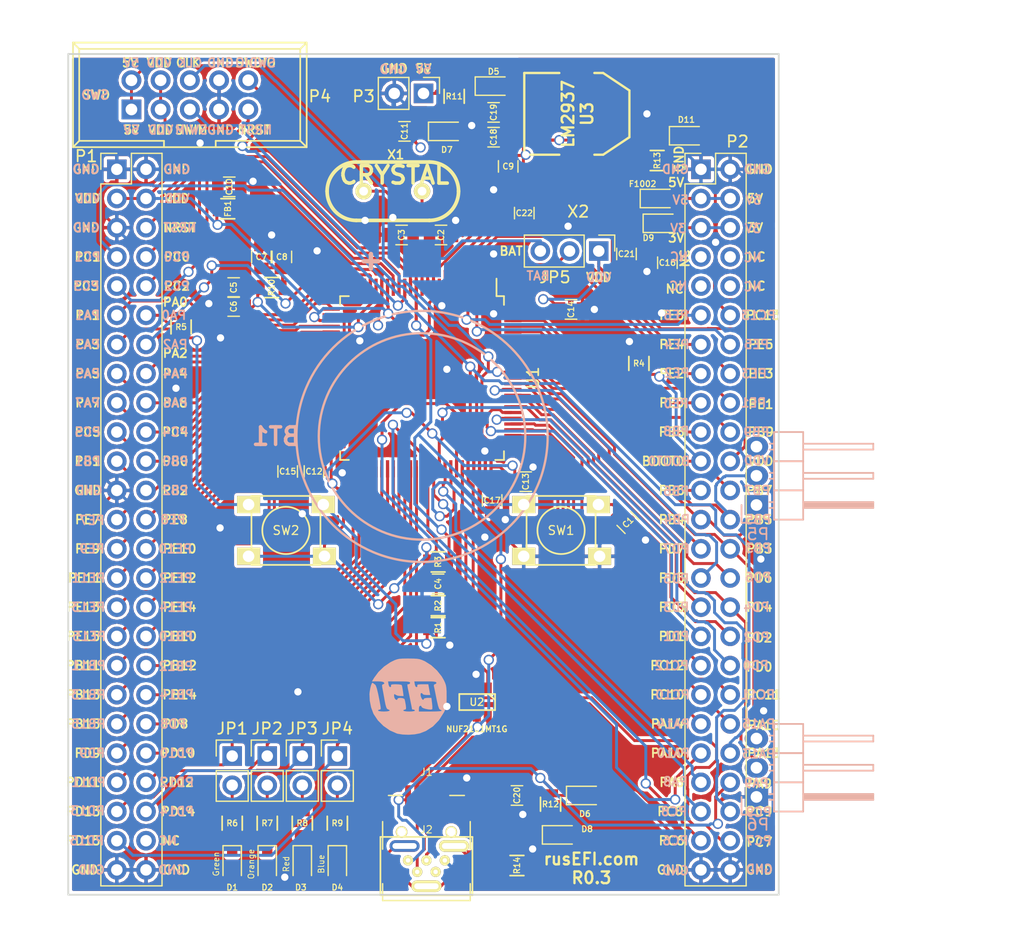
<source format=kicad_pcb>
(kicad_pcb (version 4) (host pcbnew 4.0.5)
  (title_block (date 2017-01-20) (rev R0.3) (company "rusEFI by Art_Electro"))
  (layers (0 F.Cu signal) (31 B.Cu signal) (34 B.Paste user) (35 F.Paste user) (36 B.SilkS user) (37 F.SilkS user) (38 B.Mask user) (39 F.Mask user) (44 Edge.Cuts user))
  (net 0 "")
  (net 1 /3V)
  (net 2 /5V)
  (net 3 /BOOT0)
  (net 4 /D+)
  (net 5 /D-)
  (net 6 /NRST)
  (net 7 /PA0)
  (net 8 /PA1)
  (net 9 /PA10)
  (net 10 /PA11)
  (net 11 /PA12)
  (net 12 /PA13)
  (net 13 /PA14)
  (net 14 /PA15)
  (net 15 /PA2)
  (net 16 /PA3)
  (net 17 /PA4)
  (net 18 /PA5)
  (net 19 /PA6)
  (net 20 /PA7)
  (net 21 /PA8)
  (net 22 /PB0)
  (net 23 /PB1)
  (net 24 /PB10)
  (net 25 /PB11)
  (net 26 /PB12)
  (net 27 /PB13)
  (net 28 /PB14)
  (net 29 /PB15)
  (net 30 /PB2)
  (net 31 /PB3)
  (net 32 /PB4)
  (net 33 /PB5)
  (net 34 /PB6)
  (net 35 /PB7)
  (net 36 /PB8)
  (net 37 /PB9)
  (net 38 /PC0)
  (net 39 /PC1)
  (net 40 /PC10)
  (net 41 /PC11)
  (net 42 /PC12)
  (net 43 /PC13)
  (net 44 /PC2)
  (net 45 /PC3)
  (net 46 /PC4)
  (net 47 /PC5)
  (net 48 /PC6)
  (net 49 /PC7)
  (net 50 /PC8)
  (net 51 /PC9)
  (net 52 /PD0)
  (net 53 /PD1)
  (net 54 /PD10)
  (net 55 /PD11)
  (net 56 /PD12)
  (net 57 /PD13)
  (net 58 /PD14)
  (net 59 /PD15)
  (net 60 /PD2)
  (net 61 /PD3)
  (net 62 /PD4)
  (net 63 /PD5)
  (net 64 /PD6)
  (net 65 /PD7)
  (net 66 /PD8)
  (net 67 /PD9)
  (net 68 /PE0)
  (net 69 /PE1)
  (net 70 /PE10)
  (net 71 /PE11)
  (net 72 /PE12)
  (net 73 /PE13)
  (net 74 /PE14)
  (net 75 /PE15)
  (net 76 /PE2)
  (net 77 /PE3)
  (net 78 /PE4)
  (net 79 /PE5)
  (net 80 /PE6)
  (net 81 /PE7)
  (net 82 /PE8)
  (net 83 /PE9)
  (net 84 /VDD)
  (net 85 GND)
  (net 86 "Net-(BT1-Pad1)")
  (net 87 "Net-(C2-Pad1)")
  (net 88 "Net-(C3-Pad1)")
  (net 89 "Net-(C4-Pad2)")
  (net 90 "Net-(C5-Pad2)")
  (net 91 "Net-(C7-Pad2)")
  (net 92 "Net-(C15-Pad1)")
  (net 93 "Net-(C17-Pad1)")
  (net 94 /Shield)
  (net 95 "Net-(C21-Pad2)")
  (net 96 "Net-(C22-Pad2)")
  (net 97 "Net-(D1-Pad1)")
  (net 98 "Net-(D2-Pad1)")
  (net 99 "Net-(D3-Pad1)")
  (net 100 "Net-(D4-Pad1)")
  (net 101 "Net-(D5-Pad1)")
  (net 102 "Net-(D7-Pad1)")
  (net 103 "Net-(D8-Pad1)")
  (net 104 "Net-(D11-Pad1)")
  (net 105 "Net-(JP1-Pad2)")
  (net 106 "Net-(JP2-Pad2)")
  (net 107 "Net-(JP3-Pad2)")
  (net 108 "Net-(JP4-Pad2)")
  (net 109 "Net-(JP5-Pad2)")
  (net 110 "Net-(R1-Pad1)")
  (net 111 /PA9)
  (module BATT_CR2032_MPD (layer B.Cu) (at 117.983 116.713 90)
    (fp_text reference BT1 (at 0 -12.7 360) (layer B.SilkS) (effects (font (thickness 0.3048)) (justify mirror)))
    (fp_text value BATTERY_CR2032 hide)
    (pad 1 smd rect (at 15.485 0 90) (size 3.29 3.29) (layers B.Cu B.Paste B.Mask) (net 86 "Net-(BT1-Pad1)"))
    (pad 2 smd rect (at -15.485 0 90) (size 3.29 3.29) (layers B.Cu B.Paste B.Mask) (net 85 GND))
  )
  (module SOT223 (layer F.Cu) (at 131.445 88.646 270)
    (fp_text reference U3 (at 0 -0.889 450) (layer F.SilkS) (effects (font (size 1.016 1.016) (thickness 0.2032))))
    (fp_text value LM2937 (at 0 0.762 270) (layer F.SilkS) (effects (font (size 1.016 1.016) (thickness 0.2032))))
    (pad 4 smd rect (at 0 -3.302 270) (size 3.6576 2.032) (layers F.Cu F.Paste F.Mask) (net 85 GND))
    (pad 2 smd rect (at 0 3.302 270) (size 1.016 2.032) (layers F.Cu F.Paste F.Mask) (net 85 GND))
    (pad 3 smd rect (at 2.286 3.302 270) (size 1.016 2.032) (layers F.Cu F.Paste F.Mask) (net 84 /VDD))
    (pad 1 smd rect (at -2.286 3.302 270) (size 1.016 2.032) (layers F.Cu F.Paste F.Mask) (net 2 /5V))
  )
  (module HC-49V (layer F.Cu) (at 115.443 95.377)
    (fp_text reference X1 (at 0.254 -3.175) (layer F.SilkS) (effects (font (size 0.762 0.762) (thickness 0.1524))))
    (fp_text value CRYSTAL (at 0.127 -1.397) (layer F.SilkS) (effects (font (thickness 0.3048))))
    (pad 1 thru_hole circle (at -2.54 0) (size 1.4224 1.4224) (drill 0.762) (layers *.Cu *.Mask F.SilkS) (net 88 "Net-(C3-Pad1)"))
    (pad 2 thru_hole circle (at 2.54 0) (size 1.4224 1.4224) (drill 0.762) (layers *.Cu *.Mask F.SilkS) (net 87 "Net-(C2-Pad1)"))
  )
  (module MC-306 (layer F.Cu) (at 131.572 95.377)
    (fp_text reference X2 (at 0 1.778) (layer F.SilkS))
    (fp_text value "CRYSTAL(MC306)" hide)
    (pad 1 smd rect (at -2.75 1.6) (size 1.3 1.9) (layers F.Cu F.Paste F.Mask) (net 95 "Net-(C21-Pad2)"))
    (pad 2 smd rect (at 2.75 1.6) (size 1.3 1.9) (layers F.Cu F.Paste F.Mask))
    (pad 3 smd rect (at 2.75 -1.6) (size 1.3 1.9) (layers F.Cu F.Paste F.Mask))
    (pad 4 smd rect (at -2.75 -1.6) (size 1.3 1.9) (layers F.Cu F.Paste F.Mask) (net 96 "Net-(C22-Pad2)"))
  )
  (module MINI-USB-5P-3400020P1 (layer F.Cu) (at 118.364 152.527)
    (fp_text reference J1 (at 0 -6.604) (layer F.SilkS) (effects (font (size 0.635 0.635) (thickness 0.0889))))
    (fp_text value MINI-USB-5P-3400020P1 hide)
    (pad 1 smd rect (at -1.6 -4.191) (size 0.508 2.54) (layers F.Cu F.Paste F.Mask) (net 111 /PA9))
    (pad 2 smd rect (at -0.8 -4.191) (size 0.508 2.54) (layers F.Cu F.Paste F.Mask) (net 5 /D-))
    (pad 3 smd rect (at 0 -4.191) (size 0.508 2.54) (layers F.Cu F.Paste F.Mask) (net 4 /D+))
    (pad 4 smd rect (at 0.8 -4.191) (size 0.508 2.54) (layers F.Cu F.Paste F.Mask))
    (pad 5 smd rect (at 1.6 -4.191) (size 0.508 2.54) (layers F.Cu F.Paste F.Mask) (net 85 GND))
    (pad 6 smd rect (at -4.5 1.603 90) (size 2.794 2) (layers F.Cu F.Paste F.Mask) (net 94 /Shield))
    (pad 6 smd rect (at 4.5 1.603 90) (size 2.794 2) (layers F.Cu F.Paste F.Mask) (net 94 /Shield))
    (pad 6 smd rect (at -4.5 -3.897 90) (size 2.794 2) (layers F.Cu F.Paste F.Mask) (net 94 /Shield))
    (pad 6 smd rect (at 4.5 -3.897 90) (size 2.794 2) (layers F.Cu F.Paste F.Mask) (net 94 /Shield))
    (pad "" thru_hole circle (at -2.159 -1.397 90) (size 1.016 1.016) (drill 0.762) (layers *.Cu *.Mask F.SilkS))
    (pad "" thru_hole circle (at 2.159 -1.397 90) (size 1.016 1.016) (drill 0.762) (layers *.Cu *.Mask F.SilkS))
  )
  (module SOT-457 (layer F.Cu) (at 122.746 139.827 180)
    (fp_text reference U2 (at 0 0 180) (layer F.SilkS) (effects (font (size 0.635 0.635) (thickness 0.10922))))
    (fp_text value NUF2101MT1G (at 0 -2.3495 180) (layer F.SilkS) (effects (font (size 0.50038 0.50038) (thickness 0.10922))))
    (pad 1 smd rect (at -0.95 1.2 180) (size 0.7 1) (layers F.Cu F.Paste F.Mask) (net 11 /PA12))
    (pad 2 smd rect (at 0 1.2 180) (size 0.7 1) (layers F.Cu F.Paste F.Mask) (net 85 GND))
    (pad 3 smd rect (at 0.95 1.2 180) (size 0.7 1) (layers F.Cu F.Paste F.Mask) (net 10 /PA11))
    (pad 4 smd rect (at 0.95 -1.2 180) (size 0.7 1) (layers F.Cu F.Paste F.Mask) (net 5 /D-))
    (pad 5 smd rect (at 0 -1.2 180) (size 0.7 1) (layers F.Cu F.Paste F.Mask) (net 111 /PA9))
    (pad 6 smd rect (at -0.95 -1.2 180) (size 0.7 1) (layers F.Cu F.Paste F.Mask) (net 4 /D+))
  )
  (module TL-1105 (layer F.Cu) (at 130.073 124.892)
    (fp_text reference SW1 (at 0 0) (layer F.SilkS) (effects (font (size 0.762 0.762) (thickness 0.10922))))
    (fp_text value SW_PUSH hide)
    (pad 1 thru_hole rect (at -3.25 -2.25) (size 2 1.5) (drill 1) (layers *.Cu *.Mask F.SilkS) (net 6 /NRST))
    (pad 1 thru_hole rect (at 3.25 -2.25) (size 2 1.5) (drill 1) (layers *.Cu *.Mask F.SilkS) (net 6 /NRST))
    (pad 2 thru_hole rect (at 3.35 2.25) (size 2 1.5) (drill 1) (layers *.Cu *.Mask F.SilkS) (net 85 GND))
    (pad 2 thru_hole rect (at -3.25 2.25) (size 2 1.5) (drill 1) (layers *.Cu *.Mask F.SilkS) (net 85 GND))
  )
  (module TL-1105 (layer F.Cu) (at 106.147 124.892)
    (fp_text reference SW2 (at 0 0) (layer F.SilkS) (effects (font (size 0.762 0.762) (thickness 0.10922))))
    (fp_text value SW_PUSH hide)
    (pad 1 thru_hole rect (at -3.25 -2.25) (size 2 1.5) (drill 1) (layers *.Cu *.Mask F.SilkS) (net 110 "Net-(R1-Pad1)"))
    (pad 1 thru_hole rect (at 3.25 -2.25) (size 2 1.5) (drill 1) (layers *.Cu *.Mask F.SilkS) (net 110 "Net-(R1-Pad1)"))
    (pad 2 thru_hole rect (at 3.35 2.25) (size 2 1.5) (drill 1) (layers *.Cu *.Mask F.SilkS) (net 84 /VDD))
    (pad 2 thru_hole rect (at -3.25 2.25) (size 2 1.5) (drill 1) (layers *.Cu *.Mask F.SilkS) (net 84 /VDD))
  )
  (module LOGO_F (layer B.Cu) (at 116.7765 139.3825)
    (fp_text reference G1 hide)
    (fp_text value LOGO hide)
  )
  (module MINI-USB_RCTP_V-T_B (layer F.Cu) (at 118.364 154.102)
    (fp_text reference J2 (at 0 -3.175) (layer F.SilkS) (effects (font (size 0.635 0.635) (thickness 0.0889))))
    (fp_text value MINI-USB-5P-3400020P1V hide)
    (pad 1 thru_hole circle (at -1.6 -0.5) (size 0.889 0.889) (drill 0.381) (layers *.Cu *.Mask F.SilkS) (net 111 /PA9))
    (pad 2 thru_hole circle (at -0.8 0.5) (size 0.889 0.889) (drill 0.381) (layers *.Cu *.Mask F.SilkS) (net 5 /D-))
    (pad 3 thru_hole circle (at 0 -0.5) (size 0.889 0.889) (drill 0.381) (layers *.Cu *.Mask F.SilkS) (net 4 /D+))
    (pad 4 thru_hole circle (at 0.8 0.5) (size 0.889 0.889) (drill 0.381) (layers *.Cu *.Mask F.SilkS))
    (pad 5 thru_hole circle (at 1.6 -0.5) (size 0.889 0.889) (drill 0.381) (layers *.Cu *.Mask F.SilkS) (net 85 GND))
    (pad 6 thru_hole oval (at 0 1.75 90) (size 1.016 2.6162) (drill oval 0.508 2.1082) (layers *.Cu *.Mask F.SilkS) (net 94 /Shield))
    (pad 6 thru_hole oval (at -1.9 -1.75 90) (size 1.016 2.6162) (drill oval 0.508 2.1082) (layers *.Cu *.Mask) (net 94 /Shield))
    (pad 6 thru_hole oval (at 2.4 -1.75 90) (size 1.016 2.6162) (drill oval 0.508 2.1082) (layers *.Cu *.Mask F.SilkS) (net 94 /Shield))
  )
  (module Connect:IDC_Header_Straight_10pins (layer F.Cu) (at 92.71 88.265)
    (fp_text reference P4 (at 16.383 -1.143) (layer F.SilkS))
    (fp_text value CONN_02X05 hide)
    (pad 1 thru_hole rect (at 0 0) (size 1.7272 1.7272) (drill 1.016) (layers *.Cu *.Mask) (net 2 /5V))
    (pad 2 thru_hole oval (at 0 -2.54) (size 1.7272 1.7272) (drill 1.016) (layers *.Cu *.Mask) (net 2 /5V))
    (pad 3 thru_hole oval (at 2.54 0) (size 1.7272 1.7272) (drill 1.016) (layers *.Cu *.Mask) (net 84 /VDD))
    (pad 4 thru_hole oval (at 2.54 -2.54) (size 1.7272 1.7272) (drill 1.016) (layers *.Cu *.Mask) (net 84 /VDD))
    (pad 5 thru_hole oval (at 5.08 0) (size 1.7272 1.7272) (drill 1.016) (layers *.Cu *.Mask) (net 31 /PB3))
    (pad 6 thru_hole oval (at 5.08 -2.54) (size 1.7272 1.7272) (drill 1.016) (layers *.Cu *.Mask) (net 13 /PA14))
    (pad 7 thru_hole oval (at 7.62 0) (size 1.7272 1.7272) (drill 1.016) (layers *.Cu *.Mask) (net 85 GND))
    (pad 8 thru_hole oval (at 7.62 -2.54) (size 1.7272 1.7272) (drill 1.016) (layers *.Cu *.Mask) (net 85 GND))
    (pad 9 thru_hole oval (at 10.16 0) (size 1.7272 1.7272) (drill 1.016) (layers *.Cu *.Mask) (net 6 /NRST))
    (pad 10 thru_hole oval (at 10.16 -2.54) (size 1.7272 1.7272) (drill 1.016) (layers *.Cu *.Mask) (net 12 /PA13))
  )
  (module Pin_Headers:Pin_Header_Angled_1x03 (layer B.Cu) (at 147.066 122.682)
    (fp_text reference P5 (at 0.127 2.54) (layer B.SilkS) (effects (justify mirror)))
    (fp_text value CONN_01X03 hide)
    (pad 1 thru_hole rect (at 0 0) (size 2.032 1.7272) (drill 1.016) (layers *.Cu *.Mask) (net 32 /PB4))
    (pad 2 thru_hole oval (at 0 -2.54) (size 2.032 1.7272) (drill 1.016) (layers *.Cu *.Mask) (net 33 /PB5))
    (pad 3 thru_hole oval (at 0 -5.08) (size 2.032 1.7272) (drill 1.016) (layers *.Cu *.Mask) (net 84 /VDD))
  )
  (module Pin_Headers:Pin_Header_Angled_1x03 (layer B.Cu) (at 147.066 148.082)
    (fp_text reference P6 (at 0.127 2.413) (layer B.SilkS) (effects (justify mirror)))
    (fp_text value CONN_01X03 hide)
    (pad 1 thru_hole rect (at 0 0) (size 2.032 1.7272) (drill 1.016) (layers *.Cu *.Mask) (net 85 GND))
    (pad 2 thru_hole oval (at 0 -2.54) (size 2.032 1.7272) (drill 1.016) (layers *.Cu *.Mask) (net 62 /PD4))
    (pad 3 thru_hole oval (at 0 -5.08) (size 2.032 1.7272) (drill 1.016) (layers *.Cu *.Mask) (net 31 /PB3))
  )
  (module Pin_Headers:Pin_Header_Straight_1x02_Pitch2.54mm (layer F.Cu) (at 101.473 144.526)
    (fp_text reference JP1 (at 0 -2.39) (layer F.SilkS))
    (fp_text value JUMPER hide)
    (pad 1 thru_hole rect (at 0 0) (size 1.7 1.7) (drill 1) (layers *.Cu *.Mask) (net 56 /PD12))
    (pad 2 thru_hole oval (at 0 2.54) (size 1.7 1.7) (drill 1) (layers *.Cu *.Mask) (net 105 "Net-(JP1-Pad2)"))
  )
  (module Pin_Headers:Pin_Header_Straight_1x02_Pitch2.54mm (layer F.Cu) (at 104.521 144.526)
    (fp_text reference JP2 (at 0 -2.39) (layer F.SilkS))
    (fp_text value JUMPER hide)
    (pad 1 thru_hole rect (at 0 0) (size 1.7 1.7) (drill 1) (layers *.Cu *.Mask) (net 57 /PD13))
    (pad 2 thru_hole oval (at 0 2.54) (size 1.7 1.7) (drill 1) (layers *.Cu *.Mask) (net 106 "Net-(JP2-Pad2)"))
  )
  (module Pin_Headers:Pin_Header_Straight_1x02_Pitch2.54mm (layer F.Cu) (at 107.569 144.526)
    (fp_text reference JP3 (at 0 -2.39) (layer F.SilkS))
    (fp_text value JUMPER hide)
    (pad 1 thru_hole rect (at 0 0) (size 1.7 1.7) (drill 1) (layers *.Cu *.Mask) (net 58 /PD14))
    (pad 2 thru_hole oval (at 0 2.54) (size 1.7 1.7) (drill 1) (layers *.Cu *.Mask) (net 107 "Net-(JP3-Pad2)"))
  )
  (module Pin_Headers:Pin_Header_Straight_1x02_Pitch2.54mm (layer F.Cu) (at 110.617 144.526)
    (fp_text reference JP4 (at 0 -2.39) (layer F.SilkS))
    (fp_text value JUMPER hide)
    (pad 1 thru_hole rect (at 0 0) (size 1.7 1.7) (drill 1) (layers *.Cu *.Mask) (net 59 /PD15))
    (pad 2 thru_hole oval (at 0 2.54) (size 1.7 1.7) (drill 1) (layers *.Cu *.Mask) (net 108 "Net-(JP4-Pad2)"))
  )
  (module Pin_Headers:Pin_Header_Straight_1x03_Pitch2.54mm (layer F.Cu) (at 133.35 100.584 270)
    (fp_text reference JP5 (at 2.286 3.81 360) (layer F.SilkS))
    (fp_text value JUMPER3 hide)
    (pad 1 thru_hole rect (at 0 0 270) (size 1.7 1.7) (drill 1) (layers *.Cu *.Mask) (net 84 /VDD))
    (pad 2 thru_hole oval (at 0 2.54 270) (size 1.7 1.7) (drill 1) (layers *.Cu *.Mask) (net 109 "Net-(JP5-Pad2)"))
    (pad 3 thru_hole oval (at 0 5.08 270) (size 1.7 1.7) (drill 1) (layers *.Cu *.Mask) (net 86 "Net-(BT1-Pad1)"))
  )
  (module Pin_Headers:Pin_Header_Straight_2x25_Pitch2.54mm (layer F.Cu) (at 91.44 93.472)
    (fp_text reference P1 (at -2.667 -1.143) (layer F.SilkS))
    (fp_text value CONN_25X2 hide)
    (pad 1 thru_hole rect (at 0 0) (size 1.7 1.7) (drill 1) (layers *.Cu *.Mask) (net 85 GND))
    (pad 2 thru_hole oval (at 2.54 0) (size 1.7 1.7) (drill 1) (layers *.Cu *.Mask) (net 85 GND))
    (pad 3 thru_hole oval (at 0 2.54) (size 1.7 1.7) (drill 1) (layers *.Cu *.Mask) (net 84 /VDD))
    (pad 4 thru_hole oval (at 2.54 2.54) (size 1.7 1.7) (drill 1) (layers *.Cu *.Mask) (net 84 /VDD))
    (pad 5 thru_hole oval (at 0 5.08) (size 1.7 1.7) (drill 1) (layers *.Cu *.Mask) (net 85 GND))
    (pad 6 thru_hole oval (at 2.54 5.08) (size 1.7 1.7) (drill 1) (layers *.Cu *.Mask) (net 6 /NRST))
    (pad 7 thru_hole oval (at 0 7.62) (size 1.7 1.7) (drill 1) (layers *.Cu *.Mask) (net 39 /PC1))
    (pad 8 thru_hole oval (at 2.54 7.62) (size 1.7 1.7) (drill 1) (layers *.Cu *.Mask) (net 38 /PC0))
    (pad 9 thru_hole oval (at 0 10.16) (size 1.7 1.7) (drill 1) (layers *.Cu *.Mask) (net 45 /PC3))
    (pad 10 thru_hole oval (at 2.54 10.16) (size 1.7 1.7) (drill 1) (layers *.Cu *.Mask) (net 44 /PC2))
    (pad 11 thru_hole oval (at 0 12.7) (size 1.7 1.7) (drill 1) (layers *.Cu *.Mask) (net 8 /PA1))
    (pad 12 thru_hole oval (at 2.54 12.7) (size 1.7 1.7) (drill 1) (layers *.Cu *.Mask) (net 7 /PA0))
    (pad 13 thru_hole oval (at 0 15.24) (size 1.7 1.7) (drill 1) (layers *.Cu *.Mask) (net 16 /PA3))
    (pad 14 thru_hole oval (at 2.54 15.24) (size 1.7 1.7) (drill 1) (layers *.Cu *.Mask) (net 15 /PA2))
    (pad 15 thru_hole oval (at 0 17.78) (size 1.7 1.7) (drill 1) (layers *.Cu *.Mask) (net 18 /PA5))
    (pad 16 thru_hole oval (at 2.54 17.78) (size 1.7 1.7) (drill 1) (layers *.Cu *.Mask) (net 17 /PA4))
    (pad 17 thru_hole oval (at 0 20.32) (size 1.7 1.7) (drill 1) (layers *.Cu *.Mask) (net 20 /PA7))
    (pad 18 thru_hole oval (at 2.54 20.32) (size 1.7 1.7) (drill 1) (layers *.Cu *.Mask) (net 19 /PA6))
    (pad 19 thru_hole oval (at 0 22.86) (size 1.7 1.7) (drill 1) (layers *.Cu *.Mask) (net 47 /PC5))
    (pad 20 thru_hole oval (at 2.54 22.86) (size 1.7 1.7) (drill 1) (layers *.Cu *.Mask) (net 46 /PC4))
    (pad 21 thru_hole oval (at 0 25.4) (size 1.7 1.7) (drill 1) (layers *.Cu *.Mask) (net 23 /PB1))
    (pad 22 thru_hole oval (at 2.54 25.4) (size 1.7 1.7) (drill 1) (layers *.Cu *.Mask) (net 22 /PB0))
    (pad 23 thru_hole oval (at 0 27.94) (size 1.7 1.7) (drill 1) (layers *.Cu *.Mask) (net 85 GND))
    (pad 24 thru_hole oval (at 2.54 27.94) (size 1.7 1.7) (drill 1) (layers *.Cu *.Mask) (net 30 /PB2))
    (pad 25 thru_hole oval (at 0 30.48) (size 1.7 1.7) (drill 1) (layers *.Cu *.Mask) (net 81 /PE7))
    (pad 26 thru_hole oval (at 2.54 30.48) (size 1.7 1.7) (drill 1) (layers *.Cu *.Mask) (net 82 /PE8))
    (pad 27 thru_hole oval (at 0 33.02) (size 1.7 1.7) (drill 1) (layers *.Cu *.Mask) (net 83 /PE9))
    (pad 28 thru_hole oval (at 2.54 33.02) (size 1.7 1.7) (drill 1) (layers *.Cu *.Mask) (net 70 /PE10))
    (pad 29 thru_hole oval (at 0 35.56) (size 1.7 1.7) (drill 1) (layers *.Cu *.Mask) (net 71 /PE11))
    (pad 30 thru_hole oval (at 2.54 35.56) (size 1.7 1.7) (drill 1) (layers *.Cu *.Mask) (net 72 /PE12))
    (pad 31 thru_hole oval (at 0 38.1) (size 1.7 1.7) (drill 1) (layers *.Cu *.Mask) (net 73 /PE13))
    (pad 32 thru_hole oval (at 2.54 38.1) (size 1.7 1.7) (drill 1) (layers *.Cu *.Mask) (net 74 /PE14))
    (pad 33 thru_hole oval (at 0 40.64) (size 1.7 1.7) (drill 1) (layers *.Cu *.Mask) (net 75 /PE15))
    (pad 34 thru_hole oval (at 2.54 40.64) (size 1.7 1.7) (drill 1) (layers *.Cu *.Mask) (net 24 /PB10))
    (pad 35 thru_hole oval (at 0 43.18) (size 1.7 1.7) (drill 1) (layers *.Cu *.Mask) (net 25 /PB11))
    (pad 36 thru_hole oval (at 2.54 43.18) (size 1.7 1.7) (drill 1) (layers *.Cu *.Mask) (net 26 /PB12))
    (pad 37 thru_hole oval (at 0 45.72) (size 1.7 1.7) (drill 1) (layers *.Cu *.Mask) (net 27 /PB13))
    (pad 38 thru_hole oval (at 2.54 45.72) (size 1.7 1.7) (drill 1) (layers *.Cu *.Mask) (net 28 /PB14))
    (pad 39 thru_hole oval (at 0 48.26) (size 1.7 1.7) (drill 1) (layers *.Cu *.Mask) (net 29 /PB15))
    (pad 40 thru_hole oval (at 2.54 48.26) (size 1.7 1.7) (drill 1) (layers *.Cu *.Mask) (net 66 /PD8))
    (pad 41 thru_hole oval (at 0 50.8) (size 1.7 1.7) (drill 1) (layers *.Cu *.Mask) (net 67 /PD9))
    (pad 42 thru_hole oval (at 2.54 50.8) (size 1.7 1.7) (drill 1) (layers *.Cu *.Mask) (net 54 /PD10))
    (pad 43 thru_hole oval (at 0 53.34) (size 1.7 1.7) (drill 1) (layers *.Cu *.Mask) (net 55 /PD11))
    (pad 44 thru_hole oval (at 2.54 53.34) (size 1.7 1.7) (drill 1) (layers *.Cu *.Mask) (net 56 /PD12))
    (pad 45 thru_hole oval (at 0 55.88) (size 1.7 1.7) (drill 1) (layers *.Cu *.Mask) (net 57 /PD13))
    (pad 46 thru_hole oval (at 2.54 55.88) (size 1.7 1.7) (drill 1) (layers *.Cu *.Mask) (net 58 /PD14))
    (pad 47 thru_hole oval (at 0 58.42) (size 1.7 1.7) (drill 1) (layers *.Cu *.Mask) (net 59 /PD15))
    (pad 48 thru_hole oval (at 2.54 58.42) (size 1.7 1.7) (drill 1) (layers *.Cu *.Mask))
    (pad 49 thru_hole oval (at 0 60.96) (size 1.7 1.7) (drill 1) (layers *.Cu *.Mask) (net 85 GND))
    (pad 50 thru_hole oval (at 2.54 60.96) (size 1.7 1.7) (drill 1) (layers *.Cu *.Mask) (net 85 GND))
  )
  (module Pin_Headers:Pin_Header_Straight_2x25_Pitch2.54mm (layer F.Cu) (at 142.24 93.472)
    (fp_text reference P2 (at 3.175 -2.413) (layer F.SilkS))
    (fp_text value CONN_25X2 hide)
    (pad 1 thru_hole rect (at 0 0) (size 1.7 1.7) (drill 1) (layers *.Cu *.Mask) (net 85 GND))
    (pad 2 thru_hole oval (at 2.54 0) (size 1.7 1.7) (drill 1) (layers *.Cu *.Mask) (net 85 GND))
    (pad 3 thru_hole oval (at 0 2.54) (size 1.7 1.7) (drill 1) (layers *.Cu *.Mask) (net 2 /5V))
    (pad 4 thru_hole oval (at 2.54 2.54) (size 1.7 1.7) (drill 1) (layers *.Cu *.Mask) (net 2 /5V))
    (pad 5 thru_hole oval (at 0 5.08) (size 1.7 1.7) (drill 1) (layers *.Cu *.Mask) (net 1 /3V))
    (pad 6 thru_hole oval (at 2.54 5.08) (size 1.7 1.7) (drill 1) (layers *.Cu *.Mask) (net 1 /3V))
    (pad 7 thru_hole oval (at 0 7.62) (size 1.7 1.7) (drill 1) (layers *.Cu *.Mask))
    (pad 8 thru_hole oval (at 2.54 7.62) (size 1.7 1.7) (drill 1) (layers *.Cu *.Mask))
    (pad 9 thru_hole oval (at 0 10.16) (size 1.7 1.7) (drill 1) (layers *.Cu *.Mask))
    (pad 10 thru_hole oval (at 2.54 10.16) (size 1.7 1.7) (drill 1) (layers *.Cu *.Mask))
    (pad 11 thru_hole oval (at 0 12.7) (size 1.7 1.7) (drill 1) (layers *.Cu *.Mask) (net 80 /PE6))
    (pad 12 thru_hole oval (at 2.54 12.7) (size 1.7 1.7) (drill 1) (layers *.Cu *.Mask) (net 43 /PC13))
    (pad 13 thru_hole oval (at 0 15.24) (size 1.7 1.7) (drill 1) (layers *.Cu *.Mask) (net 78 /PE4))
    (pad 14 thru_hole oval (at 2.54 15.24) (size 1.7 1.7) (drill 1) (layers *.Cu *.Mask) (net 79 /PE5))
    (pad 15 thru_hole oval (at 0 17.78) (size 1.7 1.7) (drill 1) (layers *.Cu *.Mask) (net 76 /PE2))
    (pad 16 thru_hole oval (at 2.54 17.78) (size 1.7 1.7) (drill 1) (layers *.Cu *.Mask) (net 77 /PE3))
    (pad 17 thru_hole oval (at 0 20.32) (size 1.7 1.7) (drill 1) (layers *.Cu *.Mask) (net 68 /PE0))
    (pad 18 thru_hole oval (at 2.54 20.32) (size 1.7 1.7) (drill 1) (layers *.Cu *.Mask) (net 69 /PE1))
    (pad 19 thru_hole oval (at 0 22.86) (size 1.7 1.7) (drill 1) (layers *.Cu *.Mask) (net 36 /PB8))
    (pad 20 thru_hole oval (at 2.54 22.86) (size 1.7 1.7) (drill 1) (layers *.Cu *.Mask) (net 37 /PB9))
    (pad 21 thru_hole oval (at 0 25.4) (size 1.7 1.7) (drill 1) (layers *.Cu *.Mask) (net 3 /BOOT0))
    (pad 22 thru_hole oval (at 2.54 25.4) (size 1.7 1.7) (drill 1) (layers *.Cu *.Mask) (net 84 /VDD))
    (pad 23 thru_hole oval (at 0 27.94) (size 1.7 1.7) (drill 1) (layers *.Cu *.Mask) (net 34 /PB6))
    (pad 24 thru_hole oval (at 2.54 27.94) (size 1.7 1.7) (drill 1) (layers *.Cu *.Mask) (net 35 /PB7))
    (pad 25 thru_hole oval (at 0 30.48) (size 1.7 1.7) (drill 1) (layers *.Cu *.Mask) (net 32 /PB4))
    (pad 26 thru_hole oval (at 2.54 30.48) (size 1.7 1.7) (drill 1) (layers *.Cu *.Mask) (net 33 /PB5))
    (pad 27 thru_hole oval (at 0 33.02) (size 1.7 1.7) (drill 1) (layers *.Cu *.Mask) (net 65 /PD7))
    (pad 28 thru_hole oval (at 2.54 33.02) (size 1.7 1.7) (drill 1) (layers *.Cu *.Mask) (net 31 /PB3))
    (pad 29 thru_hole oval (at 0 35.56) (size 1.7 1.7) (drill 1) (layers *.Cu *.Mask) (net 63 /PD5))
    (pad 30 thru_hole oval (at 2.54 35.56) (size 1.7 1.7) (drill 1) (layers *.Cu *.Mask) (net 64 /PD6))
    (pad 31 thru_hole oval (at 0 38.1) (size 1.7 1.7) (drill 1) (layers *.Cu *.Mask) (net 61 /PD3))
    (pad 32 thru_hole oval (at 2.54 38.1) (size 1.7 1.7) (drill 1) (layers *.Cu *.Mask) (net 62 /PD4))
    (pad 33 thru_hole oval (at 0 40.64) (size 1.7 1.7) (drill 1) (layers *.Cu *.Mask) (net 53 /PD1))
    (pad 34 thru_hole oval (at 2.54 40.64) (size 1.7 1.7) (drill 1) (layers *.Cu *.Mask) (net 60 /PD2))
    (pad 35 thru_hole oval (at 0 43.18) (size 1.7 1.7) (drill 1) (layers *.Cu *.Mask) (net 42 /PC12))
    (pad 36 thru_hole oval (at 2.54 43.18) (size 1.7 1.7) (drill 1) (layers *.Cu *.Mask) (net 52 /PD0))
    (pad 37 thru_hole oval (at 0 45.72) (size 1.7 1.7) (drill 1) (layers *.Cu *.Mask) (net 40 /PC10))
    (pad 38 thru_hole oval (at 2.54 45.72) (size 1.7 1.7) (drill 1) (layers *.Cu *.Mask) (net 41 /PC11))
    (pad 39 thru_hole oval (at 0 48.26) (size 1.7 1.7) (drill 1) (layers *.Cu *.Mask) (net 13 /PA14))
    (pad 40 thru_hole oval (at 2.54 48.26) (size 1.7 1.7) (drill 1) (layers *.Cu *.Mask) (net 14 /PA15))
    (pad 41 thru_hole oval (at 0 50.8) (size 1.7 1.7) (drill 1) (layers *.Cu *.Mask) (net 9 /PA10))
    (pad 42 thru_hole oval (at 2.54 50.8) (size 1.7 1.7) (drill 1) (layers *.Cu *.Mask) (net 12 /PA13))
    (pad 43 thru_hole oval (at 0 53.34) (size 1.7 1.7) (drill 1) (layers *.Cu *.Mask) (net 21 /PA8))
    (pad 44 thru_hole oval (at 2.54 53.34) (size 1.7 1.7) (drill 1) (layers *.Cu *.Mask) (net 111 /PA9))
    (pad 45 thru_hole oval (at 0 55.88) (size 1.7 1.7) (drill 1) (layers *.Cu *.Mask) (net 50 /PC8))
    (pad 46 thru_hole oval (at 2.54 55.88) (size 1.7 1.7) (drill 1) (layers *.Cu *.Mask) (net 51 /PC9))
    (pad 47 thru_hole oval (at 0 58.42) (size 1.7 1.7) (drill 1) (layers *.Cu *.Mask) (net 48 /PC6))
    (pad 48 thru_hole oval (at 2.54 58.42) (size 1.7 1.7) (drill 1) (layers *.Cu *.Mask) (net 49 /PC7))
    (pad 49 thru_hole oval (at 0 60.96) (size 1.7 1.7) (drill 1) (layers *.Cu *.Mask) (net 85 GND))
    (pad 50 thru_hole oval (at 2.54 60.96) (size 1.7 1.7) (drill 1) (layers *.Cu *.Mask) (net 85 GND))
  )
  (module Pin_Headers:Pin_Header_Straight_1x02_Pitch2.54mm (layer F.Cu) (at 118.11 86.868 270)
    (fp_text reference P3 (at 0.254 5.207 360) (layer F.SilkS))
    (fp_text value CONN_2 hide)
    (pad 1 thru_hole rect (at 0 0 270) (size 1.7 1.7) (drill 1) (layers *.Cu *.Mask) (net 101 "Net-(D5-Pad1)"))
    (pad 2 thru_hole oval (at 0 2.54 270) (size 1.7 1.7) (drill 1) (layers *.Cu *.Mask) (net 85 GND))
  )
  (module Housings_QFP:LQFP-100_14x14mm_Pitch0.5mm (layer F.Cu) (at 117.983 111.633 270)
    (fp_text reference U1 (at 0 -9.65 270) (layer F.SilkS))
    (fp_text value STM32F407VG hide)
    (pad 1 smd rect (at -7.9 -6 270) (size 1.5 0.28) (layers F.Cu F.Paste F.Mask) (net 76 /PE2))
    (pad 2 smd rect (at -7.9 -5.5 270) (size 1.5 0.28) (layers F.Cu F.Paste F.Mask) (net 77 /PE3))
    (pad 3 smd rect (at -7.9 -5 270) (size 1.5 0.28) (layers F.Cu F.Paste F.Mask) (net 78 /PE4))
    (pad 4 smd rect (at -7.9 -4.5 270) (size 1.5 0.28) (layers F.Cu F.Paste F.Mask) (net 79 /PE5))
    (pad 5 smd rect (at -7.9 -4 270) (size 1.5 0.28) (layers F.Cu F.Paste F.Mask) (net 80 /PE6))
    (pad 6 smd rect (at -7.9 -3.5 270) (size 1.5 0.28) (layers F.Cu F.Paste F.Mask) (net 109 "Net-(JP5-Pad2)"))
    (pad 7 smd rect (at -7.9 -3 270) (size 1.5 0.28) (layers F.Cu F.Paste F.Mask) (net 43 /PC13))
    (pad 8 smd rect (at -7.9 -2.5 270) (size 1.5 0.28) (layers F.Cu F.Paste F.Mask) (net 95 "Net-(C21-Pad2)"))
    (pad 9 smd rect (at -7.9 -2 270) (size 1.5 0.28) (layers F.Cu F.Paste F.Mask) (net 96 "Net-(C22-Pad2)"))
    (pad 10 smd rect (at -7.9 -1.5 270) (size 1.5 0.28) (layers F.Cu F.Paste F.Mask) (net 85 GND))
    (pad 11 smd rect (at -7.9 -1 270) (size 1.5 0.28) (layers F.Cu F.Paste F.Mask) (net 84 /VDD))
    (pad 12 smd rect (at -7.9 -0.5 270) (size 1.5 0.28) (layers F.Cu F.Paste F.Mask) (net 87 "Net-(C2-Pad1)"))
    (pad 13 smd rect (at -7.9 0 270) (size 1.5 0.28) (layers F.Cu F.Paste F.Mask) (net 88 "Net-(C3-Pad1)"))
    (pad 14 smd rect (at -7.9 0.5 270) (size 1.5 0.28) (layers F.Cu F.Paste F.Mask) (net 6 /NRST))
    (pad 15 smd rect (at -7.9 1 270) (size 1.5 0.28) (layers F.Cu F.Paste F.Mask) (net 38 /PC0))
    (pad 16 smd rect (at -7.9 1.5 270) (size 1.5 0.28) (layers F.Cu F.Paste F.Mask) (net 39 /PC1))
    (pad 17 smd rect (at -7.9 2 270) (size 1.5 0.28) (layers F.Cu F.Paste F.Mask) (net 44 /PC2))
    (pad 18 smd rect (at -7.9 2.5 270) (size 1.5 0.28) (layers F.Cu F.Paste F.Mask) (net 45 /PC3))
    (pad 19 smd rect (at -7.9 3 270) (size 1.5 0.28) (layers F.Cu F.Paste F.Mask) (net 84 /VDD))
    (pad 20 smd rect (at -7.9 3.5 270) (size 1.5 0.28) (layers F.Cu F.Paste F.Mask) (net 85 GND))
    (pad 21 smd rect (at -7.9 4 270) (size 1.5 0.28) (layers F.Cu F.Paste F.Mask) (net 90 "Net-(C5-Pad2)"))
    (pad 22 smd rect (at -7.9 4.5 270) (size 1.5 0.28) (layers F.Cu F.Paste F.Mask) (net 91 "Net-(C7-Pad2)"))
    (pad 23 smd rect (at -7.9 5 270) (size 1.5 0.28) (layers F.Cu F.Paste F.Mask) (net 7 /PA0))
    (pad 24 smd rect (at -7.9 5.5 270) (size 1.5 0.28) (layers F.Cu F.Paste F.Mask) (net 8 /PA1))
    (pad 25 smd rect (at -7.9 6 270) (size 1.5 0.28) (layers F.Cu F.Paste F.Mask) (net 15 /PA2))
    (pad 26 smd rect (at -6 7.9) (size 1.5 0.28) (layers F.Cu F.Paste F.Mask) (net 16 /PA3))
    (pad 27 smd rect (at -5.5 7.9) (size 1.5 0.28) (layers F.Cu F.Paste F.Mask) (net 85 GND))
    (pad 28 smd rect (at -5 7.9) (size 1.5 0.28) (layers F.Cu F.Paste F.Mask) (net 84 /VDD))
    (pad 29 smd rect (at -4.5 7.9) (size 1.5 0.28) (layers F.Cu F.Paste F.Mask) (net 17 /PA4))
    (pad 30 smd rect (at -4 7.9) (size 1.5 0.28) (layers F.Cu F.Paste F.Mask) (net 18 /PA5))
    (pad 31 smd rect (at -3.5 7.9) (size 1.5 0.28) (layers F.Cu F.Paste F.Mask) (net 19 /PA6))
    (pad 32 smd rect (at -3 7.9) (size 1.5 0.28) (layers F.Cu F.Paste F.Mask) (net 20 /PA7))
    (pad 33 smd rect (at -2.5 7.9) (size 1.5 0.28) (layers F.Cu F.Paste F.Mask) (net 46 /PC4))
    (pad 34 smd rect (at -2 7.9) (size 1.5 0.28) (layers F.Cu F.Paste F.Mask) (net 47 /PC5))
    (pad 35 smd rect (at -1.5 7.9) (size 1.5 0.28) (layers F.Cu F.Paste F.Mask) (net 22 /PB0))
    (pad 36 smd rect (at -1 7.9) (size 1.5 0.28) (layers F.Cu F.Paste F.Mask) (net 23 /PB1))
    (pad 37 smd rect (at -0.5 7.9) (size 1.5 0.28) (layers F.Cu F.Paste F.Mask) (net 30 /PB2))
    (pad 38 smd rect (at 0 7.9) (size 1.5 0.28) (layers F.Cu F.Paste F.Mask) (net 81 /PE7))
    (pad 39 smd rect (at 0.5 7.9) (size 1.5 0.28) (layers F.Cu F.Paste F.Mask) (net 82 /PE8))
    (pad 40 smd rect (at 1 7.9) (size 1.5 0.28) (layers F.Cu F.Paste F.Mask) (net 83 /PE9))
    (pad 41 smd rect (at 1.5 7.9) (size 1.5 0.28) (layers F.Cu F.Paste F.Mask) (net 70 /PE10))
    (pad 42 smd rect (at 2 7.9) (size 1.5 0.28) (layers F.Cu F.Paste F.Mask) (net 71 /PE11))
    (pad 43 smd rect (at 2.5 7.9) (size 1.5 0.28) (layers F.Cu F.Paste F.Mask) (net 72 /PE12))
    (pad 44 smd rect (at 3 7.9) (size 1.5 0.28) (layers F.Cu F.Paste F.Mask) (net 73 /PE13))
    (pad 45 smd rect (at 3.5 7.9) (size 1.5 0.28) (layers F.Cu F.Paste F.Mask) (net 74 /PE14))
    (pad 46 smd rect (at 4 7.9) (size 1.5 0.28) (layers F.Cu F.Paste F.Mask) (net 75 /PE15))
    (pad 47 smd rect (at 4.5 7.9) (size 1.5 0.28) (layers F.Cu F.Paste F.Mask) (net 24 /PB10))
    (pad 48 smd rect (at 5 7.9) (size 1.5 0.28) (layers F.Cu F.Paste F.Mask) (net 25 /PB11))
    (pad 49 smd rect (at 5.5 7.9) (size 1.5 0.28) (layers F.Cu F.Paste F.Mask) (net 92 "Net-(C15-Pad1)"))
    (pad 50 smd rect (at 6 7.9) (size 1.5 0.28) (layers F.Cu F.Paste F.Mask) (net 84 /VDD))
    (pad 51 smd rect (at 7.9 6 270) (size 1.5 0.28) (layers F.Cu F.Paste F.Mask) (net 26 /PB12))
    (pad 52 smd rect (at 7.9 5.5 270) (size 1.5 0.28) (layers F.Cu F.Paste F.Mask) (net 27 /PB13))
    (pad 53 smd rect (at 7.9 5 270) (size 1.5 0.28) (layers F.Cu F.Paste F.Mask) (net 28 /PB14))
    (pad 54 smd rect (at 7.9 4.5 270) (size 1.5 0.28) (layers F.Cu F.Paste F.Mask) (net 29 /PB15))
    (pad 55 smd rect (at 7.9 4 270) (size 1.5 0.28) (layers F.Cu F.Paste F.Mask) (net 66 /PD8))
    (pad 56 smd rect (at 7.9 3.5 270) (size 1.5 0.28) (layers F.Cu F.Paste F.Mask) (net 67 /PD9))
    (pad 57 smd rect (at 7.9 3 270) (size 1.5 0.28) (layers F.Cu F.Paste F.Mask) (net 54 /PD10))
    (pad 58 smd rect (at 7.9 2.5 270) (size 1.5 0.28) (layers F.Cu F.Paste F.Mask) (net 55 /PD11))
    (pad 59 smd rect (at 7.9 2 270) (size 1.5 0.28) (layers F.Cu F.Paste F.Mask) (net 56 /PD12))
    (pad 60 smd rect (at 7.9 1.5 270) (size 1.5 0.28) (layers F.Cu F.Paste F.Mask) (net 57 /PD13))
    (pad 61 smd rect (at 7.9 1 270) (size 1.5 0.28) (layers F.Cu F.Paste F.Mask) (net 58 /PD14))
    (pad 62 smd rect (at 7.9 0.5 270) (size 1.5 0.28) (layers F.Cu F.Paste F.Mask) (net 59 /PD15))
    (pad 63 smd rect (at 7.9 0 270) (size 1.5 0.28) (layers F.Cu F.Paste F.Mask) (net 48 /PC6))
    (pad 64 smd rect (at 7.9 -0.5 270) (size 1.5 0.28) (layers F.Cu F.Paste F.Mask) (net 49 /PC7))
    (pad 65 smd rect (at 7.9 -1 270) (size 1.5 0.28) (layers F.Cu F.Paste F.Mask) (net 50 /PC8))
    (pad 66 smd rect (at 7.9 -1.5 270) (size 1.5 0.28) (layers F.Cu F.Paste F.Mask) (net 51 /PC9))
    (pad 67 smd rect (at 7.9 -2 270) (size 1.5 0.28) (layers F.Cu F.Paste F.Mask) (net 21 /PA8))
    (pad 68 smd rect (at 7.9 -2.5 270) (size 1.5 0.28) (layers F.Cu F.Paste F.Mask) (net 111 /PA9))
    (pad 69 smd rect (at 7.9 -3 270) (size 1.5 0.28) (layers F.Cu F.Paste F.Mask) (net 9 /PA10))
    (pad 70 smd rect (at 7.9 -3.5 270) (size 1.5 0.28) (layers F.Cu F.Paste F.Mask) (net 10 /PA11))
    (pad 71 smd rect (at 7.9 -4 270) (size 1.5 0.28) (layers F.Cu F.Paste F.Mask) (net 11 /PA12))
    (pad 72 smd rect (at 7.9 -4.5 270) (size 1.5 0.28) (layers F.Cu F.Paste F.Mask) (net 12 /PA13))
    (pad 73 smd rect (at 7.9 -5 270) (size 1.5 0.28) (layers F.Cu F.Paste F.Mask) (net 93 "Net-(C17-Pad1)"))
    (pad 74 smd rect (at 7.9 -5.5 270) (size 1.5 0.28) (layers F.Cu F.Paste F.Mask) (net 85 GND))
    (pad 75 smd rect (at 7.9 -6 270) (size 1.5 0.28) (layers F.Cu F.Paste F.Mask) (net 84 /VDD))
    (pad 76 smd rect (at 6 -7.9) (size 1.5 0.28) (layers F.Cu F.Paste F.Mask) (net 13 /PA14))
    (pad 77 smd rect (at 5.5 -7.9) (size 1.5 0.28) (layers F.Cu F.Paste F.Mask) (net 14 /PA15))
    (pad 78 smd rect (at 5 -7.9) (size 1.5 0.28) (layers F.Cu F.Paste F.Mask) (net 40 /PC10))
    (pad 79 smd rect (at 4.5 -7.9) (size 1.5 0.28) (layers F.Cu F.Paste F.Mask) (net 41 /PC11))
    (pad 80 smd rect (at 4 -7.9) (size 1.5 0.28) (layers F.Cu F.Paste F.Mask) (net 42 /PC12))
    (pad 81 smd rect (at 3.5 -7.9) (size 1.5 0.28) (layers F.Cu F.Paste F.Mask) (net 52 /PD0))
    (pad 82 smd rect (at 3 -7.9) (size 1.5 0.28) (layers F.Cu F.Paste F.Mask) (net 53 /PD1))
    (pad 83 smd rect (at 2.5 -7.9) (size 1.5 0.28) (layers F.Cu F.Paste F.Mask) (net 60 /PD2))
    (pad 84 smd rect (at 2 -7.9) (size 1.5 0.28) (layers F.Cu F.Paste F.Mask) (net 61 /PD3))
    (pad 85 smd rect (at 1.5 -7.9) (size 1.5 0.28) (layers F.Cu F.Paste F.Mask) (net 62 /PD4))
    (pad 86 smd rect (at 1 -7.9) (size 1.5 0.28) (layers F.Cu F.Paste F.Mask) (net 63 /PD5))
    (pad 87 smd rect (at 0.5 -7.9) (size 1.5 0.28) (layers F.Cu F.Paste F.Mask) (net 64 /PD6))
    (pad 88 smd rect (at 0 -7.9) (size 1.5 0.28) (layers F.Cu F.Paste F.Mask) (net 65 /PD7))
    (pad 89 smd rect (at -0.5 -7.9) (size 1.5 0.28) (layers F.Cu F.Paste F.Mask) (net 31 /PB3))
    (pad 90 smd rect (at -1 -7.9) (size 1.5 0.28) (layers F.Cu F.Paste F.Mask) (net 32 /PB4))
    (pad 91 smd rect (at -1.5 -7.9) (size 1.5 0.28) (layers F.Cu F.Paste F.Mask) (net 33 /PB5))
    (pad 92 smd rect (at -2 -7.9) (size 1.5 0.28) (layers F.Cu F.Paste F.Mask) (net 34 /PB6))
    (pad 93 smd rect (at -2.5 -7.9) (size 1.5 0.28) (layers F.Cu F.Paste F.Mask) (net 35 /PB7))
    (pad 94 smd rect (at -3 -7.9) (size 1.5 0.28) (layers F.Cu F.Paste F.Mask) (net 3 /BOOT0))
    (pad 95 smd rect (at -3.5 -7.9) (size 1.5 0.28) (layers F.Cu F.Paste F.Mask) (net 36 /PB8))
    (pad 96 smd rect (at -4 -7.9) (size 1.5 0.28) (layers F.Cu F.Paste F.Mask) (net 37 /PB9))
    (pad 97 smd rect (at -4.5 -7.9) (size 1.5 0.28) (layers F.Cu F.Paste F.Mask) (net 68 /PE0))
    (pad 98 smd rect (at -5 -7.9) (size 1.5 0.28) (layers F.Cu F.Paste F.Mask) (net 69 /PE1))
    (pad 99 smd rect (at -5.5 -7.9) (size 1.5 0.28) (layers F.Cu F.Paste F.Mask) (net 85 GND))
    (pad 100 smd rect (at -6 -7.9) (size 1.5 0.28) (layers F.Cu F.Paste F.Mask) (net 84 /VDD))
  )
  (module rusEFI:C_0805 (layer F.Cu) (at 104.013 101.092 270)
    (fp_text reference C7 (at 0 0 360) (layer F.SilkS) (effects (font (size 0.508 0.508) (thickness 0.1016))))
    (fp_text value 1uF hide)
    (pad 1 smd rect (at -1 0 270) (size 1 1.25) (layers F.Cu F.Paste F.Mask) (net 85 GND))
    (pad 2 smd rect (at 1 0 270) (size 1 1.25) (layers F.Cu F.Paste F.Mask) (net 91 "Net-(C7-Pad2)"))
  )
  (module rusEFI:C_0805 (layer F.Cu) (at 126.873 97.282 90)
    (fp_text reference C22 (at 0 0 180) (layer F.SilkS) (effects (font (size 0.508 0.508) (thickness 0.1016))))
    (fp_text value 18pF hide)
    (pad 1 smd rect (at -1 0 90) (size 1 1.25) (layers F.Cu F.Paste F.Mask) (net 85 GND))
    (pad 2 smd rect (at 1 0 90) (size 1 1.25) (layers F.Cu F.Paste F.Mask) (net 96 "Net-(C22-Pad2)"))
  )
  (module rusEFI:C_0805 (layer F.Cu) (at 135.763 100.838 90)
    (fp_text reference C21 (at 0 0 180) (layer F.SilkS) (effects (font (size 0.508 0.508) (thickness 0.1016))))
    (fp_text value 18pF hide)
    (pad 1 smd rect (at -1 0 90) (size 1 1.25) (layers F.Cu F.Paste F.Mask) (net 85 GND))
    (pad 2 smd rect (at 1 0 90) (size 1 1.25) (layers F.Cu F.Paste F.Mask) (net 95 "Net-(C21-Pad2)"))
  )
  (module rusEFI:C_0805 (layer F.Cu) (at 126.238 147.955)
    (fp_text reference C20 (at 0 0 90) (layer F.SilkS) (effects (font (size 0.508 0.508) (thickness 0.1016))))
    (fp_text value 0.1uF hide)
    (pad 1 smd rect (at -1 0) (size 1 1.25) (layers F.Cu F.Paste F.Mask) (net 94 /Shield))
    (pad 2 smd rect (at 1 0) (size 1 1.25) (layers F.Cu F.Paste F.Mask) (net 85 GND))
  )
  (module rusEFI:C_0805 (layer F.Cu) (at 124.206 88.519 180)
    (fp_text reference C19 (at 0 0 270) (layer F.SilkS) (effects (font (size 0.508 0.508) (thickness 0.1016))))
    (fp_text value 4.7uF hide)
    (pad 1 smd rect (at -1 0 180) (size 1 1.25) (layers F.Cu F.Paste F.Mask) (net 2 /5V))
    (pad 2 smd rect (at 1 0 180) (size 1 1.25) (layers F.Cu F.Paste F.Mask) (net 85 GND))
  )
  (module rusEFI:C_0805 (layer F.Cu) (at 124.206 90.678)
    (fp_text reference C18 (at 0 0 90) (layer F.SilkS) (effects (font (size 0.508 0.508) (thickness 0.1016))))
    (fp_text value 0.1uF hide)
    (pad 1 smd rect (at -1 0) (size 1 1.25) (layers F.Cu F.Paste F.Mask) (net 85 GND))
    (pad 2 smd rect (at 1 0) (size 1 1.25) (layers F.Cu F.Paste F.Mask) (net 2 /5V))
  )
  (module rusEFI:C_0805 (layer F.Cu) (at 124.079 122.285 270)
    (fp_text reference C17 (at 0 0 360) (layer F.SilkS) (effects (font (size 0.508 0.508) (thickness 0.1016))))
    (fp_text value 2u2F hide)
    (pad 1 smd rect (at -1 0 270) (size 1 1.25) (layers F.Cu F.Paste F.Mask) (net 93 "Net-(C17-Pad1)"))
    (pad 2 smd rect (at 1 0 270) (size 1 1.25) (layers F.Cu F.Paste F.Mask) (net 85 GND))
  )
  (module rusEFI:C_0805 (layer F.Cu) (at 139.319 101.6 90)
    (fp_text reference C16 (at 0 0 180) (layer F.SilkS) (effects (font (size 0.508 0.508) (thickness 0.1016))))
    (fp_text value 1uF hide)
    (pad 1 smd rect (at -1 0 90) (size 1 1.25) (layers F.Cu F.Paste F.Mask) (net 85 GND))
    (pad 2 smd rect (at 1 0 90) (size 1 1.25) (layers F.Cu F.Paste F.Mask) (net 84 /VDD))
  )
  (module rusEFI:C_0805 (layer F.Cu) (at 106.299 119.761 270)
    (fp_text reference C15 (at 0 0 360) (layer F.SilkS) (effects (font (size 0.508 0.508) (thickness 0.1016))))
    (fp_text value 2u2F hide)
    (pad 1 smd rect (at -1 0 270) (size 1 1.25) (layers F.Cu F.Paste F.Mask) (net 92 "Net-(C15-Pad1)"))
    (pad 2 smd rect (at 1 0 270) (size 1 1.25) (layers F.Cu F.Paste F.Mask) (net 85 GND))
  )
  (module rusEFI:C_0805 (layer F.Cu) (at 130.937 105.664 180)
    (fp_text reference C14 (at 0 0 270) (layer F.SilkS) (effects (font (size 0.508 0.508) (thickness 0.1016))))
    (fp_text value 0.1uF hide)
    (pad 1 smd rect (at -1 0 180) (size 1 1.25) (layers F.Cu F.Paste F.Mask) (net 85 GND))
    (pad 2 smd rect (at 1 0 180) (size 1 1.25) (layers F.Cu F.Paste F.Mask) (net 84 /VDD))
  )
  (module rusEFI:C_0805 (layer F.Cu) (at 127 120.65 180)
    (fp_text reference C13 (at 0 0 270) (layer F.SilkS) (effects (font (size 0.508 0.508) (thickness 0.1016))))
    (fp_text value 0.1uF hide)
    (pad 1 smd rect (at -1 0 180) (size 1 1.25) (layers F.Cu F.Paste F.Mask) (net 85 GND))
    (pad 2 smd rect (at 1 0 180) (size 1 1.25) (layers F.Cu F.Paste F.Mask) (net 84 /VDD))
  )
  (module rusEFI:C_0805 (layer F.Cu) (at 108.585 119.761 90)
    (fp_text reference C12 (at 0 0 180) (layer F.SilkS) (effects (font (size 0.508 0.508) (thickness 0.1016))))
    (fp_text value 0.1uF hide)
    (pad 1 smd rect (at -1 0 90) (size 1 1.25) (layers F.Cu F.Paste F.Mask) (net 85 GND))
    (pad 2 smd rect (at 1 0 90) (size 1 1.25) (layers F.Cu F.Paste F.Mask) (net 84 /VDD))
  )
  (module rusEFI:C_0805 (layer F.Cu) (at 116.459 90.17)
    (fp_text reference C11 (at 0 0 90) (layer F.SilkS) (effects (font (size 0.508 0.508) (thickness 0.1016))))
    (fp_text value 0.1uF hide)
    (pad 1 smd rect (at -1 0) (size 1 1.25) (layers F.Cu F.Paste F.Mask) (net 85 GND))
    (pad 2 smd rect (at 1 0) (size 1 1.25) (layers F.Cu F.Paste F.Mask) (net 84 /VDD))
  )
  (module rusEFI:C_0805 (layer F.Cu) (at 101.219 94.996 180)
    (fp_text reference C10 (at 0 0 270) (layer F.SilkS) (effects (font (size 0.508 0.508) (thickness 0.1016))))
    (fp_text value 0.1uF hide)
    (pad 1 smd rect (at -1 0 180) (size 1 1.25) (layers F.Cu F.Paste F.Mask) (net 85 GND))
    (pad 2 smd rect (at 1 0 180) (size 1 1.25) (layers F.Cu F.Paste F.Mask) (net 84 /VDD))
  )
  (module rusEFI:C_0805 (layer F.Cu) (at 125.476 93.218 90)
    (fp_text reference C9 (at 0 0 180) (layer F.SilkS) (effects (font (size 0.508 0.508) (thickness 0.1016))))
    (fp_text value 0.1uF hide)
    (pad 1 smd rect (at -1 0 90) (size 1 1.25) (layers F.Cu F.Paste F.Mask) (net 85 GND))
    (pad 2 smd rect (at 1 0 90) (size 1 1.25) (layers F.Cu F.Paste F.Mask) (net 84 /VDD))
  )
  (module rusEFI:C_0805 (layer F.Cu) (at 105.791 101.092 270)
    (fp_text reference C8 (at 0 0 360) (layer F.SilkS) (effects (font (size 0.508 0.508) (thickness 0.1016))))
    (fp_text value 0.01uF hide)
    (pad 1 smd rect (at -1 0 270) (size 1 1.25) (layers F.Cu F.Paste F.Mask) (net 85 GND))
    (pad 2 smd rect (at 1 0 270) (size 1 1.25) (layers F.Cu F.Paste F.Mask) (net 91 "Net-(C7-Pad2)"))
  )
  (module rusEFI:C_0805 (layer F.Cu) (at 101.6 105.41)
    (fp_text reference C6 (at 0 0 90) (layer F.SilkS) (effects (font (size 0.508 0.508) (thickness 0.1016))))
    (fp_text value 1uF hide)
    (pad 1 smd rect (at -1 0) (size 1 1.25) (layers F.Cu F.Paste F.Mask) (net 85 GND))
    (pad 2 smd rect (at 1 0) (size 1 1.25) (layers F.Cu F.Paste F.Mask) (net 90 "Net-(C5-Pad2)"))
  )
  (module rusEFI:C_0805 (layer F.Cu) (at 101.6 103.759)
    (fp_text reference C5 (at 0 0 90) (layer F.SilkS) (effects (font (size 0.508 0.508) (thickness 0.1016))))
    (fp_text value 0.01uF hide)
    (pad 1 smd rect (at -1 0) (size 1 1.25) (layers F.Cu F.Paste F.Mask) (net 85 GND))
    (pad 2 smd rect (at 1 0) (size 1 1.25) (layers F.Cu F.Paste F.Mask) (net 90 "Net-(C5-Pad2)"))
  )
  (module rusEFI:C_0805 (layer F.Cu) (at 119.38 129.54)
    (fp_text reference C4 (at 0 0 90) (layer F.SilkS) (effects (font (size 0.508 0.508) (thickness 0.1016))))
    (fp_text value 2u2F hide)
    (pad 1 smd rect (at -1 0) (size 1 1.25) (layers F.Cu F.Paste F.Mask) (net 84 /VDD))
    (pad 2 smd rect (at 1 0) (size 1 1.25) (layers F.Cu F.Paste F.Mask) (net 89 "Net-(C4-Pad2)"))
  )
  (module rusEFI:C_0805 (layer F.Cu) (at 116.205 99.187 180)
    (fp_text reference C3 (at 0 0 270) (layer F.SilkS) (effects (font (size 0.508 0.508) (thickness 0.1016))))
    (fp_text value 18pF hide)
    (pad 1 smd rect (at -1 0 180) (size 1 1.25) (layers F.Cu F.Paste F.Mask) (net 88 "Net-(C3-Pad1)"))
    (pad 2 smd rect (at 1 0 180) (size 1 1.25) (layers F.Cu F.Paste F.Mask) (net 85 GND))
  )
  (module rusEFI:C_0805 (layer F.Cu) (at 119.634 99.187)
    (fp_text reference C2 (at 0 0 90) (layer F.SilkS) (effects (font (size 0.508 0.508) (thickness 0.1016))))
    (fp_text value 18pF hide)
    (pad 1 smd rect (at -1 0) (size 1 1.25) (layers F.Cu F.Paste F.Mask) (net 87 "Net-(C2-Pad1)"))
    (pad 2 smd rect (at 1 0) (size 1 1.25) (layers F.Cu F.Paste F.Mask) (net 85 GND))
  )
  (module rusEFI:C_0805 (layer F.Cu) (at 135.89 124.206 135)
    (fp_text reference C1 (at 0 0 225) (layer F.SilkS) (effects (font (size 0.508 0.508) (thickness 0.1016))))
    (fp_text value 20nF hide)
    (pad 1 smd rect (at -1 0 135) (size 1 1.25) (layers F.Cu F.Paste F.Mask) (net 85 GND))
    (pad 2 smd rect (at 1 0 135) (size 1 1.25) (layers F.Cu F.Paste F.Mask) (net 6 /NRST))
  )
  (module rusEFI:R_0805 (layer F.Cu) (at 126.238 154.051)
    (fp_text reference R14 (at 0 0 90) (layer F.SilkS) (effects (font (size 0.508 0.508) (thickness 0.1016))))
    (fp_text value 100k hide)
    (pad 1 smd rect (at -0.95 0) (size 0.7 1.3) (layers F.Cu F.Paste F.Mask) (net 94 /Shield))
    (pad 2 smd rect (at 0.95 0) (size 0.7 1.3) (layers F.Cu F.Paste F.Mask) (net 85 GND))
  )
  (module rusEFI:R_0805 (layer F.Cu) (at 138.43 92.71 180)
    (fp_text reference R13 (at 0 0 270) (layer F.SilkS) (effects (font (size 0.508 0.508) (thickness 0.1016))))
    (fp_text value 1k hide)
    (pad 1 smd rect (at -0.95 0 180) (size 0.7 1.3) (layers F.Cu F.Paste F.Mask) (net 104 "Net-(D11-Pad1)"))
    (pad 2 smd rect (at 0.95 0 180) (size 0.7 1.3) (layers F.Cu F.Paste F.Mask) (net 84 /VDD))
  )
  (module rusEFI:R_0805 (layer F.Cu) (at 129.159 148.717 90)
    (fp_text reference R12 (at 0 0 180) (layer F.SilkS) (effects (font (size 0.508 0.508) (thickness 0.1016))))
    (fp_text value 1k hide)
    (pad 1 smd rect (at -0.95 0 90) (size 0.7 1.3) (layers F.Cu F.Paste F.Mask) (net 103 "Net-(D8-Pad1)"))
    (pad 2 smd rect (at 0.95 0 90) (size 0.7 1.3) (layers F.Cu F.Paste F.Mask) (net 111 /PA9))
  )
  (module rusEFI:R_0805 (layer F.Cu) (at 120.777 87.122 90)
    (fp_text reference R11 (at 0 0 180) (layer F.SilkS) (effects (font (size 0.508 0.508) (thickness 0.1016))))
    (fp_text value 1k hide)
    (pad 1 smd rect (at -0.95 0 90) (size 0.7 1.3) (layers F.Cu F.Paste F.Mask) (net 102 "Net-(D7-Pad1)"))
    (pad 2 smd rect (at 0.95 0 90) (size 0.7 1.3) (layers F.Cu F.Paste F.Mask) (net 101 "Net-(D5-Pad1)"))
  )
  (module rusEFI:R_0805 (layer F.Cu) (at 104.902 103.759 180)
    (fp_text reference R10 (at 0 0 270) (layer F.SilkS) (effects (font (size 0.508 0.508) (thickness 0.1016))))
    (fp_text value 47R hide)
    (pad 1 smd rect (at -0.95 0 180) (size 0.7 1.3) (layers F.Cu F.Paste F.Mask) (net 91 "Net-(C7-Pad2)"))
    (pad 2 smd rect (at 0.95 0 180) (size 0.7 1.3) (layers F.Cu F.Paste F.Mask) (net 90 "Net-(C5-Pad2)"))
  )
  (module rusEFI:R_0805 (layer F.Cu) (at 110.617 150.368 90)
    (fp_text reference R9 (at 0 0 180) (layer F.SilkS) (effects (font (size 0.508 0.508) (thickness 0.1016))))
    (fp_text value 680R hide)
    (pad 1 smd rect (at -0.95 0 90) (size 0.7 1.3) (layers F.Cu F.Paste F.Mask) (net 100 "Net-(D4-Pad1)"))
    (pad 2 smd rect (at 0.95 0 90) (size 0.7 1.3) (layers F.Cu F.Paste F.Mask) (net 108 "Net-(JP4-Pad2)"))
  )
  (module rusEFI:R_0805 (layer F.Cu) (at 107.569 150.368 90)
    (fp_text reference R8 (at 0 0 180) (layer F.SilkS) (effects (font (size 0.508 0.508) (thickness 0.1016))))
    (fp_text value 680R hide)
    (pad 1 smd rect (at -0.95 0 90) (size 0.7 1.3) (layers F.Cu F.Paste F.Mask) (net 99 "Net-(D3-Pad1)"))
    (pad 2 smd rect (at 0.95 0 90) (size 0.7 1.3) (layers F.Cu F.Paste F.Mask) (net 107 "Net-(JP3-Pad2)"))
  )
  (module rusEFI:R_0805 (layer F.Cu) (at 104.521 150.368 90)
    (fp_text reference R7 (at 0 0 180) (layer F.SilkS) (effects (font (size 0.508 0.508) (thickness 0.1016))))
    (fp_text value 680R hide)
    (pad 1 smd rect (at -0.95 0 90) (size 0.7 1.3) (layers F.Cu F.Paste F.Mask) (net 98 "Net-(D2-Pad1)"))
    (pad 2 smd rect (at 0.95 0 90) (size 0.7 1.3) (layers F.Cu F.Paste F.Mask) (net 106 "Net-(JP2-Pad2)"))
  )
  (module rusEFI:R_0805 (layer F.Cu) (at 101.473 150.368 90)
    (fp_text reference R6 (at 0 0 180) (layer F.SilkS) (effects (font (size 0.508 0.508) (thickness 0.1016))))
    (fp_text value 680R hide)
    (pad 1 smd rect (at -0.95 0 90) (size 0.7 1.3) (layers F.Cu F.Paste F.Mask) (net 97 "Net-(D1-Pad1)"))
    (pad 2 smd rect (at 0.95 0 90) (size 0.7 1.3) (layers F.Cu F.Paste F.Mask) (net 105 "Net-(JP1-Pad2)"))
  )
  (module rusEFI:R_0805 (layer F.Cu) (at 97.028 107.188 270)
    (fp_text reference R5 (at 0 0 360) (layer F.SilkS) (effects (font (size 0.508 0.508) (thickness 0.1016))))
    (fp_text value 330R hide)
    (pad 1 smd rect (at -0.95 0 270) (size 0.7 1.3) (layers F.Cu F.Paste F.Mask) (net 7 /PA0))
    (pad 2 smd rect (at 0.95 0 270) (size 0.7 1.3) (layers F.Cu F.Paste F.Mask) (net 110 "Net-(R1-Pad1)"))
  )
  (module rusEFI:R_0805 (layer F.Cu) (at 136.842 110.363 270)
    (fp_text reference R4 (at 0 0 360) (layer F.SilkS) (effects (font (size 0.508 0.508) (thickness 0.1016))))
    (fp_text value 10k hide)
    (pad 1 smd rect (at -0.95 0 270) (size 0.7 1.3) (layers F.Cu F.Paste F.Mask) (net 85 GND))
    (pad 2 smd rect (at 0.95 0 270) (size 0.7 1.3) (layers F.Cu F.Paste F.Mask) (net 3 /BOOT0))
  )
  (module rusEFI:R_0805 (layer F.Cu) (at 119.38 127.635)
    (fp_text reference R3 (at 0 0 90) (layer F.SilkS) (effects (font (size 0.508 0.508) (thickness 0.1016))))
    (fp_text value 10k hide)
    (pad 1 smd rect (at -0.95 0) (size 0.7 1.3) (layers F.Cu F.Paste F.Mask) (net 84 /VDD))
    (pad 2 smd rect (at 0.95 0) (size 0.7 1.3) (layers F.Cu F.Paste F.Mask) (net 6 /NRST))
  )
  (module rusEFI:R_0805 (layer F.Cu) (at 119.38 131.445 180)
    (fp_text reference R2 (at 0 0 270) (layer F.SilkS) (effects (font (size 0.508 0.508) (thickness 0.1016))))
    (fp_text value 100R hide)
    (pad 1 smd rect (at -0.95 0 180) (size 0.7 1.3) (layers F.Cu F.Paste F.Mask) (net 89 "Net-(C4-Pad2)"))
    (pad 2 smd rect (at 0.95 0 180) (size 0.7 1.3) (layers F.Cu F.Paste F.Mask) (net 110 "Net-(R1-Pad1)"))
  )
  (module rusEFI:R_0805 (layer F.Cu) (at 119.38 133.35)
    (fp_text reference R1 (at 0 0 90) (layer F.SilkS) (effects (font (size 0.508 0.508) (thickness 0.1016))))
    (fp_text value 10k hide)
    (pad 1 smd rect (at -0.95 0) (size 0.7 1.3) (layers F.Cu F.Paste F.Mask) (net 110 "Net-(R1-Pad1)"))
    (pad 2 smd rect (at 0.95 0) (size 0.7 1.3) (layers F.Cu F.Paste F.Mask) (net 85 GND))
  )
  (module rusEFI:R_0805 (layer F.Cu) (at 101.092 96.901 180)
    (fp_text reference FB1 (at 0 0 270) (layer F.SilkS) (effects (font (size 0.508 0.508) (thickness 0.1016))))
    (fp_text value FILTER hide)
    (pad 1 smd rect (at -0.95 0 180) (size 0.7 1.3) (layers F.Cu F.Paste F.Mask) (net 91 "Net-(C7-Pad2)"))
    (pad 2 smd rect (at 0.95 0 180) (size 0.7 1.3) (layers F.Cu F.Paste F.Mask) (net 84 /VDD))
  )
  (module rusEFI:D_0805 (layer F.Cu) (at 141.097 90.551)
    (fp_text reference D11 (at -0.127 -1.397) (layer F.SilkS) (effects (font (size 0.508 0.508) (thickness 0.1016))))
    (fp_text value BLUE_LED_0805 hide)
    (pad 1 smd rect (at -1.05 0) (size 0.8 0.9) (layers F.Cu F.Paste F.Mask) (net 104 "Net-(D11-Pad1)"))
    (pad 2 smd rect (at 1.05 0) (size 0.8 0.9) (layers F.Cu F.Paste F.Mask) (net 85 GND))
  )
  (module rusEFI:D_0805 (layer F.Cu) (at 130.048 151.384)
    (fp_text reference D8 (at 2.286 -0.508) (layer F.SilkS) (effects (font (size 0.508 0.508) (thickness 0.1016))))
    (fp_text value BLUE_LED_0805 hide)
    (pad 1 smd rect (at -1.05 0) (size 0.8 0.9) (layers F.Cu F.Paste F.Mask) (net 103 "Net-(D8-Pad1)"))
    (pad 2 smd rect (at 1.05 0) (size 0.8 0.9) (layers F.Cu F.Paste F.Mask) (net 85 GND))
  )
  (module rusEFI:D_0805 (layer F.Cu) (at 120.142 90.17)
    (fp_text reference D7 (at 0 1.6) (layer F.SilkS) (effects (font (size 0.508 0.508) (thickness 0.1016))))
    (fp_text value BLUE_LED_0805 hide)
    (pad 1 smd rect (at -1.05 0) (size 0.8 0.9) (layers F.Cu F.Paste F.Mask) (net 102 "Net-(D7-Pad1)"))
    (pad 2 smd rect (at 1.05 0) (size 0.8 0.9) (layers F.Cu F.Paste F.Mask) (net 85 GND))
  )
  (module rusEFI:D_0805 (layer F.Cu) (at 110.617 153.924 270)
    (fp_text reference D4 (at 2.032 0 360) (layer F.SilkS) (effects (font (size 0.508 0.508) (thickness 0.1016))))
    (fp_text value BLUE_LED_0805 hide)
    (pad 1 smd rect (at -1.05 0 270) (size 0.8 0.9) (layers F.Cu F.Paste F.Mask) (net 100 "Net-(D4-Pad1)"))
    (pad 2 smd rect (at 1.05 0 270) (size 0.8 0.9) (layers F.Cu F.Paste F.Mask) (net 85 GND))
  )
  (module rusEFI:D_0805 (layer F.Cu) (at 107.569 153.924 270)
    (fp_text reference D3 (at 2.032 0.127 360) (layer F.SilkS) (effects (font (size 0.508 0.508) (thickness 0.1016))))
    (fp_text value BLUE_LED_0805 hide)
    (pad 1 smd rect (at -1.05 0 270) (size 0.8 0.9) (layers F.Cu F.Paste F.Mask) (net 99 "Net-(D3-Pad1)"))
    (pad 2 smd rect (at 1.05 0 270) (size 0.8 0.9) (layers F.Cu F.Paste F.Mask) (net 85 GND))
  )
  (module rusEFI:D_0805 (layer F.Cu) (at 104.521 153.924 270)
    (fp_text reference D2 (at 2.032 0 360) (layer F.SilkS) (effects (font (size 0.508 0.508) (thickness 0.1016))))
    (fp_text value BLUE_LED_0805 hide)
    (pad 1 smd rect (at -1.05 0 270) (size 0.8 0.9) (layers F.Cu F.Paste F.Mask) (net 98 "Net-(D2-Pad1)"))
    (pad 2 smd rect (at 1.05 0 270) (size 0.8 0.9) (layers F.Cu F.Paste F.Mask) (net 85 GND))
  )
  (module rusEFI:D_0805 (layer F.Cu) (at 101.473 153.924 270)
    (fp_text reference D1 (at 2.032 0 360) (layer F.SilkS) (effects (font (size 0.508 0.508) (thickness 0.1016))))
    (fp_text value BLUE_LED_0805 hide)
    (pad 1 smd rect (at -1.05 0 270) (size 0.8 0.9) (layers F.Cu F.Paste F.Mask) (net 97 "Net-(D1-Pad1)"))
    (pad 2 smd rect (at 1.05 0 270) (size 0.8 0.9) (layers F.Cu F.Paste F.Mask) (net 85 GND))
  )
  (module rusEFI:D_0805 (layer F.Cu) (at 138.557 96.012)
    (fp_text reference F1002 (at -1.397 -1.27) (layer F.SilkS) (effects (font (size 0.508 0.508) (thickness 0.1016))))
    (fp_text value FUSE hide)
    (pad 1 smd rect (at -1.05 0) (size 0.8 0.9) (layers F.Cu F.Paste F.Mask) (net 2 /5V))
    (pad 2 smd rect (at 1.05 0) (size 0.8 0.9) (layers F.Cu F.Paste F.Mask) (net 2 /5V))
  )
  (module rusEFI:D_0805 (layer F.Cu) (at 138.811 98.171)
    (fp_text reference D9 (at -1.143 1.27) (layer F.SilkS) (effects (font (size 0.508 0.508) (thickness 0.1016))))
    (fp_text value PMEG2010EA hide)
    (pad 1 smd rect (at -1.05 0) (size 0.8 0.9) (layers F.Cu F.Paste F.Mask) (net 84 /VDD))
    (pad 2 smd rect (at 1.05 0) (size 0.8 0.9) (layers F.Cu F.Paste F.Mask) (net 1 /3V))
  )
  (module rusEFI:D_0805 (layer F.Cu) (at 132.144 147.955)
    (fp_text reference D6 (at 0 1.6) (layer F.SilkS) (effects (font (size 0.508 0.508) (thickness 0.1016))))
    (fp_text value PMEG2010EA hide)
    (pad 1 smd rect (at -1.05 0) (size 0.8 0.9) (layers F.Cu F.Paste F.Mask) (net 111 /PA9))
    (pad 2 smd rect (at 1.05 0) (size 0.8 0.9) (layers F.Cu F.Paste F.Mask) (net 2 /5V))
  )
  (module rusEFI:D_0805 (layer F.Cu) (at 124.206 86.233)
    (fp_text reference D5 (at 0 -1.27) (layer F.SilkS) (effects (font (size 0.508 0.508) (thickness 0.1016))))
    (fp_text value PMEG2010EA hide)
    (pad 1 smd rect (at -1.05 0) (size 0.8 0.9) (layers F.Cu F.Paste F.Mask) (net 101 "Net-(D5-Pad1)"))
    (pad 2 smd rect (at 1.05 0) (size 0.8 0.9) (layers F.Cu F.Paste F.Mask) (net 2 /5V))
  )
  (gr_text 5V (at 92.71 84.201) (layer B.SilkS) (effects (font (size 0.762 0.762) (thickness 0.1524)) (justify mirror)))
  (gr_text VDD (at 95.123 84.201) (layer B.SilkS) (effects (font (size 0.762 0.762) (thickness 0.1524)) (justify mirror)))
  (gr_text GND (at 100.457 84.201) (layer B.SilkS) (effects (font (size 0.762 0.762) (thickness 0.1524)) (justify mirror)))
  (gr_text GND (at 100.457 84.201) (layer F.SilkS) (effects (font (size 0.762 0.762) (thickness 0.1524))))
  (gr_text VDD (at 95.123 84.201) (layer F.SilkS) (effects (font (size 0.762 0.762) (thickness 0.1524))))
  (gr_text 5V (at 92.583 84.201) (layer F.SilkS) (effects (font (size 0.762 0.762) (thickness 0.1524))))
  (gr_text 5V (at 92.71 90.043) (layer B.SilkS) (effects (font (size 0.762 0.762) (thickness 0.1524)) (justify mirror)))
  (gr_text 5V (at 92.71 90.043) (layer F.SilkS) (effects (font (size 0.762 0.762) (thickness 0.1524))))
  (gr_line (start 149.003 156.591) (end 87.217 156.591) (angle 90) (layer Edge.Cuts) (width 0.15))
  (gr_text "rusEFI.com\nR0.3" (at 132.715 154.305) (layer F.SilkS) (effects (font (size 1.016 1.016) (thickness 0.2032))))
  (gr_text SWDIO (at 103.505 84.201) (layer B.SilkS) (effects (font (size 0.762 0.762) (thickness 0.1524)) (justify mirror)))
  (gr_text VDD (at 95.25 90.043) (layer B.SilkS) (effects (font (size 0.762 0.762) (thickness 0.1524)) (justify mirror)))
  (gr_text NRST (at 103.505 90.043) (layer B.SilkS) (effects (font (size 0.762 0.762) (thickness 0.1524)) (justify mirror)))
  (gr_text SWD (at 89.535 86.995) (layer B.SilkS) (effects (font (size 0.762 0.762) (thickness 0.1524)) (justify mirror)))
  (gr_text SWIM (at 97.917 90.043) (layer B.SilkS) (effects (font (size 0.762 0.762) (thickness 0.1524)) (justify mirror)))
  (gr_text CLK (at 97.79 84.201) (layer B.SilkS) (effects (font (size 0.762 0.762) (thickness 0.1524)) (justify mirror)))
  (gr_text GND (at 100.457 90.043) (layer B.SilkS) (effects (font (size 0.762 0.762) (thickness 0.1524)) (justify mirror)))
  (gr_text GND (at 115.443 84.7725) (layer B.SilkS) (effects (font (size 0.762 0.762) (thickness 0.1524)) (justify mirror)))
  (gr_text 5V (at 118.11 84.7725) (layer B.SilkS) (effects (font (size 0.762 0.762) (thickness 0.1524)) (justify mirror)))
  (gr_text BAT (at 128.0795 102.743) (layer B.SilkS) (effects (font (size 0.762 0.762) (thickness 0.1524)) (justify mirror)))
  (gr_text VDD (at 133.35 102.87) (layer B.SilkS) (effects (font (size 0.762 0.762) (thickness 0.1524)) (justify mirror)))
  (gr_text GND (at 96.2025 154.432) (layer B.SilkS) (effects (font (size 0.762 0.762) (thickness 0.1524)) (justify mirror)))
  (gr_text NC (at 95.885 151.892) (layer B.SilkS) (effects (font (size 0.762 0.762) (thickness 0.1524)) (justify mirror)))
  (gr_text PD14 (at 96.647 149.352) (layer B.SilkS) (effects (font (size 0.762 0.762) (thickness 0.1524)) (justify mirror)))
  (gr_text PD12 (at 96.647 146.812) (layer B.SilkS) (effects (font (size 0.762 0.762) (thickness 0.1524)) (justify mirror)))
  (gr_text PD10 (at 96.647 144.272) (layer B.SilkS) (effects (font (size 0.762 0.762) (thickness 0.1524)) (justify mirror)))
  (gr_text PD8 (at 96.3295 141.732) (layer B.SilkS) (effects (font (size 0.762 0.762) (thickness 0.1524)) (justify mirror)))
  (gr_text PB14 (at 96.647 139.192) (layer B.SilkS) (effects (font (size 0.762 0.762) (thickness 0.1524)) (justify mirror)))
  (gr_text PB12 (at 96.5835 136.7155) (layer B.SilkS) (effects (font (size 0.762 0.762) (thickness 0.1524)) (justify mirror)))
  (gr_text PB10 (at 96.5835 134.112) (layer B.SilkS) (effects (font (size 0.762 0.762) (thickness 0.1524)) (justify mirror)))
  (gr_text PE14 (at 96.5835 131.572) (layer B.SilkS) (effects (font (size 0.762 0.762) (thickness 0.1524)) (justify mirror)))
  (gr_text PE12 (at 96.5835 129.032) (layer B.SilkS) (effects (font (size 0.762 0.762) (thickness 0.1524)) (justify mirror)))
  (gr_text PE10 (at 96.52 126.492) (layer B.SilkS) (effects (font (size 0.762 0.762) (thickness 0.1524)) (justify mirror)))
  (gr_text PE8 (at 96.3295 123.952) (layer B.SilkS) (effects (font (size 0.762 0.762) (thickness 0.1524)) (justify mirror)))
  (gr_text GND (at 89.027 121.412) (layer B.SilkS) (effects (font (size 0.762 0.762) (thickness 0.1524)) (justify mirror)))
  (gr_text PD15 (at 88.8365 151.892) (layer B.SilkS) (effects (font (size 0.762 0.762) (thickness 0.1524)) (justify mirror)))
  (gr_text PD13 (at 88.9 149.2885) (layer B.SilkS) (effects (font (size 0.762 0.762) (thickness 0.1524)) (justify mirror)))
  (gr_text PD11 (at 88.9635 146.812) (layer B.SilkS) (effects (font (size 0.762 0.762) (thickness 0.1524)) (justify mirror)))
  (gr_text PD9 (at 89.281 144.272) (layer B.SilkS) (effects (font (size 0.762 0.762) (thickness 0.1524)) (justify mirror)))
  (gr_text PB15 (at 88.9635 141.732) (layer B.SilkS) (effects (font (size 0.762 0.762) (thickness 0.1524)) (justify mirror)))
  (gr_text PB13 (at 88.9635 139.192) (layer B.SilkS) (effects (font (size 0.762 0.762) (thickness 0.1524)) (justify mirror)))
  (gr_text PB11 (at 88.9635 136.652) (layer B.SilkS) (effects (font (size 0.762 0.762) (thickness 0.1524)) (justify mirror)))
  (gr_text PE15 (at 89.027 134.112) (layer B.SilkS) (effects (font (size 0.762 0.762) (thickness 0.1524)) (justify mirror)))
  (gr_text PE13 (at 88.9635 131.572) (layer B.SilkS) (effects (font (size 0.762 0.762) (thickness 0.1524)) (justify mirror)))
  (gr_text PE11 (at 88.9635 129.032) (layer B.SilkS) (effects (font (size 0.762 0.762) (thickness 0.1524)) (justify mirror)))
  (gr_text PE9 (at 89.281 126.492) (layer B.SilkS) (effects (font (size 0.762 0.762) (thickness 0.1524)) (justify mirror)))
  (gr_text PE7 (at 89.281 124.0155) (layer B.SilkS) (effects (font (size 0.762 0.762) (thickness 0.1524)) (justify mirror)))
  (gr_text GND (at 89.2175 154.432) (layer B.SilkS) (effects (font (size 0.762 0.762) (thickness 0.1524)) (justify mirror)))
  (gr_text NC (at 146.7485 103.6955) (layer B.SilkS) (effects (font (size 0.762 0.762) (thickness 0.1524)) (justify mirror)))
  (gr_text NC (at 140.2715 103.632) (layer B.SilkS) (effects (font (size 0.762 0.762) (thickness 0.1524)) (justify mirror)))
  (gr_text NC (at 140.335 101.092) (layer B.SilkS) (effects (font (size 0.762 0.762) (thickness 0.1524)) (justify mirror)))
  (gr_text 3V (at 140.2715 98.6155) (layer B.SilkS) (effects (font (size 0.762 0.762) (thickness 0.1524)) (justify mirror)))
  (gr_text 5V (at 140.462 96.139) (layer B.SilkS) (effects (font (size 0.762 0.762) (thickness 0.1524)) (justify mirror)))
  (gr_text GND (at 140.0175 93.472) (layer B.SilkS) (effects (font (size 0.762 0.762) (thickness 0.1524)) (justify mirror)))
  (gr_text GND (at 147.1295 93.472) (layer B.SilkS) (effects (font (size 0.762 0.762) (thickness 0.1524)) (justify mirror)))
  (gr_text PE6 (at 140.081 106.172) (layer B.SilkS) (effects (font (size 0.762 0.762) (thickness 0.1524)) (justify mirror)))
  (gr_text PE4 (at 140.1445 108.712) (layer B.SilkS) (effects (font (size 0.762 0.762) (thickness 0.1524)) (justify mirror)))
  (gr_text PE2 (at 140.1445 111.1885) (layer B.SilkS) (effects (font (size 0.762 0.762) (thickness 0.1524)) (justify mirror)))
  (gr_text PE0 (at 140.081 113.8555) (layer B.SilkS) (effects (font (size 0.762 0.762) (thickness 0.1524)) (justify mirror)))
  (gr_text PB8 (at 140.081 116.2685) (layer B.SilkS) (effects (font (size 0.762 0.762) (thickness 0.1524)) (justify mirror)))
  (gr_text BOOT0 (at 139.446 118.872) (layer B.SilkS) (effects (font (size 0.762 0.762) (thickness 0.1524)) (justify mirror)))
  (gr_text PB6 (at 140.081 121.4755) (layer B.SilkS) (effects (font (size 0.762 0.762) (thickness 0.1524)) (justify mirror)))
  (gr_text PB4 (at 140.1445 123.952) (layer B.SilkS) (effects (font (size 0.762 0.762) (thickness 0.1524)) (justify mirror)))
  (gr_text PD7 (at 140.081 126.492) (layer B.SilkS) (effects (font (size 0.762 0.762) (thickness 0.1524)) (justify mirror)))
  (gr_text PD5 (at 140.081 129.0955) (layer B.SilkS) (effects (font (size 0.762 0.762) (thickness 0.1524)) (justify mirror)))
  (gr_text PD3 (at 140.081 131.572) (layer B.SilkS) (effects (font (size 0.762 0.762) (thickness 0.1524)) (justify mirror)))
  (gr_text PD1 (at 140.081 134.112) (layer B.SilkS) (effects (font (size 0.762 0.762) (thickness 0.1524)) (justify mirror)))
  (gr_text PC12 (at 139.7 136.652) (layer B.SilkS) (effects (font (size 0.762 0.762) (thickness 0.1524)) (justify mirror)))
  (gr_text PC10 (at 139.7635 139.192) (layer B.SilkS) (effects (font (size 0.762 0.762) (thickness 0.1524)) (justify mirror)))
  (gr_text PA14 (at 139.827 141.732) (layer B.SilkS) (effects (font (size 0.762 0.762) (thickness 0.1524)) (justify mirror)))
  (gr_text PA10 (at 139.827 144.272) (layer B.SilkS) (effects (font (size 0.762 0.762) (thickness 0.1524)) (justify mirror)))
  (gr_text PA8 (at 140.0175 146.7485) (layer B.SilkS) (effects (font (size 0.762 0.762) (thickness 0.1524)) (justify mirror)))
  (gr_text PC8 (at 139.8905 149.352) (layer B.SilkS) (effects (font (size 0.762 0.762) (thickness 0.1524)) (justify mirror)))
  (gr_text PC6 (at 140.0175 151.892) (layer B.SilkS) (effects (font (size 0.762 0.762) (thickness 0.1524)) (justify mirror)))
  (gr_text GND (at 140.0175 154.4955) (layer B.SilkS) (effects (font (size 0.762 0.762) (thickness 0.1524)) (justify mirror)))
  (gr_text GND (at 147.32 154.3685) (layer B.SilkS) (effects (font (size 0.762 0.762) (thickness 0.1524)) (justify mirror)))
  (gr_text 5V (at 146.812 96.139) (layer B.SilkS) (effects (font (size 0.762 0.762) (thickness 0.1524)) (justify mirror)))
  (gr_text 3V (at 146.7485 98.6155) (layer B.SilkS) (effects (font (size 0.762 0.762) (thickness 0.1524)) (justify mirror)))
  (gr_text NC (at 146.7485 101.1555) (layer B.SilkS) (effects (font (size 0.762 0.762) (thickness 0.1524)) (justify mirror)))
  (gr_text PC13 (at 147.2565 106.172) (layer B.SilkS) (effects (font (size 0.762 0.762) (thickness 0.1524)) (justify mirror)))
  (gr_text PE5 (at 147.066 108.712) (layer B.SilkS) (effects (font (size 0.762 0.762) (thickness 0.1524)) (justify mirror)))
  (gr_text PE3 (at 146.8755 111.252) (layer B.SilkS) (effects (font (size 0.762 0.762) (thickness 0.1524)) (justify mirror)))
  (gr_text PE1 (at 146.812 113.792) (layer B.SilkS) (effects (font (size 0.762 0.762) (thickness 0.1524)) (justify mirror)))
  (gr_text PB9 (at 147.066 116.332) (layer B.SilkS) (effects (font (size 0.762 0.762) (thickness 0.1524)) (justify mirror)))
  (gr_text VDD (at 147.066 118.8085) (layer B.SilkS) (effects (font (size 0.762 0.762) (thickness 0.1524)) (justify mirror)))
  (gr_text PB7 (at 147.1295 121.412) (layer B.SilkS) (effects (font (size 0.762 0.762) (thickness 0.1524)) (justify mirror)))
  (gr_text PB5 (at 147.193 123.952) (layer B.SilkS) (effects (font (size 0.762 0.762) (thickness 0.1524)) (justify mirror)))
  (gr_text PB3 (at 147.193 126.4285) (layer B.SilkS) (effects (font (size 0.762 0.762) (thickness 0.1524)) (justify mirror)))
  (gr_text PD6 (at 147.193 128.9685) (layer B.SilkS) (effects (font (size 0.762 0.762) (thickness 0.1524)) (justify mirror)))
  (gr_text PD4 (at 147.066 131.572) (layer B.SilkS) (effects (font (size 0.762 0.762) (thickness 0.1524)) (justify mirror)))
  (gr_text PD2 (at 147.066 134.1755) (layer B.SilkS) (effects (font (size 0.762 0.762) (thickness 0.1524)) (justify mirror)))
  (gr_text PD0 (at 147.0025 136.652) (layer B.SilkS) (effects (font (size 0.762 0.762) (thickness 0.1524)) (justify mirror)))
  (gr_text PC11 (at 147.193 139.192) (layer B.SilkS) (effects (font (size 0.762 0.762) (thickness 0.1524)) (justify mirror)))
  (gr_text PA15 (at 147.2565 141.732) (layer B.SilkS) (effects (font (size 0.762 0.762) (thickness 0.1524)) (justify mirror)))
  (gr_text PA13 (at 147.2565 144.3355) (layer B.SilkS) (effects (font (size 0.762 0.762) (thickness 0.1524)) (justify mirror)))
  (gr_text PA9 (at 147.066 146.8755) (layer B.SilkS) (effects (font (size 0.762 0.762) (thickness 0.1524)) (justify mirror)))
  (gr_text PC9 (at 147.2565 149.4155) (layer B.SilkS) (effects (font (size 0.762 0.762) (thickness 0.1524)) (justify mirror)))
  (gr_text PC7 (at 147.2565 151.892) (layer B.SilkS) (effects (font (size 0.762 0.762) (thickness 0.1524)) (justify mirror)))
  (gr_text NRST (at 96.9264 98.552) (layer B.SilkS) (effects (font (size 0.762 0.762) (thickness 0.1524)) (justify mirror)))
  (gr_text PC0 (at 96.6724 101.092) (layer F.SilkS) (effects (font (size 0.762 0.762) (thickness 0.1524))))
  (gr_text PC2 (at 96.6724 103.632) (layer F.SilkS) (effects (font (size 0.762 0.762) (thickness 0.1524))))
  (gr_text PA0 (at 96.393 106.172) (layer B.SilkS) (effects (font (size 0.762 0.762) (thickness 0.1524)) (justify mirror)))
  (gr_text PA2 (at 96.52 109.474) (layer F.SilkS) (effects (font (size 0.762 0.762) (thickness 0.1524))))
  (gr_text PB2 (at 96.52 121.412) (layer F.SilkS) (effects (font (size 0.762 0.762) (thickness 0.1524))))
  (gr_text PB1 (at 88.9 118.872) (layer F.SilkS) (effects (font (size 0.762 0.762) (thickness 0.1524))))
  (gr_text PB0 (at 96.52 118.872) (layer B.SilkS) (effects (font (size 0.762 0.762) (thickness 0.1524)) (justify mirror)))
  (gr_text PC4 (at 96.52 116.332) (layer B.SilkS) (effects (font (size 0.762 0.762) (thickness 0.1524)) (justify mirror)))
  (gr_text PA6 (at 96.52 113.792) (layer B.SilkS) (effects (font (size 0.762 0.762) (thickness 0.1524)) (justify mirror)))
  (gr_text PA4 (at 96.52 111.252) (layer B.SilkS) (effects (font (size 0.762 0.762) (thickness 0.1524)) (justify mirror)))
  (gr_text PC5 (at 88.9 116.332) (layer B.SilkS) (effects (font (size 0.762 0.762) (thickness 0.1524)) (justify mirror)))
  (gr_text PA7 (at 88.9 113.792) (layer B.SilkS) (effects (font (size 0.762 0.762) (thickness 0.1524)) (justify mirror)))
  (gr_text PA5 (at 88.9 111.252) (layer B.SilkS) (effects (font (size 0.762 0.762) (thickness 0.1524)) (justify mirror)))
  (gr_text PA3 (at 88.9 108.712) (layer B.SilkS) (effects (font (size 0.762 0.762) (thickness 0.1524)) (justify mirror)))
  (gr_text PA1 (at 88.9 106.172) (layer B.SilkS) (effects (font (size 0.762 0.762) (thickness 0.1524)) (justify mirror)))
  (gr_text PC3 (at 88.7984 103.632) (layer B.SilkS) (effects (font (size 0.762 0.762) (thickness 0.1524)) (justify mirror)))
  (gr_text PC1 (at 88.9 101.092) (layer B.SilkS) (effects (font (size 0.762 0.762) (thickness 0.1524)) (justify mirror)))
  (gr_text GND (at 88.7984 98.552) (layer B.SilkS) (effects (font (size 0.762 0.762) (thickness 0.1524)) (justify mirror)))
  (gr_text VDD (at 96.6724 96.012) (layer B.SilkS) (effects (font (size 0.762 0.762) (thickness 0.1524)) (justify mirror)))
  (gr_text GND (at 96.6724 93.472) (layer B.SilkS) (effects (font (size 0.762 0.762) (thickness 0.1524)) (justify mirror)))
  (gr_text VDD (at 88.9 96.012) (layer B.SilkS) (effects (font (size 0.762 0.762) (thickness 0.1524)) (justify mirror)))
  (gr_text GND (at 88.7476 93.472) (layer B.SilkS) (effects (font (size 0.762 0.762) (thickness 0.1524)) (justify mirror)))
  (gr_text SWIM (at 97.917 90.043) (layer F.SilkS) (effects (font (size 0.762 0.762) (thickness 0.1524))))
  (gr_text CLK (at 97.663 84.201) (layer F.SilkS) (effects (font (size 0.762 0.762) (thickness 0.1524))))
  (gr_text VDD (at 95.25 90.043) (layer F.SilkS) (effects (font (size 0.762 0.762) (thickness 0.1524))))
  (gr_text SWD (at 89.662 86.995) (layer F.SilkS) (effects (font (size 0.762 0.762) (thickness 0.1524))))
  (gr_text VDD (at 133.35 102.87) (layer F.SilkS) (effects (font (size 0.762 0.762) (thickness 0.1524))))
  (gr_text BAT (at 125.73 100.584) (layer F.SilkS) (effects (font (size 0.762 0.762) (thickness 0.1524))))
  (gr_text SWDIO (at 103.505 84.201) (layer F.SilkS) (effects (font (size 0.762 0.762) (thickness 0.1524))))
  (gr_text NRST (at 103.378 90.043) (layer F.SilkS) (effects (font (size 0.762 0.762) (thickness 0.1524))))
  (gr_text GND (at 100.457 90.043) (layer F.SilkS) (effects (font (size 0.762 0.762) (thickness 0.1524))))
  (gr_text Blue (at 109.22 153.924 90) (layer F.SilkS) (effects (font (size 0.50038 0.50038) (thickness 0.0762))))
  (gr_text Red (at 106.172 153.924 90) (layer F.SilkS) (effects (font (size 0.50038 0.50038) (thickness 0.0762))))
  (gr_text Orange (at 103.124 153.924 90) (layer F.SilkS) (effects (font (size 0.50038 0.50038) (thickness 0.0762))))
  (gr_text Green (at 100.076 153.924 90) (layer F.SilkS) (effects (font (size 0.50038 0.50038) (thickness 0.0762))))
  (gr_text PC3 (at 88.773 103.632) (layer F.SilkS) (effects (font (size 0.762 0.762) (thickness 0.1524))))
  (gr_text GND (at 88.773 93.472) (layer F.SilkS) (effects (font (size 0.762 0.762) (thickness 0.1524))))
  (gr_text PC1 (at 88.9 101.092) (layer F.SilkS) (effects (font (size 0.762 0.762) (thickness 0.1524))))
  (gr_text PA1 (at 88.9 106.172) (layer F.SilkS) (effects (font (size 0.762 0.762) (thickness 0.1524))))
  (gr_text PA3 (at 88.9 108.712) (layer F.SilkS) (effects (font (size 0.762 0.762) (thickness 0.1524))))
  (gr_text PA5 (at 88.9 111.252) (layer F.SilkS) (effects (font (size 0.762 0.762) (thickness 0.1524))))
  (gr_text PA7 (at 88.9 113.792) (layer F.SilkS) (effects (font (size 0.762 0.762) (thickness 0.1524))))
  (gr_text PC5 (at 88.9 116.332) (layer F.SilkS) (effects (font (size 0.762 0.762) (thickness 0.1524))))
  (gr_text PB1 (at 88.9 118.872) (layer B.SilkS) (effects (font (size 0.762 0.762) (thickness 0.1524)) (justify mirror)))
  (gr_text GND (at 88.9 121.412) (layer F.SilkS) (effects (font (size 0.762 0.762) (thickness 0.1524))))
  (gr_text PE7 (at 88.9 123.952) (layer F.SilkS) (effects (font (size 0.762 0.762) (thickness 0.1524))))
  (gr_text PE9 (at 88.9 126.492) (layer F.SilkS) (effects (font (size 0.762 0.762) (thickness 0.1524))))
  (gr_text PE11 (at 88.646 129.032) (layer F.SilkS) (effects (font (size 0.762 0.762) (thickness 0.1524))))
  (gr_text PE13 (at 88.519 131.572) (layer F.SilkS) (effects (font (size 0.762 0.762) (thickness 0.1524))))
  (gr_text PE15 (at 88.519 134.112) (layer F.SilkS) (effects (font (size 0.762 0.762) (thickness 0.1524))))
  (gr_text PB11 (at 88.519 136.652) (layer F.SilkS) (effects (font (size 0.762 0.762) (thickness 0.1524))))
  (gr_text PB13 (at 88.519 139.192) (layer F.SilkS) (effects (font (size 0.762 0.762) (thickness 0.1524))))
  (gr_text PB15 (at 88.519 141.732) (layer F.SilkS) (effects (font (size 0.762 0.762) (thickness 0.1524))))
  (gr_text PD9 (at 88.9 144.272) (layer F.SilkS) (effects (font (size 0.762 0.762) (thickness 0.1524))))
  (gr_text PD11 (at 88.519 146.812) (layer F.SilkS) (effects (font (size 0.762 0.762) (thickness 0.1524))))
  (gr_text PD13 (at 88.519 149.352) (layer F.SilkS) (effects (font (size 0.762 0.762) (thickness 0.1524))))
  (gr_text PD15 (at 88.519 151.892) (layer F.SilkS) (effects (font (size 0.762 0.762) (thickness 0.1524))))
  (gr_text GND (at 88.646 154.432) (layer F.SilkS) (effects (font (size 0.762 0.762) (thickness 0.1524))))
  (gr_text VDD (at 88.9 96.012) (layer F.SilkS) (effects (font (size 0.762 0.762) (thickness 0.1524))))
  (gr_text GND (at 88.773 98.552) (layer F.SilkS) (effects (font (size 0.762 0.762) (thickness 0.1524))))
  (gr_text GND (at 96.647 93.472) (layer F.SilkS) (effects (font (size 0.762 0.762) (thickness 0.1524))))
  (gr_text VDD (at 96.647 96.012) (layer F.SilkS) (effects (font (size 0.762 0.762) (thickness 0.1524))))
  (gr_text NRST (at 96.901 98.552) (layer F.SilkS) (effects (font (size 0.762 0.762) (thickness 0.1524))))
  (gr_text PC0 (at 96.647 101.092) (layer B.SilkS) (effects (font (size 0.762 0.762) (thickness 0.1524)) (justify mirror)))
  (gr_text PC2 (at 96.647 103.632) (layer B.SilkS) (effects (font (size 0.762 0.762) (thickness 0.1524)) (justify mirror)))
  (gr_text PA0 (at 96.52 105.029) (layer F.SilkS) (effects (font (size 0.762 0.762) (thickness 0.1524))))
  (gr_text PA2 (at 96.52 108.712) (layer B.SilkS) (effects (font (size 0.762 0.762) (thickness 0.1524)) (justify mirror)))
  (gr_text PA4 (at 96.52 111.252) (layer F.SilkS) (effects (font (size 0.762 0.762) (thickness 0.1524))))
  (gr_text PA6 (at 96.52 113.792) (layer F.SilkS) (effects (font (size 0.762 0.762) (thickness 0.1524))))
  (gr_text PC4 (at 96.52 116.332) (layer F.SilkS) (effects (font (size 0.762 0.762) (thickness 0.1524))))
  (gr_text PB0 (at 96.52 118.872) (layer F.SilkS) (effects (font (size 0.762 0.762) (thickness 0.1524))))
  (gr_text PB2 (at 96.52 121.412) (layer B.SilkS) (effects (font (size 0.762 0.762) (thickness 0.1524)) (justify mirror)))
  (gr_text PE8 (at 96.52 123.952) (layer F.SilkS) (effects (font (size 0.762 0.762) (thickness 0.1524))))
  (gr_text PE10 (at 96.901 126.492) (layer F.SilkS) (effects (font (size 0.762 0.762) (thickness 0.1524))))
  (gr_text PE12 (at 96.901 129.032) (layer F.SilkS) (effects (font (size 0.762 0.762) (thickness 0.1524))))
  (gr_text PE14 (at 96.901 131.572) (layer F.SilkS) (effects (font (size 0.762 0.762) (thickness 0.1524))))
  (gr_text PB10 (at 96.901 134.112) (layer F.SilkS) (effects (font (size 0.762 0.762) (thickness 0.1524))))
  (gr_text PB12 (at 96.901 136.652) (layer F.SilkS) (effects (font (size 0.762 0.762) (thickness 0.1524))))
  (gr_text PB14 (at 96.901 139.192) (layer F.SilkS) (effects (font (size 0.762 0.762) (thickness 0.1524))))
  (gr_text PD8 (at 96.52 141.732) (layer F.SilkS) (effects (font (size 0.762 0.762) (thickness 0.1524))))
  (gr_text PD10 (at 96.774 144.272) (layer F.SilkS) (effects (font (size 0.762 0.762) (thickness 0.1524))))
  (gr_text PD12 (at 96.647 146.812) (layer F.SilkS) (effects (font (size 0.762 0.762) (thickness 0.1524))))
  (gr_text PD14 (at 96.774 149.352) (layer F.SilkS) (effects (font (size 0.762 0.762) (thickness 0.1524))))
  (gr_text NC (at 96.139 151.892) (layer F.SilkS) (effects (font (size 0.762 0.762) (thickness 0.1524))))
  (gr_text GND (at 96.647 154.432) (layer F.SilkS) (effects (font (size 0.762 0.762) (thickness 0.1524))))
  (gr_text 3V (at 140.081 99.441) (layer F.SilkS) (effects (font (size 0.762 0.762) (thickness 0.1524))))
  (gr_text 5V (at 140.081 94.615) (layer F.SilkS) (effects (font (size 0.762 0.762) (thickness 0.1524))))
  (gr_text GND (at 147.32 154.432) (layer F.SilkS) (effects (font (size 0.762 0.762) (thickness 0.1524))))
  (gr_text GND (at 139.573 154.432) (layer F.SilkS) (effects (font (size 0.762 0.762) (thickness 0.1524))))
  (gr_text PC7 (at 147.32 152.019) (layer F.SilkS) (effects (font (size 0.762 0.762) (thickness 0.1524))))
  (gr_text PC6 (at 139.7 151.892) (layer F.SilkS) (effects (font (size 0.762 0.762) (thickness 0.1524))))
  (gr_text PC8 (at 139.573 149.352) (layer F.SilkS) (effects (font (size 0.762 0.762) (thickness 0.1524))))
  (gr_text PC9 (at 147.32 149.352) (layer F.SilkS) (effects (font (size 0.762 0.762) (thickness 0.1524))))
  (gr_text PA9 (at 147.32 146.939) (layer F.SilkS) (effects (font (size 0.762 0.762) (thickness 0.1524))))
  (gr_text PA8 (at 139.7 146.812) (layer F.SilkS) (effects (font (size 0.762 0.762) (thickness 0.1524))))
  (gr_text PA13 (at 147.701 144.272) (layer F.SilkS) (effects (font (size 0.762 0.762) (thickness 0.1524))))
  (gr_text PA10 (at 139.319 144.272) (layer F.SilkS) (effects (font (size 0.762 0.762) (thickness 0.1524))))
  (gr_text PA15 (at 147.701 141.859) (layer F.SilkS) (effects (font (size 0.762 0.762) (thickness 0.1524))))
  (gr_text PA14 (at 139.319 141.732) (layer F.SilkS) (effects (font (size 0.762 0.762) (thickness 0.1524))))
  (gr_text PC11 (at 147.701 139.192) (layer F.SilkS) (effects (font (size 0.762 0.762) (thickness 0.1524))))
  (gr_text PC10 (at 139.319 139.192) (layer F.SilkS) (effects (font (size 0.762 0.762) (thickness 0.1524))))
  (gr_text PC12 (at 139.319 136.652) (layer F.SilkS) (effects (font (size 0.762 0.762) (thickness 0.1524))))
  (gr_text PD1 (at 139.7 134.112) (layer F.SilkS) (effects (font (size 0.762 0.762) (thickness 0.1524))))
  (gr_text PD3 (at 139.7 131.572) (layer F.SilkS) (effects (font (size 0.762 0.762) (thickness 0.1524))))
  (gr_text PD0 (at 147.32 136.779) (layer F.SilkS) (effects (font (size 0.762 0.762) (thickness 0.1524))))
  (gr_text PD2 (at 147.32 134.239) (layer F.SilkS) (effects (font (size 0.762 0.762) (thickness 0.1524))))
  (gr_text PD4 (at 147.32 131.572) (layer F.SilkS) (effects (font (size 0.762 0.762) (thickness 0.1524))))
  (gr_text PD6 (at 147.32 129.032) (layer F.SilkS) (effects (font (size 0.762 0.762) (thickness 0.1524))))
  (gr_text PB3 (at 147.32 126.492) (layer F.SilkS) (effects (font (size 0.762 0.762) (thickness 0.1524))))
  (gr_text PD5 (at 139.7 129.032) (layer F.SilkS) (effects (font (size 0.762 0.762) (thickness 0.1524))))
  (gr_text PD7 (at 139.7 126.492) (layer F.SilkS) (effects (font (size 0.762 0.762) (thickness 0.1524))))
  (gr_text PB4 (at 139.7 123.952) (layer F.SilkS) (effects (font (size 0.762 0.762) (thickness 0.1524))))
  (gr_text PB5 (at 147.32 123.952) (layer F.SilkS) (effects (font (size 0.762 0.762) (thickness 0.1524))))
  (gr_text PB6 (at 139.7 121.412) (layer F.SilkS) (effects (font (size 0.762 0.762) (thickness 0.1524))))
  (gr_text PB7 (at 147.32 121.412) (layer F.SilkS) (effects (font (size 0.762 0.762) (thickness 0.1524))))
  (gr_text BOOT0 (at 138.938 118.872) (layer F.SilkS) (effects (font (size 0.762 0.762) (thickness 0.1524))))
  (gr_text VDD (at 147.447 118.872) (layer F.SilkS) (effects (font (size 0.762 0.762) (thickness 0.1524))))
  (gr_text PB8 (at 139.7 116.332) (layer F.SilkS) (effects (font (size 0.762 0.762) (thickness 0.1524))))
  (gr_text PB9 (at 147.447 116.332) (layer F.SilkS) (effects (font (size 0.762 0.762) (thickness 0.1524))))
  (gr_text PE0 (at 139.7 113.792) (layer F.SilkS) (effects (font (size 0.762 0.762) (thickness 0.1524))))
  (gr_text PE1 (at 147.447 113.919) (layer F.SilkS) (effects (font (size 0.762 0.762) (thickness 0.1524))))
  (gr_text PE3 (at 147.447 111.252) (layer F.SilkS) (effects (font (size 0.762 0.762) (thickness 0.1524))))
  (gr_text PE5 (at 147.447 108.712) (layer F.SilkS) (effects (font (size 0.762 0.762) (thickness 0.1524))))
  (gr_text PE2 (at 139.7 111.252) (layer F.SilkS) (effects (font (size 0.762 0.762) (thickness 0.1524))))
  (gr_text PE4 (at 139.7 108.712) (layer F.SilkS) (effects (font (size 0.762 0.762) (thickness 0.1524))))
  (gr_text PE6 (at 139.7 106.172) (layer F.SilkS) (effects (font (size 0.762 0.762) (thickness 0.1524))))
  (gr_text PC13 (at 147.6375 106.172) (layer F.SilkS) (effects (font (size 0.762 0.762) (thickness 0.1524))))
  (gr_text NC (at 140.843 101.219 90) (layer F.SilkS) (effects (font (size 0.762 0.762) (thickness 0.1524))))
  (gr_text GND (at 140.335 92.583 90) (layer F.SilkS) (effects (font (size 0.762 0.762) (thickness 0.1524))))
  (gr_text NC (at 139.954 103.886) (layer F.SilkS) (effects (font (size 0.762 0.762) (thickness 0.1524))))
  (gr_text NC (at 147.066 103.632) (layer F.SilkS) (effects (font (size 0.762 0.762) (thickness 0.1524))))
  (gr_text NC (at 147.066 101.092) (layer F.SilkS) (effects (font (size 0.762 0.762) (thickness 0.1524))))
  (gr_text 5V (at 118.11 84.709) (layer F.SilkS) (effects (font (size 0.762 0.762) (thickness 0.1524))))
  (gr_text GND (at 115.57 84.709) (layer F.SilkS) (effects (font (size 0.762 0.762) (thickness 0.1524))))
  (gr_text 3V (at 146.939 98.552) (layer F.SilkS) (effects (font (size 0.762 0.762) (thickness 0.1524))))
  (gr_text 5V (at 146.939 96.012) (layer F.SilkS) (effects (font (size 0.762 0.762) (thickness 0.1524))))
  (gr_text GND (at 147.32 93.472) (layer F.SilkS) (effects (font (size 0.762 0.762) (thickness 0.1524))))
  (gr_line (start 149.003 83.439) (end 149.003 156.591) (angle 90) (layer Edge.Cuts) (width 0.15))
  (gr_line (start 87.217 83.439) (end 87.217 156.591) (angle 90) (layer Edge.Cuts) (width 0.15))
  (gr_line (start 149.003 83.439) (end 87.217 83.439) (angle 90) (layer Edge.Cuts) (width 0.15))
  (segment (start 114.132774 107.03011) (end 114.155754 107.05309) (width 0.254) (layer F.Cu) (net 0))
  (segment (start 114.132774 106.536592) (end 114.132774 107.03011) (width 0.254) (layer F.Cu) (net 0))
  (via (at 114.155754 107.05309) (size 0.889) (drill 0.635) (layers F.Cu B.Cu) (net 0))
  (segment (start 114.218 106.621818) (end 114.155754 106.684064) (width 0.254) (layer F.Cu) (net 0))
  (segment (start 114.155754 106.684064) (end 114.155754 107.05309) (width 0.254) (layer F.Cu) (net 0))
  (segment (start 100.521 109.195) (end 100.457 109.195) (width 0.254) (layer F.Cu) (net 0))
  (segment (start 144.78 98.552) (end 142.24 98.552) (width 0.254) (layer B.Cu) (net 1))
  (segment (start 140.342 98.552) (end 139.961 98.171) (width 0.254) (layer F.Cu) (net 1))
  (segment (start 142.24 98.552) (end 140.342 98.552) (width 0.254) (layer F.Cu) (net 1))
  (segment (start 92.71 88.265) (end 92.71 85.725) (width 0.254) (layer F.Cu) (net 2))
  (segment (start 139.607 96.012) (end 142.24 96.012) (width 0.254) (layer F.Cu) (net 2))
  (segment (start 144.78 96.012) (end 142.24 96.012) (width 0.254) (layer B.Cu) (net 2))
  (segment (start 143.333 94.742) (end 143.48968 94.89868) (width 0.254) (layer F.Cu) (net 2))
  (segment (start 143.48968 94.89868) (end 143.48968 96.49714) (width 0.254) (layer F.Cu) (net 2))
  (segment (start 143.48968 96.49714) (end 144.2466 97.25406) (width 0.254) (layer F.Cu) (net 2))
  (segment (start 145.07 97.282) (end 148.525 98.5775) (width 0.254) (layer F.Cu) (net 2))
  (segment (start 144.2466 97.25406) (end 145.04206 97.25406) (width 0.254) (layer F.Cu) (net 2))
  (segment (start 145.04206 97.25406) (end 145.07 97.282) (width 0.254) (layer F.Cu) (net 2))
  (segment (start 148.525 98.5775) (end 148.525 149.925) (width 0.254) (layer F.Cu) (net 2))
  (segment (start 148.525 149.925) (end 145.297459 153.152541) (width 0.254) (layer F.Cu) (net 2))
  (segment (start 145.297459 153.152541) (end 141.607541 153.152541) (width 0.254) (layer F.Cu) (net 2))
  (segment (start 128.143 86.36) (end 139.800362 86.36) (width 0.254) (layer F.Cu) (net 2))
  (segment (start 139.800362 86.36) (end 143.526398 90.086036) (width 0.254) (layer F.Cu) (net 2))
  (segment (start 143.526398 90.086036) (end 143.526398 94.548602) (width 0.254) (layer F.Cu) (net 2))
  (segment (start 143.526398 94.548602) (end 143.333 94.742) (width 0.254) (layer F.Cu) (net 2))
  (segment (start 142.24 96.012) (end 137.604 96.012) (width 0.254) (layer F.Cu) (net 2))
  (segment (start 137.604 96.012) (end 137.604 95.8215) (width 0.254) (layer F.Cu) (net 2))
  (segment (start 137.604 95.8215) (end 138.664324 94.761176) (width 0.254) (layer F.Cu) (net 2))
  (segment (start 138.664324 94.761176) (end 143.313824 94.761176) (width 0.254) (layer F.Cu) (net 2))
  (segment (start 143.313824 94.761176) (end 143.333 94.742) (width 0.254) (layer F.Cu) (net 2))
  (segment (start 142.471079 153.152541) (end 141.607541 153.152541) (width 0.254) (layer F.Cu) (net 2))
  (segment (start 141.607541 153.152541) (end 137.287 148.832) (width 0.254) (layer F.Cu) (net 2))
  (segment (start 125.1585 90.678) (end 125.1585 88.519) (width 0.254) (layer F.Cu) (net 2))
  (segment (start 125.356 86.233) (end 125.356 88.3215) (width 0.254) (layer F.Cu) (net 2))
  (segment (start 125.356 88.3215) (end 125.1585 88.519) (width 0.254) (layer F.Cu) (net 2))
  (segment (start 125.356 86.233) (end 128.016 86.233) (width 0.254) (layer F.Cu) (net 2))
  (segment (start 128.016 86.233) (end 128.143 86.36) (width 0.254) (layer F.Cu) (net 2))
  (segment (start 137.287 148.844) (end 137.287 148.832) (width 0.254) (layer F.Cu) (net 2))
  (segment (start 136.398 147.955) (end 137.287 148.844) (width 0.254) (layer F.Cu) (net 2))
  (segment (start 133.294 147.955) (end 136.398 147.955) (width 0.254) (layer F.Cu) (net 2))
  (segment (start 125.73 83.947) (end 128.143 86.36) (width 0.254) (layer F.Cu) (net 2))
  (segment (start 92.71 85.725) (end 94.488 83.947) (width 0.254) (layer F.Cu) (net 2))
  (segment (start 94.488 83.947) (end 125.73 83.947) (width 0.254) (layer F.Cu) (net 2))
  (segment (start 128.143 86.36) (end 127.889 86.36) (width 0.254) (layer F.Cu) (net 2))
  (segment (start 137.287 148.832) (end 137.172 148.717) (width 0.254) (layer F.Cu) (net 2))
  (segment (start 127.889 86.36) (end 128.143 86.36) (width 0.254) (layer F.Cu) (net 2))
  (segment (start 128.012713 108.636) (end 125.73 108.636) (width 0.254) (layer F.Cu) (net 3))
  (segment (start 130.08653 110.709817) (end 128.012713 108.636) (width 0.254) (layer F.Cu) (net 3))
  (segment (start 131.760817 110.709817) (end 130.08653 110.709817) (width 0.254) (layer F.Cu) (net 3))
  (segment (start 142.24 118.872) (end 139.923 118.872) (width 0.254) (layer F.Cu) (net 3))
  (segment (start 139.923 118.872) (end 131.760817 110.709817) (width 0.254) (layer F.Cu) (net 3))
  (via (at 138.62 111.506) (size 0.889) (layers F.Cu B.Cu) (net 3))
  (segment (start 140.081 116.713) (end 142.24 118.872) (width 0.254) (layer B.Cu) (net 3))
  (segment (start 140.081 112.966) (end 140.081 116.713) (width 0.254) (layer B.Cu) (net 3))
  (segment (start 138.62 111.506) (end 140.081 112.966) (width 0.254) (layer B.Cu) (net 3))
  (segment (start 138.43 111.316) (end 138.62 111.506) (width 0.254) (layer F.Cu) (net 3))
  (segment (start 136.842 111.316) (end 138.43 111.316) (width 0.254) (layer F.Cu) (net 3))
  (segment (start 123.696 141.781) (end 123.696 141.027) (width 0.254) (layer F.Cu) (net 4))
  (segment (start 123.696 142.369) (end 123.696 141.781) (width 0.254) (layer F.Cu) (net 4))
  (segment (start 123.19 142.875) (end 123.696 142.369) (width 0.254) (layer F.Cu) (net 4))
  (segment (start 122.3735 142.875) (end 123.19 142.875) (width 0.254) (layer F.Cu) (net 4))
  (segment (start 118.364 146.8845) (end 122.3735 142.875) (width 0.254) (layer F.Cu) (net 4))
  (segment (start 118.364 148.336) (end 118.364 146.8845) (width 0.254) (layer F.Cu) (net 4))
  (segment (start 118.364 153.602) (end 118.364 153.097) (width 0.254) (layer F.Cu) (net 4))
  (segment (start 118.364 153.097) (end 118.639973 152.821027) (width 0.254) (layer F.Cu) (net 4))
  (segment (start 118.639973 152.821027) (end 118.639973 151.495973) (width 0.254) (layer F.Cu) (net 4))
  (segment (start 118.639973 151.495973) (end 118.364 151.22) (width 0.254) (layer F.Cu) (net 4))
  (segment (start 118.364 151.22) (end 118.364 148.336) (width 0.254) (layer F.Cu) (net 4))
  (segment (start 117.564 148.336) (end 117.564 147.037908) (width 0.254) (layer F.Cu) (net 5))
  (segment (start 117.564 147.037908) (end 121.796 142.805908) (width 0.254) (layer F.Cu) (net 5))
  (segment (start 121.796 142.805908) (end 121.796 141.027) (width 0.254) (layer F.Cu) (net 5))
  (segment (start 117.564 154.602) (end 117.564 153.250407) (width 0.254) (layer F.Cu) (net 5))
  (segment (start 117.564 149.86) (end 117.564 148.336) (width 0.254) (layer F.Cu) (net 5))
  (segment (start 117.564 153.250407) (end 118.178581 152.635826) (width 0.254) (layer F.Cu) (net 5))
  (segment (start 118.178581 152.635826) (end 118.178581 151.681581) (width 0.254) (layer F.Cu) (net 5))
  (segment (start 118.178581 151.681581) (end 117.564 151.067) (width 0.254) (layer F.Cu) (net 5))
  (segment (start 117.564 151.067) (end 117.564 149.86) (width 0.254) (layer F.Cu) (net 5))
  (segment (start 117.483 103.733) (end 117.483 107.053) (width 0.254) (layer F.Cu) (net 6))
  (segment (start 117.483 107.053) (end 117.475 107.061) (width 0.254) (layer F.Cu) (net 6))
  (segment (start 126.823 122.642) (end 125.944 122.642) (width 0.254) (layer B.Cu) (net 6))
  (segment (start 117.475 106.432383) (end 117.475 107.061) (width 0.254) (layer F.Cu) (net 6))
  (segment (start 117.475 102.594045) (end 117.475 106.432383) (width 0.254) (layer F.Cu) (net 6))
  (segment (start 112.367763 100.302789) (end 115.183744 100.302789) (width 0.254) (layer F.Cu) (net 6))
  (segment (start 104.426474 92.3615) (end 112.367763 100.302789) (width 0.254) (layer F.Cu) (net 6))
  (segment (start 115.183744 100.302789) (end 117.475 102.594045) (width 0.254) (layer F.Cu) (net 6))
  (segment (start 101.346 92.3615) (end 104.426474 92.3615) (width 0.254) (layer F.Cu) (net 6))
  (segment (start 98.827472 92.3615) (end 101.346 92.3615) (width 0.254) (layer F.Cu) (net 6))
  (segment (start 95.345789 97.186211) (end 95.345789 95.843183) (width 0.254) (layer F.Cu) (net 6))
  (segment (start 95.345789 95.843183) (end 98.827472 92.3615) (width 0.254) (layer F.Cu) (net 6))
  (segment (start 93.98 98.552) (end 95.345789 97.186211) (width 0.254) (layer F.Cu) (net 6))
  (segment (start 118.745 115.443) (end 117.674098 116.513902) (width 0.254) (layer B.Cu) (net 6))
  (segment (start 117.674098 116.513902) (end 117.674098 116.553691) (width 0.254) (layer B.Cu) (net 6))
  (segment (start 117.674098 116.553691) (end 123.762407 122.642) (width 0.254) (layer B.Cu) (net 6))
  (segment (start 123.762407 122.642) (end 125.944 122.642) (width 0.254) (layer B.Cu) (net 6))
  (segment (start 117.348 116.84) (end 117.348 122.593694) (width 0.254) (layer B.Cu) (net 6))
  (segment (start 117.348 122.593694) (end 119.575995 124.821689) (width 0.254) (layer B.Cu) (net 6))
  (segment (start 119.575995 124.821689) (end 119.681159 124.821689) (width 0.254) (layer B.Cu) (net 6))
  (segment (start 118.745 115.443) (end 117.348 116.84) (width 0.254) (layer B.Cu) (net 6))
  (segment (start 120.125658 125.266188) (end 119.681159 124.821689) (width 0.254) (layer F.Cu) (net 6))
  (segment (start 120.332 125.47253) (end 120.125658 125.266188) (width 0.254) (layer F.Cu) (net 6))
  (segment (start 120.332 127.635) (end 120.332 125.47253) (width 0.254) (layer F.Cu) (net 6))
  (via (at 119.681159 124.821689) (size 0.889) (drill 0.635) (layers F.Cu B.Cu) (net 6))
  (segment (start 134.577 122.642) (end 133.323 122.642) (width 0.254) (layer F.Cu) (net 6))
  (segment (start 135.216 123.281) (end 134.577 122.642) (width 0.254) (layer F.Cu) (net 6))
  (segment (start 135.216 123.532) (end 135.216 123.281) (width 0.254) (layer F.Cu) (net 6))
  (segment (start 118.745 108.331) (end 118.745 115.443) (width 0.254) (layer B.Cu) (net 6))
  (segment (start 101.346 90.805) (end 101.346 92.3615) (width 0.254) (layer F.Cu) (net 6))
  (segment (start 102.87 89.281) (end 101.346 90.805) (width 0.254) (layer F.Cu) (net 6))
  (segment (start 102.87 88.265) (end 102.87 89.281) (width 0.254) (layer F.Cu) (net 6))
  (segment (start 126.823 122.642) (end 133.323 122.642) (width 0.254) (layer B.Cu) (net 6))
  (segment (start 117.475 107.061) (end 118.745 108.331) (width 0.254) (layer B.Cu) (net 6))
  (via (at 117.475 107.061) (size 0.889) (layers F.Cu B.Cu) (net 6))
  (segment (start 93.98 106.172) (end 96.962 106.172) (width 0.254) (layer F.Cu) (net 7))
  (segment (start 96.962 106.172) (end 97.028 106.238) (width 0.254) (layer F.Cu) (net 7))
  (segment (start 106.62177 106.577297) (end 104.332053 106.577297) (width 0.254) (layer F.Cu) (net 7))
  (segment (start 112.9792 104.867755) (end 112.576543 105.270412) (width 0.254) (layer F.Cu) (net 7))
  (segment (start 95.182081 106.172) (end 93.98 106.172) (width 0.254) (layer F.Cu) (net 7))
  (segment (start 111.268412 105.270412) (end 110.664 104.666) (width 0.254) (layer F.Cu) (net 7))
  (segment (start 108.533067 104.666) (end 106.62177 106.577297) (width 0.254) (layer F.Cu) (net 7))
  (segment (start 95.906292 106.896211) (end 95.182081 106.172) (width 0.254) (layer F.Cu) (net 7))
  (segment (start 112.9792 103.886) (end 112.9792 104.867755) (width 0.254) (layer F.Cu) (net 7))
  (segment (start 104.013139 106.896211) (end 95.906292 106.896211) (width 0.254) (layer F.Cu) (net 7))
  (segment (start 104.332053 106.577297) (end 104.013139 106.896211) (width 0.254) (layer F.Cu) (net 7))
  (segment (start 112.576543 105.270412) (end 111.268412 105.270412) (width 0.254) (layer F.Cu) (net 7))
  (segment (start 110.664 104.666) (end 108.533067 104.666) (width 0.254) (layer F.Cu) (net 7))
  (segment (start 112.387161 104.813201) (end 111.578839 104.813201) (width 0.254) (layer F.Cu) (net 8))
  (segment (start 112.471 104.729362) (end 112.387161 104.813201) (width 0.254) (layer F.Cu) (net 8))
  (segment (start 92.289999 105.322001) (end 91.44 106.172) (width 0.254) (layer F.Cu) (net 8))
  (segment (start 111.578839 104.813201) (end 110.973638 104.208) (width 0.254) (layer F.Cu) (net 8))
  (segment (start 110.973638 104.208) (end 108.344475 104.208) (width 0.254) (layer F.Cu) (net 8))
  (segment (start 108.344475 104.208) (end 106.432389 106.120086) (width 0.254) (layer F.Cu) (net 8))
  (segment (start 104.141914 106.120086) (end 103.823 106.439) (width 0.254) (layer F.Cu) (net 8))
  (segment (start 112.471 103.886) (end 112.471 104.729362) (width 0.254) (layer F.Cu) (net 8))
  (segment (start 106.432389 106.120086) (end 104.141914 106.120086) (width 0.254) (layer F.Cu) (net 8))
  (segment (start 103.823 106.439) (end 99.1781 106.439) (width 0.254) (layer F.Cu) (net 8))
  (segment (start 99.1781 106.439) (end 97.668882 104.93) (width 0.254) (layer F.Cu) (net 8))
  (segment (start 97.668882 104.93) (end 92.682 104.93) (width 0.254) (layer F.Cu) (net 8))
  (segment (start 92.682 104.93) (end 92.289999 105.322001) (width 0.254) (layer F.Cu) (net 8))
  (segment (start 114.504 117) (end 114.504 121.386741) (width 0.254) (layer B.Cu) (net 9))
  (segment (start 137.691 148.31) (end 139.999 148.31) (width 0.254) (layer B.Cu) (net 9))
  (segment (start 134.898 141.780741) (end 134.898 145.518) (width 0.254) (layer B.Cu) (net 9))
  (segment (start 134.898 145.518) (end 137.691 148.31) (width 0.254) (layer B.Cu) (net 9))
  (segment (start 114.504 121.386741) (end 134.898 141.780741) (width 0.254) (layer B.Cu) (net 9))
  (via (at 114.504 117) (size 0.889) (layers F.Cu B.Cu) (net 9))
  (via (at 139.999 148.31) (size 0.889) (layers F.Cu B.Cu) (net 9))
  (segment (start 114.504 115.529) (end 114.504 117) (width 0.254) (layer F.Cu) (net 9))
  (segment (start 116.18 113.853) (end 114.504 115.529) (width 0.254) (layer F.Cu) (net 9))
  (segment (start 139.999 146.513) (end 142.24 144.272) (width 0.254) (layer F.Cu) (net 9))
  (segment (start 139.999 148.31) (end 139.999 146.513) (width 0.254) (layer F.Cu) (net 9))
  (segment (start 120.075 113.853) (end 116.18 113.853) (width 0.254) (layer F.Cu) (net 9))
  (segment (start 120.98 114.758) (end 120.075 113.853) (width 0.254) (layer F.Cu) (net 9))
  (segment (start 120.98 119.38) (end 120.98 114.758) (width 0.254) (layer F.Cu) (net 9))
  (segment (start 121.796 137.873) (end 121.796 138.627) (width 0.254) (layer F.Cu) (net 10))
  (segment (start 121.796 124.741393) (end 121.796 137.873) (width 0.254) (layer F.Cu) (net 10))
  (segment (start 121.973353 124.56404) (end 121.796 124.741393) (width 0.254) (layer F.Cu) (net 10))
  (segment (start 121.973353 123.25868) (end 121.973353 124.56404) (width 0.254) (layer F.Cu) (net 10))
  (segment (start 121.488 122.773327) (end 121.973353 123.25868) (width 0.254) (layer F.Cu) (net 10))
  (segment (start 121.488 119.38) (end 121.488 122.773327) (width 0.254) (layer F.Cu) (net 10))
  (segment (start 122.430564 136.018564) (end 122.430564 121.008564) (width 0.254) (layer F.Cu) (net 11))
  (segment (start 123.696 138.627) (end 123.696 137.284) (width 0.254) (layer F.Cu) (net 11))
  (segment (start 123.696 137.284) (end 122.430564 136.018564) (width 0.254) (layer F.Cu) (net 11))
  (segment (start 121.996 120.574) (end 121.996 119.38) (width 0.254) (layer F.Cu) (net 11))
  (segment (start 122.430564 121.008564) (end 121.996 120.574) (width 0.254) (layer F.Cu) (net 11))
  (segment (start 103.535 91.9182) (end 103.535 91.957548) (width 0.254) (layer B.Cu) (net 12))
  (segment (start 103.535 91.957548) (end 116.147403 104.569951) (width 0.254) (layer B.Cu) (net 12))
  (segment (start 116.147403 104.569951) (end 116.236457 104.569951) (width 0.254) (layer B.Cu) (net 12))
  (segment (start 116.639301 105.101301) (end 121.732501 110.194501) (width 0.254) (layer B.Cu) (net 12))
  (segment (start 121.732501 110.194501) (end 122.177 110.639) (width 0.254) (layer B.Cu) (net 12))
  (segment (start 116.236457 104.569951) (end 116.639301 104.972795) (width 0.254) (layer B.Cu) (net 12))
  (segment (start 116.639301 104.972795) (end 116.639301 105.101301) (width 0.254) (layer B.Cu) (net 12))
  (segment (start 123.404575 111.866575) (end 122.621499 111.083499) (width 0.254) (layer B.Cu) (net 12))
  (segment (start 124.92567 112.114) (end 124.678245 111.866575) (width 0.254) (layer B.Cu) (net 12))
  (segment (start 124.678245 111.866575) (end 123.404575 111.866575) (width 0.254) (layer B.Cu) (net 12))
  (segment (start 146.417412 139.978588) (end 146.417412 126.382714) (width 0.254) (layer B.Cu) (net 12))
  (segment (start 140.003463 122.657463) (end 129.46 112.114) (width 0.254) (layer B.Cu) (net 12))
  (segment (start 129.46 112.114) (end 124.92567 112.114) (width 0.254) (layer B.Cu) (net 12))
  (segment (start 143.037721 122.657463) (end 140.003463 122.657463) (width 0.254) (layer B.Cu) (net 12))
  (segment (start 143.521097 123.140839) (end 143.037721 122.657463) (width 0.254) (layer B.Cu) (net 12))
  (segment (start 146.417412 126.382714) (end 145.309057 125.274359) (width 0.254) (layer B.Cu) (net 12))
  (segment (start 122.621499 111.083499) (end 122.177 110.639) (width 0.254) (layer B.Cu) (net 12))
  (segment (start 143.521097 124.574298) (end 143.521097 123.140839) (width 0.254) (layer B.Cu) (net 12))
  (segment (start 144.221158 125.274359) (end 143.521097 124.574298) (width 0.254) (layer B.Cu) (net 12))
  (segment (start 145.309057 125.274359) (end 144.221158 125.274359) (width 0.254) (layer B.Cu) (net 12))
  (segment (start 146.341 140.055) (end 146.417412 139.978588) (width 0.254) (layer B.Cu) (net 12))
  (segment (start 144.78 144.272) (end 144.78 143.383) (width 0.254) (layer B.Cu) (net 12))
  (segment (start 144.78 143.383) (end 145.250799 142.912201) (width 0.254) (layer B.Cu) (net 12))
  (segment (start 145.250799 142.912201) (end 145.346497 142.912201) (width 0.254) (layer B.Cu) (net 12))
  (segment (start 145.346497 142.912201) (end 145.71979 142.538908) (width 0.254) (layer B.Cu) (net 12))
  (segment (start 145.71979 142.538908) (end 145.71979 142.507508) (width 0.254) (layer B.Cu) (net 12))
  (segment (start 145.71979 142.507508) (end 145.960201 142.267097) (width 0.254) (layer B.Cu) (net 12))
  (segment (start 145.960201 142.267097) (end 145.960201 141.165503) (width 0.254) (layer B.Cu) (net 12))
  (segment (start 145.960201 141.165503) (end 145.946727 141.152029) (width 0.254) (layer B.Cu) (net 12))
  (segment (start 145.946727 141.152029) (end 145.946727 140.449273) (width 0.254) (layer B.Cu) (net 12))
  (segment (start 145.946727 140.449273) (end 146.315 140.081) (width 0.254) (layer B.Cu) (net 12))
  (via (at 102.362 91.44) (size 0.889) (layers F.Cu B.Cu) (net 12))
  (via (at 122.177 110.639) (size 0.889) (layers F.Cu B.Cu) (net 12))
  (segment (start 104.394 87.249) (end 102.87 85.725) (width 0.254) (layer F.Cu) (net 12))
  (segment (start 104.394 89.408) (end 104.394 87.249) (width 0.254) (layer F.Cu) (net 12))
  (segment (start 102.362 91.44) (end 104.394 89.408) (width 0.254) (layer F.Cu) (net 12))
  (segment (start 102.84 91.9182) (end 102.362 91.44) (width 0.254) (layer B.Cu) (net 12))
  (segment (start 103.535 91.9182) (end 102.84 91.9182) (width 0.254) (layer B.Cu) (net 12))
  (segment (start 103.505 91.8884) (end 103.535 91.9182) (width 0.254) (layer B.Cu) (net 12))
  (segment (start 122.177 117.079) (end 122.177 110.639) (width 0.254) (layer F.Cu) (net 12))
  (segment (start 122.479 117.38) (end 122.177 117.079) (width 0.254) (layer F.Cu) (net 12))
  (segment (start 146.315 140.081) (end 146.341 140.055) (width 0.254) (layer B.Cu) (net 12))
  (segment (start 146.304 140.081) (end 146.315 140.081) (width 0.254) (layer B.Cu) (net 12))
  (segment (start 146.33 140.055) (end 146.304 140.081) (width 0.254) (layer B.Cu) (net 12))
  (segment (start 146.341 140.055) (end 146.33 140.055) (width 0.254) (layer B.Cu) (net 12))
  (segment (start 146.341 140.081) (end 146.341 140.055) (width 0.254) (layer B.Cu) (net 12))
  (segment (start 146.315 140.081) (end 146.341 140.081) (width 0.254) (layer B.Cu) (net 12))
  (segment (start 122.479 119.38) (end 122.479 117.38) (width 0.254) (layer F.Cu) (net 12))
  (segment (start 125.883 117.633) (end 125.889115 117.639115) (width 0.254) (layer F.Cu) (net 13))
  (segment (start 127.926115 117.639115) (end 129.794 119.507) (width 0.254) (layer F.Cu) (net 13))
  (segment (start 129.794 129.286) (end 142.24 141.732) (width 0.254) (layer F.Cu) (net 13))
  (segment (start 125.889115 117.639115) (end 127.926115 117.639115) (width 0.254) (layer F.Cu) (net 13))
  (segment (start 129.794 119.507) (end 129.794 129.286) (width 0.254) (layer F.Cu) (net 13))
  (segment (start 116.073839 103.203201) (end 116.469428 103.203201) (width 0.254) (layer B.Cu) (net 13))
  (segment (start 123.302501 109.313501) (end 123.747 109.758) (width 0.254) (layer B.Cu) (net 13))
  (segment (start 120.321227 107.055) (end 121.044 107.055) (width 0.254) (layer B.Cu) (net 13))
  (segment (start 121.044 107.055) (end 123.302501 109.313501) (width 0.254) (layer B.Cu) (net 13))
  (segment (start 116.007799 103.137161) (end 116.073839 103.203201) (width 0.254) (layer B.Cu) (net 13))
  (segment (start 114.607 101.340773) (end 116.007799 102.741572) (width 0.254) (layer B.Cu) (net 13))
  (segment (start 105.236 85.7723) (end 114.607 95.1438) (width 0.254) (layer B.Cu) (net 13))
  (segment (start 116.469428 103.203201) (end 120.321227 107.055) (width 0.254) (layer B.Cu) (net 13))
  (segment (start 116.007799 102.741572) (end 116.007799 103.137161) (width 0.254) (layer B.Cu) (net 13))
  (segment (start 114.607 95.1438) (end 114.607 101.340773) (width 0.254) (layer B.Cu) (net 13))
  (segment (start 99.06 84.455) (end 97.79 85.725) (width 0.254) (layer B.Cu) (net 13))
  (segment (start 103.886 84.455) (end 99.06 84.455) (width 0.254) (layer B.Cu) (net 13))
  (segment (start 105.203 85.7723) (end 103.886 84.455) (width 0.254) (layer B.Cu) (net 13))
  (segment (start 105.236 85.7723) (end 105.203 85.7723) (width 0.254) (layer B.Cu) (net 13))
  (segment (start 105.235 85.772) (end 105.236 85.7723) (width 0.254) (layer B.Cu) (net 13))
  (via (at 123.747 109.758) (size 0.889) (layers F.Cu B.Cu) (net 13))
  (segment (start 123.747 109.758) (end 123.747 110.985) (width 0.254) (layer F.Cu) (net 13))
  (segment (start 123.747 110.985) (end 123.188 111.544) (width 0.254) (layer F.Cu) (net 13))
  (segment (start 123.188 111.544) (end 123.188 116.566) (width 0.254) (layer F.Cu) (net 13))
  (segment (start 123.188 116.566) (end 124.249 117.627) (width 0.254) (layer F.Cu) (net 13))
  (segment (start 125.73 117.6274) (end 126.4916 117.6274) (width 0.254) (layer F.Cu) (net 13))
  (segment (start 124.249 117.627) (end 126.492 117.627) (width 0.254) (layer F.Cu) (net 13))
  (segment (start 128.438683 117.14479) (end 130.25121 118.957317) (width 0.254) (layer F.Cu) (net 14))
  (segment (start 130.25121 128.949908) (end 141.768255 140.466953) (width 0.254) (layer F.Cu) (net 14))
  (segment (start 128.052408 117.119) (end 128.078198 117.14479) (width 0.254) (layer F.Cu) (net 14))
  (segment (start 125.73 117.119) (end 128.052408 117.119) (width 0.254) (layer F.Cu) (net 14))
  (segment (start 128.078198 117.14479) (end 128.438683 117.14479) (width 0.254) (layer F.Cu) (net 14))
  (segment (start 130.25121 118.957317) (end 130.25121 128.949908) (width 0.254) (layer F.Cu) (net 14))
  (segment (start 141.768255 140.466953) (end 143.514953 140.466953) (width 0.254) (layer F.Cu) (net 14))
  (segment (start 143.514953 140.466953) (end 144.78 141.732) (width 0.254) (layer F.Cu) (net 14))
  (segment (start 106.553881 104.700958) (end 106.109382 105.145457) (width 0.254) (layer F.Cu) (net 15))
  (segment (start 108.206839 103.048) (end 106.553881 104.700958) (width 0.254) (layer F.Cu) (net 15))
  (segment (start 111.151 103.048) (end 108.206839 103.048) (width 0.254) (layer F.Cu) (net 15))
  (segment (start 105.664883 104.700958) (end 106.109382 105.145457) (width 0.254) (layer B.Cu) (net 15))
  (via (at 106.109382 105.145457) (size 0.889) (drill 0.635) (layers F.Cu B.Cu) (net 15))
  (segment (start 111.989 103.886) (end 111.151 103.048) (width 0.254) (layer F.Cu) (net 15))
  (segment (start 102.807925 101.844) (end 105.664883 104.700958) (width 0.254) (layer B.Cu) (net 15))
  (segment (start 99.6957 101.844) (end 102.807925 101.844) (width 0.254) (layer B.Cu) (net 15))
  (via (at 99.6957 101.844) (size 0.889) (layers F.Cu B.Cu) (net 15))
  (via (at 99.0226 103.746) (size 0.889) (layers F.Cu B.Cu) (net 15))
  (segment (start 99.6957 103.073) (end 99.0226 103.746) (width 0.254) (layer F.Cu) (net 15))
  (segment (start 99.6957 101.844) (end 99.6957 103.073) (width 0.254) (layer F.Cu) (net 15))
  (segment (start 94.057 108.712) (end 93.98 108.712) (width 0.254) (layer B.Cu) (net 15))
  (segment (start 99.0226 103.746) (end 94.057 108.712) (width 0.254) (layer B.Cu) (net 15))
  (segment (start 106.811153 107.034508) (end 104.521899 107.034508) (width 0.254) (layer F.Cu) (net 16))
  (segment (start 92.786843 107.365157) (end 92.289999 107.862001) (width 0.254) (layer F.Cu) (net 16))
  (segment (start 104.19125 107.365157) (end 92.786843 107.365157) (width 0.254) (layer F.Cu) (net 16))
  (segment (start 104.521899 107.034508) (end 104.19125 107.365157) (width 0.254) (layer F.Cu) (net 16))
  (segment (start 109.722 105.125) (end 108.720661 105.125) (width 0.254) (layer F.Cu) (net 16))
  (segment (start 108.720661 105.125) (end 106.811153 107.034508) (width 0.254) (layer F.Cu) (net 16))
  (segment (start 92.289999 107.862001) (end 91.44 108.712) (width 0.254) (layer F.Cu) (net 16))
  (segment (start 110.236 105.639) (end 109.722 105.125) (width 0.254) (layer F.Cu) (net 16))
  (segment (start 110.236 107.137) (end 110.226723 107.127723) (width 0.254) (layer F.Cu) (net 17))
  (segment (start 110.226723 107.127723) (end 107.370442 107.127723) (width 0.254) (layer F.Cu) (net 17))
  (segment (start 107.370442 107.127723) (end 107.006446 107.491719) (width 0.254) (layer F.Cu) (net 17))
  (segment (start 107.006446 107.491719) (end 104.711281 107.491719) (width 0.254) (layer F.Cu) (net 17))
  (segment (start 104.711281 107.491719) (end 104.380477 107.822523) (width 0.254) (layer F.Cu) (net 17))
  (segment (start 104.380477 107.822523) (end 103.019965 107.822523) (width 0.254) (layer F.Cu) (net 17))
  (segment (start 103.019965 107.822523) (end 101.114489 109.728) (width 0.254) (layer F.Cu) (net 17))
  (segment (start 101.114489 109.728) (end 95.504 109.728) (width 0.254) (layer F.Cu) (net 17))
  (segment (start 95.504 109.728) (end 94.829999 110.402001) (width 0.254) (layer F.Cu) (net 17))
  (segment (start 94.829999 110.402001) (end 93.98 111.252) (width 0.254) (layer F.Cu) (net 17))
  (segment (start 92.289999 112.101999) (end 91.44 111.252) (width 0.254) (layer F.Cu) (net 18))
  (segment (start 101.253081 110.236) (end 96.774 110.236) (width 0.254) (layer F.Cu) (net 18))
  (segment (start 107.499757 107.645) (end 107.195828 107.94893) (width 0.254) (layer F.Cu) (net 18))
  (segment (start 104.651619 108.279734) (end 103.209348 108.279734) (width 0.254) (layer F.Cu) (net 18))
  (segment (start 104.982423 107.94893) (end 104.651619 108.279734) (width 0.254) (layer F.Cu) (net 18))
  (segment (start 110.236 107.645) (end 107.499757 107.645) (width 0.254) (layer F.Cu) (net 18))
  (segment (start 103.209348 108.279734) (end 101.253081 110.236) (width 0.254) (layer F.Cu) (net 18))
  (segment (start 92.71 112.522) (end 92.289999 112.101999) (width 0.254) (layer F.Cu) (net 18))
  (segment (start 107.195828 107.94893) (end 104.982423 107.94893) (width 0.254) (layer F.Cu) (net 18))
  (segment (start 94.488 112.522) (end 92.71 112.522) (width 0.254) (layer F.Cu) (net 18))
  (segment (start 96.774 110.236) (end 94.488 112.522) (width 0.254) (layer F.Cu) (net 18))
  (segment (start 95.182081 113.792) (end 93.98 113.792) (width 0.254) (layer F.Cu) (net 19))
  (segment (start 105.171805 108.406141) (end 104.841001 108.736945) (width 0.254) (layer F.Cu) (net 19))
  (segment (start 107.38521 108.406141) (end 105.171805 108.406141) (width 0.254) (layer F.Cu) (net 19))
  (segment (start 98.343675 113.792) (end 95.182081 113.792) (width 0.254) (layer F.Cu) (net 19))
  (segment (start 103.39873 108.736945) (end 98.343675 113.792) (width 0.254) (layer F.Cu) (net 19))
  (segment (start 104.841001 108.736945) (end 103.39873 108.736945) (width 0.254) (layer F.Cu) (net 19))
  (segment (start 107.663351 108.128) (end 107.38521 108.406141) (width 0.254) (layer F.Cu) (net 19))
  (segment (start 110.236 108.128) (end 107.663351 108.128) (width 0.254) (layer F.Cu) (net 19))
  (segment (start 110.236 108.636) (end 107.801944 108.636) (width 0.254) (layer F.Cu) (net 20))
  (segment (start 107.801944 108.636) (end 107.574592 108.863352) (width 0.254) (layer F.Cu) (net 20))
  (segment (start 92.678 115.03) (end 92.289999 114.641999) (width 0.254) (layer F.Cu) (net 20))
  (segment (start 105.030383 109.194156) (end 103.588111 109.194156) (width 0.254) (layer F.Cu) (net 20))
  (segment (start 105.361187 108.863352) (end 105.030383 109.194156) (width 0.254) (layer F.Cu) (net 20))
  (segment (start 107.574592 108.863352) (end 105.361187 108.863352) (width 0.254) (layer F.Cu) (net 20))
  (segment (start 92.289999 114.641999) (end 91.44 113.792) (width 0.254) (layer F.Cu) (net 20))
  (segment (start 97.752267 115.03) (end 92.678 115.03) (width 0.254) (layer F.Cu) (net 20))
  (segment (start 103.588111 109.194156) (end 97.752267 115.03) (width 0.254) (layer F.Cu) (net 20))
  (segment (start 142.24 146.812) (end 141.478001 146.050001) (width 0.254) (layer B.Cu) (net 21))
  (segment (start 141.478001 146.050001) (end 141.478001 145.444381) (width 0.254) (layer B.Cu) (net 21))
  (segment (start 141.478001 145.444381) (end 120.913072 124.879452) (width 0.254) (layer B.Cu) (net 21))
  (segment (start 120.913072 124.879452) (end 120.913072 122.589472) (width 0.254) (layer B.Cu) (net 21))
  (segment (start 120.913072 122.589472) (end 120.271539 121.947939) (width 0.254) (layer B.Cu) (net 21))
  (segment (start 120.271539 121.947939) (end 119.82704 121.50344) (width 0.254) (layer B.Cu) (net 21))
  (via (at 119.82704 121.50344) (size 0.889) (drill 0.635) (layers F.Cu B.Cu) (net 21))
  (segment (start 119.82704 120.874823) (end 119.82704 121.50344) (width 0.254) (layer F.Cu) (net 21))
  (segment (start 119.99 120.711863) (end 119.82704 120.874823) (width 0.254) (layer F.Cu) (net 21))
  (segment (start 119.99 119.38) (end 119.99 120.711863) (width 0.254) (layer F.Cu) (net 21))
  (segment (start 105.598619 110.565789) (end 105.929423 110.234985) (width 0.254) (layer F.Cu) (net 22))
  (segment (start 104.156257 110.565789) (end 105.598619 110.565789) (width 0.254) (layer F.Cu) (net 22))
  (segment (start 93.98 118.872) (end 95.850047 118.872) (width 0.254) (layer F.Cu) (net 22))
  (segment (start 108.142738 110.234985) (end 108.243723 110.134) (width 0.254) (layer F.Cu) (net 22))
  (segment (start 105.929423 110.234985) (end 108.142738 110.234985) (width 0.254) (layer F.Cu) (net 22))
  (segment (start 108.243723 110.134) (end 110.236 110.134) (width 0.254) (layer F.Cu) (net 22))
  (segment (start 95.850047 118.872) (end 104.156257 110.565789) (width 0.254) (layer F.Cu) (net 22))
  (segment (start 108.377272 110.642) (end 110.236 110.642) (width 0.254) (layer F.Cu) (net 23))
  (segment (start 108.327076 110.692196) (end 108.377272 110.642) (width 0.254) (layer F.Cu) (net 23))
  (segment (start 106.118805 110.692196) (end 108.327076 110.692196) (width 0.254) (layer F.Cu) (net 23))
  (segment (start 105.788001 111.023) (end 106.118805 110.692196) (width 0.254) (layer F.Cu) (net 23))
  (segment (start 104.34564 111.023) (end 105.788001 111.023) (width 0.254) (layer F.Cu) (net 23))
  (segment (start 95.258639 120.11) (end 96.039431 119.329209) (width 0.254) (layer F.Cu) (net 23))
  (segment (start 92.678 120.11) (end 95.258639 120.11) (width 0.254) (layer F.Cu) (net 23))
  (segment (start 96.039431 119.329209) (end 104.34564 111.023) (width 0.254) (layer F.Cu) (net 23))
  (segment (start 91.44 118.872) (end 92.678 120.11) (width 0.254) (layer F.Cu) (net 23))
  (segment (start 110.236 116.129) (end 106.456914 116.129) (width 0.254) (layer F.Cu) (net 24))
  (segment (start 94.829999 133.262001) (end 93.98 134.112) (width 0.254) (layer F.Cu) (net 24))
  (segment (start 100.303899 127.788101) (end 94.829999 133.262001) (width 0.254) (layer F.Cu) (net 24))
  (segment (start 102.925955 125.604) (end 101.44377 125.604) (width 0.254) (layer F.Cu) (net 24))
  (segment (start 104.684412 123.845543) (end 102.925955 125.604) (width 0.254) (layer F.Cu) (net 24))
  (segment (start 104.684412 117.901502) (end 104.684412 123.845543) (width 0.254) (layer F.Cu) (net 24))
  (segment (start 106.456914 116.129) (end 104.684412 117.901502) (width 0.254) (layer F.Cu) (net 24))
  (segment (start 100.303899 126.743871) (end 100.303899 127.788101) (width 0.254) (layer F.Cu) (net 24))
  (segment (start 101.44377 125.604) (end 100.303899 126.743871) (width 0.254) (layer F.Cu) (net 24))
  (segment (start 105.141623 118.090884) (end 105.141623 124.034925) (width 0.254) (layer F.Cu) (net 25))
  (segment (start 105.141623 124.034925) (end 103.114749 126.061799) (width 0.254) (layer F.Cu) (net 25))
  (segment (start 106.595507 116.637) (end 105.141623 118.090884) (width 0.254) (layer F.Cu) (net 25))
  (segment (start 100.76111 126.933253) (end 100.76111 129.077588) (width 0.254) (layer F.Cu) (net 25))
  (segment (start 100.76111 129.077588) (end 94.546497 135.292201) (width 0.254) (layer F.Cu) (net 25))
  (segment (start 92.799799 135.292201) (end 92.289999 135.802001) (width 0.254) (layer F.Cu) (net 25))
  (segment (start 92.289999 135.802001) (end 91.44 136.652) (width 0.254) (layer F.Cu) (net 25))
  (segment (start 110.236 116.637) (end 106.595507 116.637) (width 0.254) (layer F.Cu) (net 25))
  (segment (start 103.114749 126.061799) (end 101.632564 126.061799) (width 0.254) (layer F.Cu) (net 25))
  (segment (start 101.632564 126.061799) (end 100.76111 126.933253) (width 0.254) (layer F.Cu) (net 25))
  (segment (start 94.546497 135.292201) (end 92.799799 135.292201) (width 0.254) (layer F.Cu) (net 25))
  (segment (start 111.989 127.037283) (end 102.374283 136.652) (width 0.254) (layer F.Cu) (net 26))
  (segment (start 111.989 119.38) (end 111.989 127.037283) (width 0.254) (layer F.Cu) (net 26))
  (segment (start 102.374283 136.652) (end 93.98 136.652) (width 0.254) (layer F.Cu) (net 26))
  (segment (start 92.289999 138.342001) (end 91.44 139.192) (width 0.254) (layer F.Cu) (net 27))
  (segment (start 112.497 119.38) (end 112.497 127.175876) (width 0.254) (layer F.Cu) (net 27))
  (segment (start 101.750876 137.922) (end 92.71 137.922) (width 0.254) (layer F.Cu) (net 27))
  (segment (start 92.71 137.922) (end 92.289999 138.342001) (width 0.254) (layer F.Cu) (net 27))
  (segment (start 112.497 127.175876) (end 101.750876 137.922) (width 0.254) (layer F.Cu) (net 27))
  (segment (start 95.182081 139.192) (end 93.98 139.192) (width 0.254) (layer F.Cu) (net 28))
  (segment (start 112.979 119.38) (end 112.979 127.340469) (width 0.254) (layer F.Cu) (net 28))
  (segment (start 101.127469 139.192) (end 95.182081 139.192) (width 0.254) (layer F.Cu) (net 28))
  (segment (start 112.979 127.340469) (end 101.127469 139.192) (width 0.254) (layer F.Cu) (net 28))
  (segment (start 113.487 119.38) (end 113.487 127.479062) (width 0.254) (layer F.Cu) (net 29))
  (segment (start 92.289999 140.882001) (end 91.44 141.732) (width 0.254) (layer F.Cu) (net 29))
  (segment (start 113.487 127.479062) (end 100.504062 140.462) (width 0.254) (layer F.Cu) (net 29))
  (segment (start 100.504062 140.462) (end 92.71 140.462) (width 0.254) (layer F.Cu) (net 29))
  (segment (start 92.71 140.462) (end 92.289999 140.882001) (width 0.254) (layer F.Cu) (net 29))
  (segment (start 106.307814 111.15) (end 110.236 111.15) (width 0.254) (layer F.Cu) (net 30))
  (segment (start 105.977237 111.480577) (end 106.307814 111.15) (width 0.254) (layer F.Cu) (net 30))
  (segment (start 94.707984 121.412) (end 104.639407 111.480577) (width 0.254) (layer F.Cu) (net 30))
  (segment (start 104.639407 111.480577) (end 105.977237 111.480577) (width 0.254) (layer F.Cu) (net 30))
  (segment (start 93.98 121.412) (end 94.707984 121.412) (width 0.254) (layer F.Cu) (net 30))
  (segment (start 125.883 111.133) (end 124.560987 111.133) (width 0.254) (layer F.Cu) (net 31))
  (segment (start 124.560987 111.133) (end 124.519852 111.091865) (width 0.254) (layer F.Cu) (net 31))
  (segment (start 104.14 91.915955) (end 104.648 92.423955) (width 0.254) (layer B.Cu) (net 31))
  (segment (start 104.648 92.423955) (end 115.884457 103.660412) (width 0.254) (layer B.Cu) (net 31))
  (segment (start 147.066 143.002) (end 147.066 142.672) (width 0.254) (layer F.Cu) (net 31))
  (segment (start 147.066 142.672) (end 146.83688 142.44288) (width 0.254) (layer F.Cu) (net 31))
  (segment (start 146.83688 142.44288) (end 146.83688 128.497445) (width 0.254) (layer F.Cu) (net 31))
  (segment (start 146.83688 128.497445) (end 144.831435 126.492) (width 0.254) (layer F.Cu) (net 31))
  (segment (start 144.831435 126.492) (end 144.78 126.492) (width 0.254) (layer F.Cu) (net 31))
  (segment (start 104.14 91.8762) (end 104.14 91.915955) (width 0.254) (layer B.Cu) (net 31))
  (segment (start 115.884457 103.660412) (end 116.280047 103.660412) (width 0.254) (layer B.Cu) (net 31))
  (segment (start 116.280047 103.660412) (end 120.293635 107.674) (width 0.254) (layer B.Cu) (net 31))
  (segment (start 120.293635 107.674) (end 120.335361 107.674) (width 0.254) (layer B.Cu) (net 31))
  (segment (start 120.335361 107.674) (end 123.753226 111.091865) (width 0.254) (layer B.Cu) (net 31))
  (segment (start 123.753226 111.091865) (end 123.891235 111.091865) (width 0.254) (layer B.Cu) (net 31))
  (segment (start 123.891235 111.091865) (end 124.519852 111.091865) (width 0.254) (layer B.Cu) (net 31))
  (segment (start 144.78 126.492) (end 144.671415 126.492) (width 0.254) (layer F.Cu) (net 31))
  (segment (start 144.671415 126.492) (end 143.42364 125.244225) (width 0.254) (layer F.Cu) (net 31))
  (segment (start 134.719 117.584999) (end 130.129873 112.995872) (width 0.254) (layer F.Cu) (net 31))
  (segment (start 143.42364 125.244225) (end 141.707473 125.244225) (width 0.254) (layer F.Cu) (net 31))
  (segment (start 141.707473 125.244225) (end 134.719 118.255752) (width 0.254) (layer F.Cu) (net 31))
  (segment (start 134.719 118.255752) (end 134.719 117.584999) (width 0.254) (layer F.Cu) (net 31))
  (segment (start 130.129873 112.995872) (end 129.13962 112.995872) (width 0.254) (layer F.Cu) (net 31))
  (segment (start 129.13962 112.995872) (end 127.304185 111.160437) (width 0.254) (layer F.Cu) (net 31))
  (segment (start 127.304185 111.160437) (end 124.588424 111.160437) (width 0.254) (layer F.Cu) (net 31))
  (segment (start 124.588424 111.160437) (end 124.519852 111.091865) (width 0.254) (layer F.Cu) (net 31))
  (segment (start 97.79 88.265) (end 97.99193 88.265) (width 0.254) (layer B.Cu) (net 31))
  (segment (start 101.9258 89.662) (end 104.14 91.8762) (width 0.254) (layer B.Cu) (net 31))
  (segment (start 97.99193 88.265) (end 99.38893 89.662) (width 0.254) (layer B.Cu) (net 31))
  (segment (start 99.38893 89.662) (end 101.9258 89.662) (width 0.254) (layer B.Cu) (net 31))
  (via (at 124.519852 111.091865) (size 0.889) (drill 0.635) (layers F.Cu B.Cu) (net 31))
  (segment (start 104.14 91.8764) (end 104.14 91.8762) (width 0.254) (layer B.Cu) (net 31))
  (segment (start 142.24 123.952) (end 142.091613 123.952) (width 0.254) (layer F.Cu) (net 32))
  (segment (start 142.091613 123.952) (end 130.678274 112.538661) (width 0.254) (layer F.Cu) (net 32))
  (segment (start 127.407341 110.617) (end 125.73 110.617) (width 0.254) (layer F.Cu) (net 32))
  (segment (start 130.678274 112.538661) (end 129.329002 112.538661) (width 0.254) (layer F.Cu) (net 32))
  (segment (start 129.329002 112.538661) (end 127.407341 110.617) (width 0.254) (layer F.Cu) (net 32))
  (segment (start 142.24 123.952) (end 142.887 123.952) (width 0.254) (layer F.Cu) (net 32))
  (segment (start 142.887 123.952) (end 144.246799 125.311799) (width 0.254) (layer F.Cu) (net 32))
  (segment (start 144.246799 125.311799) (end 145.633846 125.311799) (width 0.254) (layer F.Cu) (net 32))
  (segment (start 145.633846 125.311799) (end 147.066 123.879645) (width 0.254) (layer F.Cu) (net 32))
  (segment (start 147.066 123.879645) (end 147.066 122.682) (width 0.254) (layer F.Cu) (net 32))
  (segment (start 127.570934 110.134) (end 125.73 110.134) (width 0.254) (layer F.Cu) (net 33))
  (segment (start 144.78 123.952) (end 143.51 122.682) (width 0.254) (layer F.Cu) (net 33))
  (segment (start 143.51 122.682) (end 141.468205 122.682) (width 0.254) (layer F.Cu) (net 33))
  (segment (start 141.468205 122.682) (end 130.867655 112.08145) (width 0.254) (layer F.Cu) (net 33))
  (segment (start 130.867655 112.08145) (end 129.518384 112.08145) (width 0.254) (layer F.Cu) (net 33))
  (segment (start 129.518384 112.08145) (end 127.570934 110.134) (width 0.254) (layer F.Cu) (net 33))
  (segment (start 144.78 123.952) (end 144.78 123.571) (width 0.254) (layer B.Cu) (net 33))
  (segment (start 144.78 123.571) (end 143.521097 122.312097) (width 0.254) (layer B.Cu) (net 33))
  (segment (start 143.521097 122.312097) (end 143.521097 121.019903) (width 0.254) (layer B.Cu) (net 33))
  (segment (start 143.521097 121.019903) (end 143.599799 120.941201) (width 0.254) (layer B.Cu) (net 33))
  (segment (start 143.599799 120.941201) (end 143.599799 120.845503) (width 0.254) (layer B.Cu) (net 33))
  (segment (start 143.599799 120.845503) (end 144.213503 120.231799) (width 0.254) (layer B.Cu) (net 33))
  (segment (start 144.213503 120.231799) (end 144.309201 120.231799) (width 0.254) (layer B.Cu) (net 33))
  (segment (start 144.309201 120.231799) (end 144.399 120.142) (width 0.254) (layer B.Cu) (net 33))
  (segment (start 144.399 120.142) (end 147.066 120.142) (width 0.254) (layer B.Cu) (net 33))
  (segment (start 127.709527 109.626) (end 125.73 109.626) (width 0.254) (layer F.Cu) (net 34))
  (segment (start 141.015775 121.412) (end 131.228014 111.624239) (width 0.254) (layer F.Cu) (net 34))
  (segment (start 142.24 121.412) (end 141.015775 121.412) (width 0.254) (layer F.Cu) (net 34))
  (segment (start 131.228014 111.624239) (end 129.707766 111.624239) (width 0.254) (layer F.Cu) (net 34))
  (segment (start 129.707766 111.624239) (end 127.709527 109.626) (width 0.254) (layer F.Cu) (net 34))
  (segment (start 143.51 120.142) (end 140.546 120.142) (width 0.254) (layer F.Cu) (net 35))
  (segment (start 140.546 120.142) (end 131.571028 111.167028) (width 0.254) (layer F.Cu) (net 35))
  (segment (start 127.84812 109.118) (end 125.73 109.118) (width 0.254) (layer F.Cu) (net 35))
  (segment (start 129.897148 111.167028) (end 127.84812 109.118) (width 0.254) (layer F.Cu) (net 35))
  (segment (start 131.571028 111.167028) (end 129.897148 111.167028) (width 0.254) (layer F.Cu) (net 35))
  (segment (start 144.78 121.412) (end 143.51 120.142) (width 0.254) (layer F.Cu) (net 35))
  (segment (start 142.24 116.332) (end 138.029756 116.332) (width 0.254) (layer F.Cu) (net 36))
  (segment (start 131.950362 110.252606) (end 130.275912 110.252606) (width 0.254) (layer F.Cu) (net 36))
  (segment (start 138.029756 116.332) (end 131.950362 110.252606) (width 0.254) (layer F.Cu) (net 36))
  (segment (start 128.151306 108.128) (end 125.73 108.128) (width 0.254) (layer F.Cu) (net 36))
  (segment (start 130.275912 110.252606) (end 128.151306 108.128) (width 0.254) (layer F.Cu) (net 36))
  (segment (start 143.51 115.062) (end 137.406378 115.062) (width 0.254) (layer F.Cu) (net 37))
  (segment (start 128.289899 107.62) (end 125.73 107.62) (width 0.254) (layer F.Cu) (net 37))
  (segment (start 130.465294 109.795395) (end 128.289899 107.62) (width 0.254) (layer F.Cu) (net 37))
  (segment (start 132.139773 109.795395) (end 130.465294 109.795395) (width 0.254) (layer F.Cu) (net 37))
  (segment (start 137.406378 115.062) (end 132.139773 109.795395) (width 0.254) (layer F.Cu) (net 37))
  (segment (start 144.78 116.332) (end 143.51 115.062) (width 0.254) (layer F.Cu) (net 37))
  (segment (start 95.803 99.269) (end 94.829999 100.242001) (width 0.254) (layer F.Cu) (net 38))
  (segment (start 112.178381 100.76) (end 104.23766 92.819278) (width 0.254) (layer F.Cu) (net 38))
  (segment (start 114.994362 100.76) (end 112.178381 100.76) (width 0.254) (layer F.Cu) (net 38))
  (segment (start 116.967 102.732638) (end 114.994362 100.76) (width 0.254) (layer F.Cu) (net 38))
  (segment (start 116.967 103.886) (end 116.967 102.732638) (width 0.254) (layer F.Cu) (net 38))
  (segment (start 94.829999 100.242001) (end 93.98 101.092) (width 0.254) (layer F.Cu) (net 38))
  (segment (start 104.23766 92.819278) (end 99.016287 92.819278) (width 0.254) (layer F.Cu) (net 38))
  (segment (start 99.016287 92.819278) (end 95.803 96.032565) (width 0.254) (layer F.Cu) (net 38))
  (segment (start 95.803 96.032565) (end 95.803 99.269) (width 0.254) (layer F.Cu) (net 38))
  (via (at 115.885037 105.327899) (size 0.889) (drill 0.635) (layers F.Cu B.Cu) (net 39))
  (segment (start 115.440538 104.8834) (end 115.885037 105.327899) (width 0.254) (layer B.Cu) (net 39))
  (segment (start 116.484 104.728936) (end 116.329536 104.8834) (width 0.254) (layer F.Cu) (net 39))
  (segment (start 116.484 103.886) (end 116.484 104.728936) (width 0.254) (layer F.Cu) (net 39))
  (segment (start 94.546497 94.831799) (end 94.627198 94.9125) (width 0.254) (layer B.Cu) (net 39))
  (segment (start 90.03325 99.68525) (end 90.03325 95.426967) (width 0.254) (layer B.Cu) (net 39))
  (segment (start 90.628418 94.831799) (end 94.546497 94.831799) (width 0.254) (layer B.Cu) (net 39))
  (segment (start 105.844581 95.287443) (end 115.440538 104.8834) (width 0.254) (layer B.Cu) (net 39))
  (segment (start 102.912101 95.287443) (end 105.844581 95.287443) (width 0.254) (layer B.Cu) (net 39))
  (segment (start 94.627198 94.9125) (end 102.537158 94.9125) (width 0.254) (layer B.Cu) (net 39))
  (segment (start 102.537158 94.9125) (end 102.912101 95.287443) (width 0.254) (layer B.Cu) (net 39))
  (segment (start 90.03325 95.426967) (end 90.628418 94.831799) (width 0.254) (layer B.Cu) (net 39))
  (segment (start 91.44 101.092) (end 90.03325 99.68525) (width 0.254) (layer B.Cu) (net 39))
  (segment (start 116.329536 104.8834) (end 115.885037 105.327899) (width 0.254) (layer F.Cu) (net 39))
  (segment (start 130.708421 127.660421) (end 141.390001 138.342001) (width 0.254) (layer F.Cu) (net 40))
  (segment (start 130.708421 118.767935) (end 130.708421 127.660421) (width 0.254) (layer F.Cu) (net 40))
  (segment (start 128.594046 116.65356) (end 130.708421 118.767935) (width 0.254) (layer F.Cu) (net 40))
  (segment (start 125.74656 116.65356) (end 128.594046 116.65356) (width 0.254) (layer F.Cu) (net 40))
  (segment (start 141.390001 138.342001) (end 142.24 139.192) (width 0.254) (layer F.Cu) (net 40))
  (segment (start 125.73 116.637) (end 125.74656 116.65356) (width 0.254) (layer F.Cu) (net 40))
  (segment (start 143.930001 138.342001) (end 144.78 139.192) (width 0.254) (layer F.Cu) (net 41))
  (segment (start 143.420201 137.832201) (end 143.930001 138.342001) (width 0.254) (layer F.Cu) (net 41))
  (segment (start 141.673503 137.832201) (end 143.420201 137.832201) (width 0.254) (layer F.Cu) (net 41))
  (segment (start 125.73 116.129) (end 127.601392 116.129) (width 0.254) (layer F.Cu) (net 41))
  (segment (start 131.165998 127.324696) (end 141.673503 137.832201) (width 0.254) (layer F.Cu) (net 41))
  (segment (start 127.601392 116.129) (end 127.668741 116.196349) (width 0.254) (layer F.Cu) (net 41))
  (segment (start 128.803981 116.196349) (end 131.165998 118.558366) (width 0.254) (layer F.Cu) (net 41))
  (segment (start 131.165998 118.558366) (end 131.165998 127.324696) (width 0.254) (layer F.Cu) (net 41))
  (segment (start 127.668741 116.196349) (end 128.803981 116.196349) (width 0.254) (layer F.Cu) (net 41))
  (segment (start 132.164305 123.827305) (end 134.043305 123.827305) (width 0.254) (layer F.Cu) (net 42))
  (segment (start 141.390001 135.802001) (end 142.24 136.652) (width 0.254) (layer F.Cu) (net 42))
  (segment (start 134.043305 123.827305) (end 139.169 128.953) (width 0.254) (layer F.Cu) (net 42))
  (segment (start 131.885406 123.548406) (end 132.164305 123.827305) (width 0.254) (layer F.Cu) (net 42))
  (segment (start 139.169 128.953) (end 139.169 133.581) (width 0.254) (layer F.Cu) (net 42))
  (segment (start 139.169 133.581) (end 141.390001 135.802001) (width 0.254) (layer F.Cu) (net 42))
  (segment (start 125.73 115.621) (end 127.739985 115.621) (width 0.254) (layer F.Cu) (net 42))
  (segment (start 127.739985 115.621) (end 127.858123 115.739138) (width 0.254) (layer F.Cu) (net 42))
  (segment (start 127.858123 115.739138) (end 128.993362 115.739138) (width 0.254) (layer F.Cu) (net 42))
  (segment (start 128.993362 115.739138) (end 131.885406 118.631182) (width 0.254) (layer F.Cu) (net 42))
  (segment (start 131.885406 118.631182) (end 131.885406 123.548406) (width 0.254) (layer F.Cu) (net 42))
  (segment (start 120.98 103.886) (end 120.98 102.605045) (width 0.254) (layer F.Cu) (net 43))
  (segment (start 143.930001 105.322001) (end 144.78 106.172) (width 0.254) (layer F.Cu) (net 43))
  (segment (start 143.51 104.902) (end 143.930001 105.322001) (width 0.254) (layer F.Cu) (net 43))
  (segment (start 134.530201 102.399201) (end 137.033 104.902) (width 0.254) (layer F.Cu) (net 43))
  (segment (start 134.374362 99.314) (end 134.530201 99.469839) (width 0.254) (layer F.Cu) (net 43))
  (segment (start 134.530201 99.469839) (end 134.530201 102.399201) (width 0.254) (layer F.Cu) (net 43))
  (segment (start 124.32 99.5042) (end 124.5102 99.314) (width 0.254) (layer F.Cu) (net 43))
  (segment (start 120.98 102.605045) (end 121.389457 102.195588) (width 0.254) (layer F.Cu) (net 43))
  (segment (start 137.033 104.902) (end 143.51 104.902) (width 0.254) (layer F.Cu) (net 43))
  (segment (start 121.628449 102.195588) (end 124.32 99.5042) (width 0.254) (layer F.Cu) (net 43))
  (segment (start 124.5102 99.314) (end 134.374362 99.314) (width 0.254) (layer F.Cu) (net 43))
  (segment (start 121.389457 102.195588) (end 121.628449 102.195588) (width 0.254) (layer F.Cu) (net 43))
  (segment (start 98.6309 93.851258) (end 98.6309 98.9811) (width 0.254) (layer F.Cu) (net 44))
  (segment (start 111.989577 101.217789) (end 104.048278 93.276489) (width 0.254) (layer F.Cu) (net 44))
  (segment (start 115.976 103.886) (end 115.976 102.595045) (width 0.254) (layer F.Cu) (net 44))
  (segment (start 98.6309 98.9811) (end 94.829999 102.782001) (width 0.254) (layer F.Cu) (net 44))
  (segment (start 94.829999 102.782001) (end 93.98 103.632) (width 0.254) (layer F.Cu) (net 44))
  (segment (start 99.205669 93.276489) (end 98.6309 93.851258) (width 0.254) (layer F.Cu) (net 44))
  (segment (start 104.048278 93.276489) (end 99.205669 93.276489) (width 0.254) (layer F.Cu) (net 44))
  (segment (start 114.598744 101.217789) (end 111.989577 101.217789) (width 0.254) (layer F.Cu) (net 44))
  (segment (start 115.976 102.595045) (end 114.598744 101.217789) (width 0.254) (layer F.Cu) (net 44))
  (segment (start 115.468 103.886) (end 115.468 102.733638) (width 0.254) (layer F.Cu) (net 45))
  (segment (start 114.409362 101.675) (end 111.800196 101.675) (width 0.254) (layer F.Cu) (net 45))
  (segment (start 103.858896 93.7337) (end 99.395051 93.7337) (width 0.254) (layer F.Cu) (net 45))
  (segment (start 111.800196 101.675) (end 103.858896 93.7337) (width 0.254) (layer F.Cu) (net 45))
  (segment (start 115.468 102.733638) (end 114.409362 101.675) (width 0.254) (layer F.Cu) (net 45))
  (segment (start 99.2778 93.850951) (end 99.2778 100.7831) (width 0.254) (layer F.Cu) (net 45))
  (segment (start 99.395051 93.7337) (end 99.2778 93.850951) (width 0.254) (layer F.Cu) (net 45))
  (segment (start 99.2778 100.7831) (end 98.115399 101.945501) (width 0.254) (layer F.Cu) (net 45))
  (segment (start 98.115399 101.945501) (end 97.6709 102.39) (width 0.254) (layer F.Cu) (net 45))
  (via (at 97.6709 102.39) (size 0.889) (layers F.Cu B.Cu) (net 45))
  (segment (start 95.190478 104.87) (end 97.6709 102.39) (width 0.254) (layer B.Cu) (net 45))
  (segment (start 92.678223 104.87) (end 95.190478 104.87) (width 0.254) (layer B.Cu) (net 45))
  (segment (start 91.44 103.632) (end 92.678223 104.87) (width 0.254) (layer B.Cu) (net 45))
  (segment (start 93.98 116.332) (end 97.09686 116.332) (width 0.254) (layer F.Cu) (net 46))
  (segment (start 105.550659 109.320563) (end 107.763974 109.320563) (width 0.254) (layer F.Cu) (net 46))
  (segment (start 107.763974 109.320563) (end 107.940537 109.144) (width 0.254) (layer F.Cu) (net 46))
  (segment (start 97.09686 116.332) (end 103.777493 109.651367) (width 0.254) (layer F.Cu) (net 46))
  (segment (start 103.777493 109.651367) (end 105.219855 109.651367) (width 0.254) (layer F.Cu) (net 46))
  (segment (start 105.219855 109.651367) (end 105.550659 109.320563) (width 0.254) (layer F.Cu) (net 46))
  (segment (start 107.940537 109.144) (end 110.236 109.144) (width 0.254) (layer F.Cu) (net 46))
  (segment (start 105.740041 109.777774) (end 107.953356 109.777774) (width 0.254) (layer F.Cu) (net 47))
  (segment (start 107.953356 109.777774) (end 108.10513 109.626) (width 0.254) (layer F.Cu) (net 47))
  (segment (start 103.966875 110.108578) (end 105.409237 110.108578) (width 0.254) (layer F.Cu) (net 47))
  (segment (start 105.409237 110.108578) (end 105.740041 109.777774) (width 0.254) (layer F.Cu) (net 47))
  (segment (start 96.505453 117.57) (end 103.966875 110.108578) (width 0.254) (layer F.Cu) (net 47))
  (segment (start 92.678 117.57) (end 96.505453 117.57) (width 0.254) (layer F.Cu) (net 47))
  (segment (start 108.10513 109.626) (end 110.236 109.626) (width 0.254) (layer F.Cu) (net 47))
  (segment (start 91.44 116.332) (end 92.678 117.57) (width 0.254) (layer F.Cu) (net 47))
  (segment (start 137.441 146.912) (end 140.602588 150.073588) (width 0.254) (layer F.Cu) (net 48))
  (segment (start 141.390001 151.042001) (end 142.24 151.892) (width 0.254) (layer F.Cu) (net 48))
  (segment (start 140.602588 150.254588) (end 141.390001 151.042001) (width 0.254) (layer F.Cu) (net 48))
  (segment (start 140.602588 150.073588) (end 140.602588 150.254588) (width 0.254) (layer F.Cu) (net 48))
  (segment (start 137.441 146.283383) (end 137.441 146.912) (width 0.254) (layer B.Cu) (net 48))
  (segment (start 137.441 143.677149) (end 137.441 146.283383) (width 0.254) (layer B.Cu) (net 48))
  (segment (start 115.452 121.688149) (end 137.441 143.677149) (width 0.254) (layer B.Cu) (net 48))
  (segment (start 115.452 115.699) (end 115.452 121.688149) (width 0.254) (layer B.Cu) (net 48))
  (via (at 137.441 146.912) (size 0.889) (layers F.Cu B.Cu) (net 48))
  (via (at 115.452 115.699) (size 0.889) (layers F.Cu B.Cu) (net 48))
  (segment (start 117.983 118.231) (end 115.452 115.699) (width 0.254) (layer F.Cu) (net 48))
  (segment (start 117.983 119.38) (end 117.983 118.231) (width 0.254) (layer F.Cu) (net 48))
  (segment (start 141.059799 147.378497) (end 141.059799 146.245503) (width 0.254) (layer F.Cu) (net 49))
  (segment (start 144.04154 151.892) (end 142.681741 150.532201) (width 0.254) (layer F.Cu) (net 49))
  (segment (start 144.78 151.892) (end 144.04154 151.892) (width 0.254) (layer F.Cu) (net 49))
  (segment (start 142.681741 150.532201) (end 141.599548 150.532201) (width 0.254) (layer F.Cu) (net 49))
  (segment (start 141.599548 150.532201) (end 141.059799 149.992452) (width 0.254) (layer F.Cu) (net 49))
  (segment (start 141.585302 143.18) (end 136.468 143.18) (width 0.254) (layer F.Cu) (net 49))
  (segment (start 141.059799 149.992452) (end 141.059799 148.785503) (width 0.254) (layer F.Cu) (net 49))
  (segment (start 141.735001 143.030301) (end 141.585302 143.18) (width 0.254) (layer F.Cu) (net 49))
  (segment (start 141.059799 148.785503) (end 141.093 148.752302) (width 0.254) (layer F.Cu) (net 49))
  (segment (start 141.093 147.411698) (end 141.059799 147.378497) (width 0.254) (layer F.Cu) (net 49))
  (segment (start 141.093 148.752302) (end 141.093 147.411698) (width 0.254) (layer F.Cu) (net 49))
  (segment (start 141.059799 146.245503) (end 141.788686 145.516616) (width 0.254) (layer F.Cu) (net 49))
  (segment (start 141.788686 145.516616) (end 142.959166 145.516616) (width 0.254) (layer F.Cu) (net 49))
  (segment (start 143.618542 144.85724) (end 143.599799 144.838497) (width 0.254) (layer F.Cu) (net 49))
  (segment (start 142.959166 145.516616) (end 143.618542 144.85724) (width 0.254) (layer F.Cu) (net 49))
  (segment (start 143.599799 144.838497) (end 143.599799 143.786043) (width 0.254) (layer F.Cu) (net 49))
  (segment (start 142.844057 143.030301) (end 141.735001 143.030301) (width 0.254) (layer F.Cu) (net 49))
  (segment (start 143.599799 143.786043) (end 142.844057 143.030301) (width 0.254) (layer F.Cu) (net 49))
  (segment (start 136.468 143.18) (end 132.746 139.458) (width 0.254) (layer F.Cu) (net 49))
  (segment (start 132.746 139.458) (end 121.3 139.458) (width 0.254) (layer F.Cu) (net 49))
  (segment (start 121.3 139.458) (end 119.223 137.38) (width 0.254) (layer F.Cu) (net 49))
  (segment (start 119.223 137.38) (end 119.223 125.614979) (width 0.254) (layer F.Cu) (net 49))
  (segment (start 119.223 125.614979) (end 118.491 124.882979) (width 0.254) (layer F.Cu) (net 49))
  (segment (start 118.491 124.882979) (end 118.491 120.142) (width 0.254) (layer F.Cu) (net 49))
  (segment (start 118.491 120.142) (end 118.491 119.38) (width 0.254) (layer F.Cu) (net 49))
  (segment (start 120.455861 125.280558) (end 120.455861 123.245112) (width 0.254) (layer B.Cu) (net 50))
  (segment (start 120.455861 123.245112) (end 120.260697 123.049948) (width 0.254) (layer B.Cu) (net 50))
  (segment (start 140.793 145.617697) (end 120.455861 125.280558) (width 0.254) (layer B.Cu) (net 50))
  (segment (start 140.793 147.905) (end 140.793 145.617697) (width 0.254) (layer B.Cu) (net 50))
  (segment (start 142.24 149.352) (end 140.793 147.905) (width 0.254) (layer B.Cu) (net 50))
  (segment (start 120.260697 123.049948) (end 119.816198 122.605449) (width 0.254) (layer B.Cu) (net 50))
  (segment (start 119.371699 122.16095) (end 119.816198 122.605449) (width 0.254) (layer F.Cu) (net 50))
  (segment (start 118.999 121.788251) (end 119.371699 122.16095) (width 0.254) (layer F.Cu) (net 50))
  (via (at 119.816198 122.605449) (size 0.889) (drill 0.635) (layers F.Cu B.Cu) (net 50))
  (segment (start 118.999 119.38) (end 118.999 121.788251) (width 0.254) (layer F.Cu) (net 50))
  (segment (start 143.599799 144.838497) (end 143.599799 141.165503) (width 0.254) (layer B.Cu) (net 51))
  (segment (start 142.574 130.302) (end 141.95 130.302) (width 0.254) (layer B.Cu) (net 51))
  (segment (start 143.599799 146.245503) (end 143.683206 146.162096) (width 0.254) (layer B.Cu) (net 51))
  (segment (start 143.599799 148.171799) (end 143.599799 146.245503) (width 0.254) (layer B.Cu) (net 51))
  (segment (start 144.313592 132.931799) (end 143.420201 132.038408) (width 0.254) (layer B.Cu) (net 51))
  (segment (start 145.884 134.754698) (end 145.960201 134.678497) (width 0.254) (layer B.Cu) (net 51))
  (segment (start 145.960201 139.758497) (end 145.960201 136.085503) (width 0.254) (layer B.Cu) (net 51))
  (segment (start 143.683206 144.921904) (end 143.599799 144.838497) (width 0.254) (layer B.Cu) (net 51))
  (segment (start 143.420201 132.038408) (end 143.420201 131.005503) (width 0.254) (layer B.Cu) (net 51))
  (segment (start 143.420201 131.005503) (end 142.806497 130.391799) (width 0.254) (layer B.Cu) (net 51))
  (segment (start 144.213503 140.551799) (end 145.166899 140.551799) (width 0.254) (layer B.Cu) (net 51))
  (segment (start 145.166899 140.551799) (end 145.960201 139.758497) (width 0.254) (layer B.Cu) (net 51))
  (segment (start 145.960201 136.085503) (end 145.884 136.009302) (width 0.254) (layer B.Cu) (net 51))
  (segment (start 145.884 136.009302) (end 145.884 134.754698) (width 0.254) (layer B.Cu) (net 51))
  (segment (start 145.346497 132.931799) (end 144.313592 132.931799) (width 0.254) (layer B.Cu) (net 51))
  (segment (start 143.683206 146.162096) (end 143.683206 144.921904) (width 0.254) (layer B.Cu) (net 51))
  (segment (start 141.673503 130.212201) (end 141.059799 129.598497) (width 0.254) (layer B.Cu) (net 51))
  (segment (start 141.95 130.302) (end 141.860201 130.212201) (width 0.254) (layer B.Cu) (net 51))
  (segment (start 141.059799 129.598497) (end 141.059799 129.411799) (width 0.254) (layer B.Cu) (net 51))
  (segment (start 141.059799 129.411799) (end 140.717 129.069) (width 0.254) (layer B.Cu) (net 51))
  (segment (start 143.599799 141.165503) (end 144.213503 140.551799) (width 0.254) (layer B.Cu) (net 51))
  (segment (start 142.663799 130.391799) (end 142.574 130.302) (width 0.254) (layer B.Cu) (net 51))
  (segment (start 140.717 129.069) (end 140.717 126.245) (width 0.254) (layer B.Cu) (net 51))
  (segment (start 144.78 149.352) (end 143.599799 148.171799) (width 0.254) (layer B.Cu) (net 51))
  (segment (start 142.806497 130.391799) (end 142.663799 130.391799) (width 0.254) (layer B.Cu) (net 51))
  (segment (start 140.717 126.245) (end 128.676501 114.204501) (width 0.254) (layer B.Cu) (net 51))
  (segment (start 128.676501 114.204501) (end 120.205499 114.204501) (width 0.254) (layer B.Cu) (net 51))
  (segment (start 141.860201 130.212201) (end 141.673503 130.212201) (width 0.254) (layer B.Cu) (net 51))
  (segment (start 145.960201 133.545503) (end 145.346497 132.931799) (width 0.254) (layer B.Cu) (net 51))
  (segment (start 145.960201 134.678497) (end 145.960201 133.545503) (width 0.254) (layer B.Cu) (net 51))
  (segment (start 120.205499 114.204501) (end 119.761 114.649) (width 0.254) (layer B.Cu) (net 51))
  (via (at 119.761 114.649) (size 0.889) (layers F.Cu B.Cu) (net 51))
  (segment (start 119.761 116.899) (end 119.761 114.649) (width 0.254) (layer F.Cu) (net 51))
  (segment (start 119.482 117.178) (end 119.761 116.899) (width 0.254) (layer F.Cu) (net 51))
  (segment (start 119.482 119.38) (end 119.482 117.178) (width 0.254) (layer F.Cu) (net 51))
  (segment (start 125.73 115.138) (end 124.597734 115.138) (width 0.254) (layer F.Cu) (net 52))
  (segment (start 129.079699 115.255107) (end 125.109244 115.255107) (width 0.254) (layer B.Cu) (net 52))
  (segment (start 140.14521 126.320618) (end 129.079699 115.255107) (width 0.254) (layer B.Cu) (net 52))
  (segment (start 141.059799 131.951799) (end 140.14521 131.03721) (width 0.254) (layer B.Cu) (net 52))
  (segment (start 141.059799 132.138497) (end 141.059799 131.951799) (width 0.254) (layer B.Cu) (net 52))
  (segment (start 141.673503 132.752201) (end 141.059799 132.138497) (width 0.254) (layer B.Cu) (net 52))
  (segment (start 140.14521 131.03721) (end 140.14521 126.320618) (width 0.254) (layer B.Cu) (net 52))
  (segment (start 124.597734 115.138) (end 124.480627 115.255107) (width 0.254) (layer F.Cu) (net 52))
  (segment (start 143.420201 135.292201) (end 143.420201 133.545503) (width 0.254) (layer B.Cu) (net 52))
  (segment (start 142.663799 132.931799) (end 142.574 132.842) (width 0.254) (layer B.Cu) (net 52))
  (segment (start 144.78 136.652) (end 143.420201 135.292201) (width 0.254) (layer B.Cu) (net 52))
  (segment (start 143.420201 133.545503) (end 142.806497 132.931799) (width 0.254) (layer B.Cu) (net 52))
  (via (at 124.480627 115.255107) (size 0.889) (drill 0.635) (layers F.Cu B.Cu) (net 52))
  (segment (start 141.860201 132.752201) (end 141.673503 132.752201) (width 0.254) (layer B.Cu) (net 52))
  (segment (start 142.806497 132.931799) (end 142.663799 132.931799) (width 0.254) (layer B.Cu) (net 52))
  (segment (start 125.109244 115.255107) (end 124.480627 115.255107) (width 0.254) (layer B.Cu) (net 52))
  (segment (start 141.95 132.842) (end 141.860201 132.752201) (width 0.254) (layer B.Cu) (net 52))
  (segment (start 142.574 132.842) (end 141.95 132.842) (width 0.254) (layer B.Cu) (net 52))
  (segment (start 125.73 114.63) (end 124.99057 114.63) (width 0.254) (layer F.Cu) (net 53))
  (segment (start 124.99057 114.63) (end 124.746735 114.386165) (width 0.254) (layer F.Cu) (net 53))
  (segment (start 124.746735 114.386165) (end 124.099429 114.386165) (width 0.254) (layer F.Cu) (net 53))
  (segment (start 123.648381 114.837213) (end 123.648381 115.930069) (width 0.254) (layer F.Cu) (net 53))
  (segment (start 124.099429 114.386165) (end 123.648381 114.837213) (width 0.254) (layer F.Cu) (net 53))
  (segment (start 123.648381 115.930069) (end 123.971759 116.253447) (width 0.254) (layer F.Cu) (net 53))
  (segment (start 139.688 126.51) (end 129.431447 116.253447) (width 0.254) (layer B.Cu) (net 53))
  (via (at 123.971759 116.253447) (size 0.889) (drill 0.635) (layers F.Cu B.Cu) (net 53))
  (segment (start 139.688 131.56) (end 139.688 126.51) (width 0.254) (layer B.Cu) (net 53))
  (segment (start 142.24 134.112) (end 139.688 131.56) (width 0.254) (layer B.Cu) (net 53))
  (segment (start 129.431447 116.253447) (end 124.600376 116.253447) (width 0.254) (layer B.Cu) (net 53))
  (segment (start 124.600376 116.253447) (end 123.971759 116.253447) (width 0.254) (layer B.Cu) (net 53))
  (segment (start 114.986 119.38) (end 114.986 127.987) (width 0.254) (layer F.Cu) (net 54))
  (segment (start 114.986 127.987) (end 98.7012 144.272) (width 0.254) (layer F.Cu) (net 54))
  (segment (start 98.7012 144.272) (end 93.98 144.272) (width 0.254) (layer F.Cu) (net 54))
  (segment (start 115.494 119.38) (end 115.494 128.126) (width 0.254) (layer F.Cu) (net 55))
  (segment (start 115.494 128.126) (end 98.8907 144.73) (width 0.254) (layer F.Cu) (net 55))
  (segment (start 98.8907 144.73) (end 95.5339 144.73) (width 0.254) (layer F.Cu) (net 55))
  (segment (start 95.5339 144.73) (end 94.7215 145.542) (width 0.254) (layer F.Cu) (net 55))
  (segment (start 94.7215 145.542) (end 92.71 145.542) (width 0.254) (layer F.Cu) (net 55))
  (segment (start 92.71 145.542) (end 91.44 146.812) (width 0.254) (layer F.Cu) (net 55))
  (segment (start 115.976 128.368442) (end 115.976 119.38) (width 0.254) (layer F.Cu) (net 56))
  (segment (start 101.473 142.871442) (end 115.976 128.368442) (width 0.254) (layer F.Cu) (net 56))
  (segment (start 101.473 144.526) (end 101.473 142.871442) (width 0.254) (layer F.Cu) (net 56))
  (segment (start 100.711 145.288) (end 101.473 144.526) (width 0.254) (layer F.Cu) (net 56))
  (segment (start 95.631 145.288) (end 100.711 145.288) (width 0.254) (layer F.Cu) (net 56))
  (segment (start 94.107 146.812) (end 95.631 145.288) (width 0.254) (layer F.Cu) (net 56))
  (segment (start 93.98 146.812) (end 94.107 146.812) (width 0.254) (layer F.Cu) (net 56))
  (segment (start 116.484 131.534) (end 116.484 119.38) (width 0.254) (layer F.Cu) (net 57))
  (segment (start 104.521 143.497) (end 116.484 131.534) (width 0.254) (layer F.Cu) (net 57))
  (segment (start 104.521 144.526) (end 104.521 143.497) (width 0.254) (layer F.Cu) (net 57))
  (segment (start 92.71 148.082) (end 91.44 149.352) (width 0.254) (layer F.Cu) (net 57))
  (segment (start 94.615 148.082) (end 92.71 148.082) (width 0.254) (layer F.Cu) (net 57))
  (segment (start 95.25 147.447) (end 94.615 148.082) (width 0.254) (layer F.Cu) (net 57))
  (segment (start 95.25 146.431) (end 95.25 147.447) (width 0.254) (layer F.Cu) (net 57))
  (segment (start 95.885 145.796) (end 95.25 146.431) (width 0.254) (layer F.Cu) (net 57))
  (segment (start 102.87 145.796) (end 95.885 145.796) (width 0.254) (layer F.Cu) (net 57))
  (segment (start 104.14 144.526) (end 102.87 145.796) (width 0.254) (layer F.Cu) (net 57))
  (segment (start 104.521 144.526) (end 104.14 144.526) (width 0.254) (layer F.Cu) (net 57))
  (segment (start 116.992 134.074) (end 116.992 119.38) (width 0.254) (layer F.Cu) (net 58))
  (segment (start 107.569 143.497) (end 116.992 134.074) (width 0.254) (layer F.Cu) (net 58))
  (segment (start 107.569 144.526) (end 107.569 143.497) (width 0.254) (layer F.Cu) (net 58))
  (segment (start 106.299 145.796) (end 107.569 144.526) (width 0.254) (layer B.Cu) (net 58))
  (segment (start 97.536 145.796) (end 106.299 145.796) (width 0.254) (layer B.Cu) (net 58))
  (segment (start 93.98 149.352) (end 97.536 145.796) (width 0.254) (layer B.Cu) (net 58))
  (segment (start 117.5 136.614) (end 117.5 119.38) (width 0.254) (layer F.Cu) (net 59))
  (segment (start 110.617 143.497) (end 117.5 136.614) (width 0.254) (layer F.Cu) (net 59))
  (segment (start 110.617 144.526) (end 110.617 143.497) (width 0.254) (layer F.Cu) (net 59))
  (segment (start 109.22 145.923) (end 110.617 144.526) (width 0.254) (layer B.Cu) (net 59))
  (segment (start 109.22 148.844) (end 109.22 145.923) (width 0.254) (layer B.Cu) (net 59))
  (segment (start 104.902 153.162) (end 109.22 148.844) (width 0.254) (layer B.Cu) (net 59))
  (segment (start 92.837 153.162) (end 104.902 153.162) (width 0.254) (layer B.Cu) (net 59))
  (segment (start 91.567 151.892) (end 92.837 153.162) (width 0.254) (layer B.Cu) (net 59))
  (segment (start 91.44 151.892) (end 91.567 151.892) (width 0.254) (layer B.Cu) (net 59))
  (segment (start 139.626211 130.704909) (end 139.626211 126.395928) (width 0.254) (layer F.Cu) (net 60))
  (segment (start 139.626211 126.395928) (end 132.432578 119.202296) (width 0.254) (layer F.Cu) (net 60))
  (segment (start 144.78 134.112) (end 143.492698 132.824698) (width 0.254) (layer F.Cu) (net 60))
  (segment (start 143.492698 132.824698) (end 141.746 132.824698) (width 0.254) (layer F.Cu) (net 60))
  (segment (start 141.746 132.824698) (end 139.626211 130.704909) (width 0.254) (layer F.Cu) (net 60))
  (segment (start 132.432578 119.202296) (end 132.432578 118.531762) (width 0.254) (layer F.Cu) (net 60))
  (segment (start 132.432578 118.531762) (end 129.182743 115.281927) (width 0.254) (layer F.Cu) (net 60))
  (segment (start 129.182743 115.281927) (end 128.192711 115.281927) (width 0.254) (layer F.Cu) (net 60))
  (segment (start 128.192711 115.281927) (end 127.032784 114.122) (width 0.254) (layer F.Cu) (net 60))
  (segment (start 127.032784 114.122) (end 125.73 114.122) (width 0.254) (layer F.Cu) (net 60))
  (segment (start 129.372125 114.824716) (end 128.382092 114.824716) (width 0.254) (layer F.Cu) (net 61))
  (segment (start 132.889789 118.34238) (end 129.372125 114.824716) (width 0.254) (layer F.Cu) (net 61))
  (segment (start 132.889789 119.012913) (end 132.889789 118.34238) (width 0.254) (layer F.Cu) (net 61))
  (segment (start 140.084 126.207125) (end 140.083422 126.206546) (width 0.254) (layer F.Cu) (net 61))
  (segment (start 142.24 131.572) (end 140.084 129.416) (width 0.254) (layer F.Cu) (net 61))
  (segment (start 128.382092 114.824716) (end 127.197376 113.64) (width 0.254) (layer F.Cu) (net 61))
  (segment (start 127.197376 113.64) (end 125.73 113.64) (width 0.254) (layer F.Cu) (net 61))
  (segment (start 140.083422 126.206546) (end 132.889789 119.012913) (width 0.254) (layer F.Cu) (net 61))
  (segment (start 140.084 129.416) (end 140.084 126.207125) (width 0.254) (layer F.Cu) (net 61))
  (segment (start 127.335969 113.132) (end 125.73 113.132) (width 0.254) (layer F.Cu) (net 62))
  (segment (start 128.571474 114.367505) (end 127.335969 113.132) (width 0.254) (layer F.Cu) (net 62))
  (segment (start 133.347 118.152998) (end 129.561507 114.367505) (width 0.254) (layer F.Cu) (net 62))
  (segment (start 133.347 118.823531) (end 133.347 118.152998) (width 0.254) (layer F.Cu) (net 62))
  (segment (start 140.546998 126.02353) (end 133.347 118.823531) (width 0.254) (layer F.Cu) (net 62))
  (segment (start 141.689892 130.302) (end 140.546998 129.159106) (width 0.254) (layer F.Cu) (net 62))
  (segment (start 129.561507 114.367505) (end 128.571474 114.367505) (width 0.254) (layer F.Cu) (net 62))
  (segment (start 143.51 130.302) (end 141.689892 130.302) (width 0.254) (layer F.Cu) (net 62))
  (segment (start 144.78 131.572) (end 143.51 130.302) (width 0.254) (layer F.Cu) (net 62))
  (segment (start 140.546998 129.159106) (end 140.546998 126.02353) (width 0.254) (layer F.Cu) (net 62))
  (segment (start 147.066 145.542) (end 147.066 144.968891) (width 0.254) (layer F.Cu) (net 62))
  (segment (start 147.066 144.968891) (end 145.960201 143.863092) (width 0.254) (layer F.Cu) (net 62))
  (segment (start 145.960201 143.863092) (end 145.960201 143.736903) (width 0.254) (layer F.Cu) (net 62))
  (segment (start 145.960201 143.736903) (end 145.71979 143.496492) (width 0.254) (layer F.Cu) (net 62))
  (segment (start 145.71979 143.496492) (end 145.71979 142.507508) (width 0.254) (layer F.Cu) (net 62))
  (segment (start 145.71979 142.507508) (end 145.960201 142.267097) (width 0.254) (layer F.Cu) (net 62))
  (segment (start 145.960201 142.267097) (end 145.960201 142.202799) (width 0.254) (layer F.Cu) (net 62))
  (segment (start 145.960201 142.202799) (end 146.128586 142.034414) (width 0.254) (layer F.Cu) (net 62))
  (segment (start 146.128586 142.034414) (end 146.128586 132.920586) (width 0.254) (layer F.Cu) (net 62))
  (segment (start 146.128586 132.920586) (end 144.78 131.572) (width 0.254) (layer F.Cu) (net 62))
  (segment (start 124.935004 112.713144) (end 124.306387 112.713144) (width 0.254) (layer F.Cu) (net 63))
  (segment (start 125.024148 112.624) (end 124.935004 112.713144) (width 0.254) (layer F.Cu) (net 63))
  (segment (start 129.274144 112.713144) (end 124.935004 112.713144) (width 0.254) (layer B.Cu) (net 63))
  (segment (start 125.73 112.624) (end 125.024148 112.624) (width 0.254) (layer F.Cu) (net 63))
  (segment (start 124.935004 112.713144) (end 124.306387 112.713144) (width 0.254) (layer B.Cu) (net 63))
  (segment (start 143.599799 125.936446) (end 142.975152 125.311799) (width 0.254) (layer B.Cu) (net 63))
  (segment (start 142.24 129.032) (end 143.599799 127.672201) (width 0.254) (layer B.Cu) (net 63))
  (via (at 124.306387 112.713144) (size 0.889) (drill 0.635) (layers F.Cu B.Cu) (net 63))
  (segment (start 141.818691 125.257691) (end 129.274144 112.713144) (width 0.254) (layer B.Cu) (net 63))
  (segment (start 142.609691 125.257691) (end 141.818691 125.257691) (width 0.254) (layer B.Cu) (net 63))
  (segment (start 142.663799 125.311799) (end 142.609691 125.257691) (width 0.254) (layer B.Cu) (net 63))
  (segment (start 142.975152 125.311799) (end 142.663799 125.311799) (width 0.254) (layer B.Cu) (net 63))
  (segment (start 143.599799 127.672201) (end 143.599799 125.936446) (width 0.254) (layer B.Cu) (net 63))
  (segment (start 143.522579 127.774579) (end 141.604262 127.774579) (width 0.254) (layer F.Cu) (net 64))
  (segment (start 141.004208 125.834147) (end 133.804211 118.634149) (width 0.254) (layer F.Cu) (net 64))
  (segment (start 141.604262 127.774579) (end 141.004209 127.174526) (width 0.254) (layer F.Cu) (net 64))
  (segment (start 126.966562 112.116) (end 125.73 112.116) (width 0.254) (layer F.Cu) (net 64))
  (segment (start 133.804211 117.963616) (end 129.750889 113.910294) (width 0.254) (layer F.Cu) (net 64))
  (segment (start 133.804211 118.634149) (end 133.804211 117.963616) (width 0.254) (layer F.Cu) (net 64))
  (segment (start 141.004209 127.174526) (end 141.004208 125.834147) (width 0.254) (layer F.Cu) (net 64))
  (segment (start 144.78 129.032) (end 143.522579 127.774579) (width 0.254) (layer F.Cu) (net 64))
  (segment (start 128.760856 113.910294) (end 126.966562 112.116) (width 0.254) (layer F.Cu) (net 64))
  (segment (start 129.750889 113.910294) (end 128.760856 113.910294) (width 0.254) (layer F.Cu) (net 64))
  (segment (start 128.950238 113.453083) (end 127.130155 111.633) (width 0.254) (layer F.Cu) (net 65))
  (segment (start 134.261789 117.774381) (end 129.940491 113.453083) (width 0.254) (layer F.Cu) (net 65))
  (segment (start 129.940491 113.453083) (end 128.950238 113.453083) (width 0.254) (layer F.Cu) (net 65))
  (segment (start 134.261789 118.445134) (end 134.261789 117.774381) (width 0.254) (layer F.Cu) (net 65))
  (segment (start 142.24 126.423346) (end 134.261789 118.445134) (width 0.254) (layer F.Cu) (net 65))
  (segment (start 142.24 126.492) (end 142.24 126.423346) (width 0.254) (layer F.Cu) (net 65))
  (segment (start 127.130155 111.633) (end 125.73 111.633) (width 0.254) (layer F.Cu) (net 65))
  (segment (start 113.995 119.38) (end 113.995 127.635) (width 0.254) (layer F.Cu) (net 66))
  (segment (start 113.995 127.635) (end 99.8983 141.732) (width 0.254) (layer F.Cu) (net 66))
  (segment (start 99.8983 141.732) (end 93.98 141.732) (width 0.254) (layer F.Cu) (net 66))
  (segment (start 114.478 119.38) (end 114.478 127.801) (width 0.254) (layer F.Cu) (net 67))
  (segment (start 114.478 127.801) (end 99.2769 143.002) (width 0.254) (layer F.Cu) (net 67))
  (segment (start 99.2769 143.002) (end 92.71 143.002) (width 0.254) (layer F.Cu) (net 67))
  (segment (start 92.71 143.002) (end 91.44 144.272) (width 0.254) (layer F.Cu) (net 67))
  (segment (start 142.24 113.792) (end 136.783 113.792) (width 0.254) (layer F.Cu) (net 68))
  (segment (start 132.329184 109.338184) (end 130.654676 109.338184) (width 0.254) (layer F.Cu) (net 68))
  (segment (start 130.654676 109.338184) (end 128.453492 107.137) (width 0.254) (layer F.Cu) (net 68))
  (segment (start 136.783 113.792) (end 132.329184 109.338184) (width 0.254) (layer F.Cu) (net 68))
  (segment (start 128.453492 107.137) (end 125.73 107.137) (width 0.254) (layer F.Cu) (net 68))
  (segment (start 144.78 113.792) (end 143.51 112.522) (width 0.254) (layer F.Cu) (net 69))
  (segment (start 128.592085 106.629) (end 125.73 106.629) (width 0.254) (layer F.Cu) (net 69))
  (segment (start 130.844058 108.880973) (end 128.592085 106.629) (width 0.254) (layer F.Cu) (net 69))
  (segment (start 132.518973 108.880973) (end 130.844058 108.880973) (width 0.254) (layer F.Cu) (net 69))
  (segment (start 136.16 112.522) (end 132.518973 108.880973) (width 0.254) (layer F.Cu) (net 69))
  (segment (start 143.51 112.522) (end 136.16 112.522) (width 0.254) (layer F.Cu) (net 69))
  (segment (start 93.98 126.492) (end 95.693382 124.778618) (width 0.254) (layer F.Cu) (net 70))
  (segment (start 101.941146 117.279675) (end 101.941146 116.76521) (width 0.254) (layer F.Cu) (net 70))
  (segment (start 106.735764 113.309421) (end 106.913185 113.132) (width 0.254) (layer F.Cu) (net 70))
  (segment (start 101.941146 116.76521) (end 105.396935 113.309421) (width 0.254) (layer F.Cu) (net 70))
  (segment (start 106.913185 113.132) (end 110.236 113.132) (width 0.254) (layer F.Cu) (net 70))
  (segment (start 95.693382 124.778618) (end 95.693382 123.527439) (width 0.254) (layer F.Cu) (net 70))
  (segment (start 95.693382 123.527439) (end 101.941146 117.279675) (width 0.254) (layer F.Cu) (net 70))
  (segment (start 105.396935 113.309421) (end 106.735764 113.309421) (width 0.254) (layer F.Cu) (net 70))
  (segment (start 102.398357 117.469057) (end 102.398357 116.954592) (width 0.254) (layer F.Cu) (net 71))
  (segment (start 107.052 113.64) (end 110.236 113.64) (width 0.254) (layer F.Cu) (net 71))
  (segment (start 91.44 129.032) (end 92.71 127.762) (width 0.254) (layer F.Cu) (net 71))
  (segment (start 106.925211 113.766789) (end 107.052 113.64) (width 0.254) (layer F.Cu) (net 71))
  (segment (start 96.150593 123.716821) (end 102.398357 117.469057) (width 0.254) (layer F.Cu) (net 71))
  (segment (start 94.4334 127.762) (end 96.150593 126.044807) (width 0.254) (layer F.Cu) (net 71))
  (segment (start 92.71 127.762) (end 94.4334 127.762) (width 0.254) (layer F.Cu) (net 71))
  (segment (start 96.150593 126.044807) (end 96.150593 123.716821) (width 0.254) (layer F.Cu) (net 71))
  (segment (start 102.398357 116.954592) (end 105.58616 113.766789) (width 0.254) (layer F.Cu) (net 71))
  (segment (start 105.58616 113.766789) (end 106.925211 113.766789) (width 0.254) (layer F.Cu) (net 71))
  (segment (start 96.607804 123.906203) (end 102.855568 117.658439) (width 0.254) (layer F.Cu) (net 72))
  (segment (start 102.855568 117.658439) (end 102.855568 117.143974) (width 0.254) (layer F.Cu) (net 72))
  (segment (start 107.114593 114.224) (end 107.190593 114.148) (width 0.254) (layer F.Cu) (net 72))
  (segment (start 105.775542 114.224) (end 107.114593 114.224) (width 0.254) (layer F.Cu) (net 72))
  (segment (start 102.855568 117.143974) (end 105.775542 114.224) (width 0.254) (layer F.Cu) (net 72))
  (segment (start 93.98 129.032) (end 96.607804 126.404196) (width 0.254) (layer F.Cu) (net 72))
  (segment (start 107.190593 114.148) (end 110.236 114.148) (width 0.254) (layer F.Cu) (net 72))
  (segment (start 96.607804 126.404196) (end 96.607804 123.906203) (width 0.254) (layer F.Cu) (net 72))
  (segment (start 95.160201 129.598497) (end 94.546497 130.212201) (width 0.254) (layer F.Cu) (net 73))
  (segment (start 94.546497 130.212201) (end 92.799799 130.212201) (width 0.254) (layer F.Cu) (net 73))
  (segment (start 92.799799 130.212201) (end 92.289999 130.722001) (width 0.254) (layer F.Cu) (net 73))
  (segment (start 97.065015 124.095585) (end 97.065015 127.507238) (width 0.254) (layer F.Cu) (net 73))
  (segment (start 97.065015 127.507238) (end 95.160201 129.412052) (width 0.254) (layer F.Cu) (net 73))
  (segment (start 103.312779 117.847821) (end 97.065015 124.095585) (width 0.254) (layer F.Cu) (net 73))
  (segment (start 103.312779 117.333356) (end 103.312779 117.847821) (width 0.254) (layer F.Cu) (net 73))
  (segment (start 107.352186 114.633) (end 107.303975 114.681211) (width 0.254) (layer F.Cu) (net 73))
  (segment (start 107.303975 114.681211) (end 105.964924 114.681211) (width 0.254) (layer F.Cu) (net 73))
  (segment (start 110.083 114.633) (end 107.352186 114.633) (width 0.254) (layer F.Cu) (net 73))
  (segment (start 105.964924 114.681211) (end 103.312779 117.333356) (width 0.254) (layer F.Cu) (net 73))
  (segment (start 95.160201 129.412052) (end 95.160201 129.598497) (width 0.254) (layer F.Cu) (net 73))
  (segment (start 92.289999 130.722001) (end 91.44 131.572) (width 0.254) (layer F.Cu) (net 73))
  (segment (start 109.474 114.63) (end 110.236 114.63) (width 0.254) (layer F.Cu) (net 73))
  (segment (start 103.76999 117.522738) (end 103.76999 118.037203) (width 0.254) (layer F.Cu) (net 74))
  (segment (start 110.236 115.138) (end 110.235578 115.138422) (width 0.254) (layer F.Cu) (net 74))
  (segment (start 95.617412 129.787879) (end 95.212886 130.192404) (width 0.254) (layer F.Cu) (net 74))
  (segment (start 95.212886 130.339114) (end 94.829999 130.722001) (width 0.254) (layer F.Cu) (net 74))
  (segment (start 94.829999 130.722001) (end 93.98 131.572) (width 0.254) (layer F.Cu) (net 74))
  (segment (start 103.76999 118.037203) (end 97.522226 124.284967) (width 0.254) (layer F.Cu) (net 74))
  (segment (start 95.212886 130.192404) (end 95.212886 130.339114) (width 0.254) (layer F.Cu) (net 74))
  (segment (start 97.522226 127.697074) (end 95.617412 129.601888) (width 0.254) (layer F.Cu) (net 74))
  (segment (start 97.522226 124.284967) (end 97.522226 127.697074) (width 0.254) (layer F.Cu) (net 74))
  (segment (start 106.154306 115.138422) (end 103.76999 117.522738) (width 0.254) (layer F.Cu) (net 74))
  (segment (start 110.235578 115.138422) (end 106.154306 115.138422) (width 0.254) (layer F.Cu) (net 74))
  (segment (start 95.617412 129.601888) (end 95.617412 129.787879) (width 0.254) (layer F.Cu) (net 74))
  (segment (start 94.60992 132.82803) (end 93.489332 132.82803) (width 0.254) (layer F.Cu) (net 75))
  (segment (start 110.236 115.646) (end 106.293321 115.646) (width 0.254) (layer F.Cu) (net 75))
  (segment (start 104.227201 118.226585) (end 98.651333 123.802453) (width 0.254) (layer F.Cu) (net 75))
  (segment (start 93.325302 132.664) (end 92.888 132.664) (width 0.254) (layer F.Cu) (net 75))
  (segment (start 95.31096 132.12699) (end 94.60992 132.82803) (width 0.254) (layer F.Cu) (net 75))
  (segment (start 92.289999 133.262001) (end 91.44 134.112) (width 0.254) (layer F.Cu) (net 75))
  (segment (start 98.651333 123.802453) (end 98.651333 127.749844) (width 0.254) (layer F.Cu) (net 75))
  (segment (start 104.227201 117.71212) (end 104.227201 118.226585) (width 0.254) (layer F.Cu) (net 75))
  (segment (start 92.888 132.664) (end 92.289999 133.262001) (width 0.254) (layer F.Cu) (net 75))
  (segment (start 93.489332 132.82803) (end 93.325302 132.664) (width 0.254) (layer F.Cu) (net 75))
  (segment (start 95.31096 131.090217) (end 95.31096 132.12699) (width 0.254) (layer F.Cu) (net 75))
  (segment (start 106.293321 115.646) (end 104.227201 117.71212) (width 0.254) (layer F.Cu) (net 75))
  (segment (start 98.651333 127.749844) (end 95.31096 131.090217) (width 0.254) (layer F.Cu) (net 75))
  (segment (start 129.479072 103.061405) (end 129.404643 103.135834) (width 0.254) (layer F.Cu) (net 76))
  (segment (start 129.404643 103.135834) (end 127.135357 103.135834) (width 0.254) (layer F.Cu) (net 76))
  (segment (start 127.135357 103.135834) (end 127.060928 103.061405) (width 0.254) (layer F.Cu) (net 76))
  (segment (start 140.652 111.252) (end 132.461405 103.061405) (width 0.254) (layer F.Cu) (net 76))
  (segment (start 132.461405 103.061405) (end 129.479072 103.061405) (width 0.254) (layer F.Cu) (net 76))
  (segment (start 142.24 111.252) (end 140.652 111.252) (width 0.254) (layer F.Cu) (net 76))
  (segment (start 127.060928 103.061405) (end 124.801595 103.061405) (width 0.254) (layer F.Cu) (net 76))
  (segment (start 124.801595 103.061405) (end 123.977 103.886) (width 0.254) (layer F.Cu) (net 76))
  (segment (start 141.986 110.998) (end 142.24 111.252) (width 0.254) (layer F.Cu) (net 76))
  (segment (start 143.930001 110.402001) (end 144.78 111.252) (width 0.254) (layer F.Cu) (net 77))
  (segment (start 143.51 109.982) (end 143.930001 110.402001) (width 0.254) (layer F.Cu) (net 77))
  (segment (start 132.703608 102.592608) (end 140.093 109.982) (width 0.254) (layer F.Cu) (net 77))
  (segment (start 129.301276 102.592608) (end 132.703608 102.592608) (width 0.254) (layer F.Cu) (net 77))
  (segment (start 129.215261 102.678623) (end 129.301276 102.592608) (width 0.254) (layer F.Cu) (net 77))
  (segment (start 127.324739 102.678623) (end 129.215261 102.678623) (width 0.254) (layer F.Cu) (net 77))
  (segment (start 123.469 103.886) (end 123.469 102.762638) (width 0.254) (layer F.Cu) (net 77))
  (segment (start 127.238724 102.592608) (end 127.324739 102.678623) (width 0.254) (layer F.Cu) (net 77))
  (segment (start 123.63903 102.592608) (end 127.238724 102.592608) (width 0.254) (layer F.Cu) (net 77))
  (segment (start 123.469 102.762638) (end 123.63903 102.592608) (width 0.254) (layer F.Cu) (net 77))
  (segment (start 140.093 109.982) (end 143.51 109.982) (width 0.254) (layer F.Cu) (net 77))
  (segment (start 141.037919 108.712) (end 142.24 108.712) (width 0.254) (layer F.Cu) (net 78))
  (segment (start 139.469592 108.712) (end 141.037919 108.712) (width 0.254) (layer F.Cu) (net 78))
  (segment (start 129.025879 102.221412) (end 129.111894 102.135397) (width 0.254) (layer F.Cu) (net 78))
  (segment (start 127.514121 102.221412) (end 129.025879 102.221412) (width 0.254) (layer F.Cu) (net 78))
  (segment (start 127.428106 102.135397) (end 127.514121 102.221412) (width 0.254) (layer F.Cu) (net 78))
  (segment (start 123.449648 102.135397) (end 127.428106 102.135397) (width 0.254) (layer F.Cu) (net 78))
  (segment (start 122.987 102.598045) (end 123.449648 102.135397) (width 0.254) (layer F.Cu) (net 78))
  (segment (start 129.111894 102.135397) (end 132.89299 102.135397) (width 0.254) (layer F.Cu) (net 78))
  (segment (start 122.987 103.886) (end 122.987 102.598045) (width 0.254) (layer F.Cu) (net 78))
  (segment (start 132.89299 102.135397) (end 139.469592 108.712) (width 0.254) (layer F.Cu) (net 78))
  (segment (start 144.78 108.712) (end 143.495566 107.427566) (width 0.254) (layer B.Cu) (net 79))
  (segment (start 143.495566 107.427566) (end 122.900434 107.427566) (width 0.254) (layer B.Cu) (net 79))
  (segment (start 122.900434 107.427566) (end 122.749 107.579) (width 0.254) (layer B.Cu) (net 79))
  (segment (start 122.479 103.886) (end 122.479 104.724) (width 0.254) (layer F.Cu) (net 79))
  (segment (start 122.749 104.995) (end 122.749 107.579) (width 0.254) (layer F.Cu) (net 79))
  (segment (start 122.479 104.724) (end 122.749 104.995) (width 0.254) (layer F.Cu) (net 79))
  (via (at 122.749 107.579) (size 0.889) (layers F.Cu B.Cu) (net 79))
  (segment (start 141.037919 106.172) (end 142.24 106.172) (width 0.254) (layer B.Cu) (net 80))
  (segment (start 140.239564 106.970355) (end 141.037919 106.172) (width 0.254) (layer B.Cu) (net 80))
  (segment (start 123.86037 106.970355) (end 140.239564 106.970355) (width 0.254) (layer B.Cu) (net 80))
  (segment (start 123.443015 106.553) (end 123.86037 106.970355) (width 0.254) (layer B.Cu) (net 80))
  (segment (start 121.856 106.553) (end 123.443015 106.553) (width 0.254) (layer B.Cu) (net 80))
  (via (at 121.856 106.553) (size 0.889) (layers F.Cu B.Cu) (net 80))
  (segment (start 121.971 106.439) (end 121.856 106.553) (width 0.254) (layer F.Cu) (net 80))
  (segment (start 121.971 103.886) (end 121.971 106.439) (width 0.254) (layer F.Cu) (net 80))
  (segment (start 106.471407 111.633) (end 110.236 111.633) (width 0.254) (layer F.Cu) (net 81))
  (segment (start 106.166619 111.937788) (end 106.471407 111.633) (width 0.254) (layer F.Cu) (net 81))
  (segment (start 104.828789 111.937788) (end 106.166619 111.937788) (width 0.254) (layer F.Cu) (net 81))
  (segment (start 100.569513 116.197064) (end 104.828789 111.937788) (width 0.254) (layer F.Cu) (net 81))
  (segment (start 100.569513 116.541649) (end 100.569513 116.197064) (width 0.254) (layer F.Cu) (net 81))
  (segment (start 91.44 123.952) (end 92.71 122.682) (width 0.254) (layer F.Cu) (net 81))
  (segment (start 92.71 122.682) (end 94.429162 122.682) (width 0.254) (layer F.Cu) (net 81))
  (segment (start 94.429162 122.682) (end 100.569513 116.541649) (width 0.254) (layer F.Cu) (net 81))
  (segment (start 105.018171 112.394999) (end 106.357 112.394999) (width 0.254) (layer F.Cu) (net 82))
  (segment (start 94.829999 123.102001) (end 94.829999 122.927756) (width 0.254) (layer F.Cu) (net 82))
  (segment (start 93.98 123.952) (end 94.829999 123.102001) (width 0.254) (layer F.Cu) (net 82))
  (segment (start 106.357 112.394999) (end 106.61 112.141) (width 0.254) (layer F.Cu) (net 82))
  (segment (start 106.61 112.141) (end 110.236 112.141) (width 0.254) (layer F.Cu) (net 82))
  (segment (start 94.829999 122.927756) (end 101.026724 116.731031) (width 0.254) (layer F.Cu) (net 82))
  (segment (start 101.026724 116.386446) (end 105.018171 112.394999) (width 0.254) (layer F.Cu) (net 82))
  (segment (start 101.026724 116.731031) (end 101.026724 116.386446) (width 0.254) (layer F.Cu) (net 82))
  (segment (start 106.749592 112.649) (end 110.236 112.649) (width 0.254) (layer F.Cu) (net 83))
  (segment (start 95.236171 123.338057) (end 101.483935 117.090293) (width 0.254) (layer F.Cu) (net 83))
  (segment (start 101.483935 117.090293) (end 101.483935 116.575828) (width 0.254) (layer F.Cu) (net 83))
  (segment (start 95.236171 124.522343) (end 95.236171 123.338057) (width 0.254) (layer F.Cu) (net 83))
  (segment (start 105.207553 112.85221) (end 106.546382 112.85221) (width 0.254) (layer F.Cu) (net 83))
  (segment (start 94.545878 125.212636) (end 95.236171 124.522343) (width 0.254) (layer F.Cu) (net 83))
  (segment (start 106.546382 112.85221) (end 106.749592 112.649) (width 0.254) (layer F.Cu) (net 83))
  (segment (start 91.44 126.492) (end 92.719364 125.212636) (width 0.254) (layer F.Cu) (net 83))
  (segment (start 92.719364 125.212636) (end 94.545878 125.212636) (width 0.254) (layer F.Cu) (net 83))
  (segment (start 101.483935 116.575828) (end 105.207553 112.85221) (width 0.254) (layer F.Cu) (net 83))
  (segment (start 116.64315 114.660045) (end 114.781873 114.660045) (width 0.254) (layer B.Cu) (net 84))
  (segment (start 114.781873 114.660045) (end 109.742224 119.699694) (width 0.254) (layer B.Cu) (net 84))
  (segment (start 109.742224 120.368427) (end 110.186723 120.812926) (width 0.254) (layer B.Cu) (net 84))
  (segment (start 109.742224 119.699694) (end 109.742224 120.368427) (width 0.254) (layer B.Cu) (net 84))
  (segment (start 111.150292 124.484708) (end 111.150292 121.666) (width 0.254) (layer F.Cu) (net 84))
  (segment (start 110.186723 120.812926) (end 110.631222 121.257425) (width 0.254) (layer F.Cu) (net 84))
  (segment (start 110.741717 121.257425) (end 111.150292 121.666) (width 0.254) (layer F.Cu) (net 84))
  (segment (start 110.631222 121.257425) (end 110.741717 121.257425) (width 0.254) (layer F.Cu) (net 84))
  (segment (start 110.083 117.633) (end 110.083 120.709203) (width 0.254) (layer F.Cu) (net 84))
  (segment (start 110.083 120.709203) (end 110.186723 120.812926) (width 0.254) (layer F.Cu) (net 84))
  (via (at 110.186723 120.812926) (size 0.889) (drill 0.635) (layers F.Cu B.Cu) (net 84))
  (segment (start 117.073045 114.660045) (end 116.64315 114.660045) (width 0.254) (layer F.Cu) (net 84))
  (segment (start 118.872 116.459) (end 117.073045 114.660045) (width 0.254) (layer F.Cu) (net 84))
  (via (at 116.64315 114.660045) (size 0.889) (drill 0.635) (layers F.Cu B.Cu) (net 84))
  (segment (start 110.083 117.633) (end 108.808 117.633) (width 0.254) (layer F.Cu) (net 84))
  (segment (start 108.585 117.856) (end 108.585 118.761) (width 0.254) (layer F.Cu) (net 84))
  (segment (start 108.808 117.633) (end 108.585 117.856) (width 0.254) (layer F.Cu) (net 84))
  (segment (start 109.497 127.142) (end 109.497 126.138) (width 0.254) (layer F.Cu) (net 84))
  (segment (start 111.063362 106.629) (end 110.865 106.629) (width 0.254) (layer F.Cu) (net 84))
  (segment (start 109.497 126.138) (end 111.150292 124.484708) (width 0.254) (layer F.Cu) (net 84))
  (segment (start 110.236 117.627) (end 111.21225 117.627) (width 0.254) (layer F.Cu) (net 84))
  (segment (start 111.21225 117.627) (end 111.21225 107.764696) (width 0.254) (layer F.Cu) (net 84))
  (segment (start 111.211022 106.77666) (end 111.063362 106.629) (width 0.254) (layer F.Cu) (net 84))
  (segment (start 111.21225 107.764696) (end 111.211022 107.763468) (width 0.254) (layer F.Cu) (net 84))
  (segment (start 110.865 106.629) (end 109.398 106.629) (width 0.254) (layer F.Cu) (net 84))
  (segment (start 111.211022 107.763468) (end 111.211022 106.77666) (width 0.254) (layer F.Cu) (net 84))
  (segment (start 118.618 105.08) (end 118.618 107.442) (width 0.254) (layer F.Cu) (net 84))
  (segment (start 109.399944 105.576056) (end 114.596053 105.576056) (width 0.254) (layer B.Cu) (net 84))
  (segment (start 114.596053 105.576056) (end 115.040552 106.020555) (width 0.254) (layer B.Cu) (net 84))
  (segment (start 109.056 105.92) (end 109.399944 105.576056) (width 0.254) (layer B.Cu) (net 84))
  (via (at 115.040552 106.020555) (size 0.889) (drill 0.635) (layers F.Cu B.Cu) (net 84))
  (segment (start 114.986 105.337386) (end 115.040552 105.391938) (width 0.254) (layer F.Cu) (net 84))
  (segment (start 115.485051 106.465054) (end 115.040552 106.020555) (width 0.254) (layer F.Cu) (net 84))
  (segment (start 118.974 104.724) (end 118.618 105.08) (width 0.254) (layer F.Cu) (net 84))
  (segment (start 114.986 103.886) (end 114.986 105.337386) (width 0.254) (layer F.Cu) (net 84))
  (segment (start 115.040552 105.391938) (end 115.040552 106.020555) (width 0.254) (layer F.Cu) (net 84))
  (segment (start 116.933997 107.914) (end 115.485051 106.465054) (width 0.254) (layer F.Cu) (net 84))
  (segment (start 118.146 107.914) (end 116.933997 107.914) (width 0.254) (layer F.Cu) (net 84))
  (segment (start 118.618 107.442) (end 118.146 107.914) (width 0.254) (layer F.Cu) (net 84))
  (segment (start 118.974 102.895) (end 118.974 104.724) (width 0.254) (layer F.Cu) (net 84))
  (via (at 108.61406 106.32806) (size 0.889) (drill 0.635) (layers F.Cu B.Cu) (net 84))
  (segment (start 108.458 106.299) (end 108.523499 106.364499) (width 0.254) (layer B.Cu) (net 84))
  (segment (start 108.523499 106.364499) (end 108.611501 106.364499) (width 0.254) (layer B.Cu) (net 84))
  (segment (start 108.611501 106.364499) (end 109.056 105.92) (width 0.254) (layer B.Cu) (net 84))
  (segment (start 109.002799 106.556799) (end 108.715799 106.556799) (width 0.254) (layer F.Cu) (net 84))
  (segment (start 108.715799 106.556799) (end 108.458 106.299) (width 0.254) (layer F.Cu) (net 84))
  (segment (start 110.083 106.633) (end 109.079 106.633) (width 0.254) (layer F.Cu) (net 84))
  (segment (start 109.079 106.633) (end 109.002799 106.556799) (width 0.254) (layer F.Cu) (net 84))
  (segment (start 138.756385 107.352201) (end 133.35 101.945816) (width 0.254) (layer F.Cu) (net 84))
  (segment (start 145.839839 107.324161) (end 145.374537 107.324161) (width 0.254) (layer F.Cu) (net 84))
  (segment (start 145.346497 107.352201) (end 144.213503 107.352201) (width 0.254) (layer F.Cu) (net 84))
  (segment (start 142.834537 107.324161) (end 142.806497 107.352201) (width 0.254) (layer F.Cu) (net 84))
  (segment (start 145.883 107.281) (end 145.839839 107.324161) (width 0.254) (layer F.Cu) (net 84))
  (segment (start 145.374537 107.324161) (end 145.346497 107.352201) (width 0.254) (layer F.Cu) (net 84))
  (segment (start 142.806497 107.352201) (end 138.756385 107.352201) (width 0.254) (layer F.Cu) (net 84))
  (segment (start 144.185463 107.324161) (end 142.834537 107.324161) (width 0.254) (layer F.Cu) (net 84))
  (segment (start 144.213503 107.352201) (end 144.185463 107.324161) (width 0.254) (layer F.Cu) (net 84))
  (segment (start 133.35 101.945816) (end 133.35 101.688) (width 0.254) (layer F.Cu) (net 84))
  (segment (start 133.35 101.688) (end 133.35 100.584) (width 0.254) (layer F.Cu) (net 84))
  (segment (start 141.732 102.362) (end 142.574 102.362) (width 0.254) (layer F.Cu) (net 84))
  (segment (start 129.921 90.932) (end 132.207 90.932) (width 0.254) (layer F.Cu) (net 84))
  (segment (start 137.604 98.044) (end 137.604 98.1075) (width 0.254) (layer F.Cu) (net 84))
  (segment (start 132.207 90.932) (end 133.096 91.821) (width 0.254) (layer F.Cu) (net 84))
  (segment (start 143.599799 104.198497) (end 144.213503 104.812201) (width 0.254) (layer F.Cu) (net 84))
  (segment (start 136.588 91.821) (end 137.478 92.71) (width 0.254) (layer F.Cu) (net 84))
  (segment (start 133.096 91.821) (end 136.588 91.821) (width 0.254) (layer F.Cu) (net 84))
  (segment (start 137.478 92.71) (end 137.16 92.71) (width 0.254) (layer F.Cu) (net 84))
  (segment (start 136.525 96.9645) (end 137.604 98.044) (width 0.254) (layer F.Cu) (net 84))
  (segment (start 136.525 93.345) (end 136.525 96.9645) (width 0.254) (layer F.Cu) (net 84))
  (segment (start 137.16 92.71) (end 136.525 93.345) (width 0.254) (layer F.Cu) (net 84))
  (segment (start 138.557 99.06) (end 138.557 99.8855) (width 0.254) (layer F.Cu) (net 84))
  (segment (start 137.604 98.1075) (end 138.557 99.06) (width 0.254) (layer F.Cu) (net 84))
  (segment (start 138.557 99.8855) (end 139.319 100.648) (width 0.254) (layer F.Cu) (net 84))
  (segment (start 139.319 100.648) (end 140.018 100.648) (width 0.254) (layer F.Cu) (net 84))
  (segment (start 140.018 100.648) (end 141.732 102.362) (width 0.254) (layer F.Cu) (net 84))
  (segment (start 142.574 102.362) (end 142.663799 102.451799) (width 0.254) (layer F.Cu) (net 84))
  (segment (start 142.663799 102.451799) (end 142.806497 102.451799) (width 0.254) (layer F.Cu) (net 84))
  (segment (start 142.806497 102.451799) (end 143.420201 103.065503) (width 0.254) (layer F.Cu) (net 84))
  (segment (start 143.420201 103.065503) (end 143.420201 103.876201) (width 0.254) (layer F.Cu) (net 84))
  (segment (start 143.420201 103.876201) (end 143.599799 104.055799) (width 0.254) (layer F.Cu) (net 84))
  (segment (start 143.599799 104.055799) (end 143.599799 104.198497) (width 0.254) (layer F.Cu) (net 84))
  (segment (start 144.213503 104.812201) (end 144.967201 104.812201) (width 0.254) (layer F.Cu) (net 84))
  (segment (start 144.967201 104.812201) (end 145.146799 104.991799) (width 0.254) (layer F.Cu) (net 84))
  (segment (start 145.146799 104.991799) (end 145.346497 104.991799) (width 0.254) (layer F.Cu) (net 84))
  (segment (start 145.346497 104.991799) (end 145.960201 105.605503) (width 0.254) (layer F.Cu) (net 84))
  (segment (start 145.960201 105.605503) (end 145.960201 106.738497) (width 0.254) (layer F.Cu) (net 84))
  (segment (start 145.960201 106.738497) (end 145.883 106.815698) (width 0.254) (layer F.Cu) (net 84))
  (segment (start 145.883 106.815698) (end 145.883 107.281) (width 0.254) (layer F.Cu) (net 84))
  (segment (start 145.883 117.769) (end 146.068296 117.583704) (width 0.254) (layer F.Cu) (net 84))
  (segment (start 146.068296 117.583704) (end 146.068296 107.466296) (width 0.254) (layer F.Cu) (net 84))
  (segment (start 146.068296 107.466296) (end 145.883 107.281) (width 0.254) (layer F.Cu) (net 84))
  (segment (start 109.056 105.92) (end 101.408 98.2732) (width 0.254) (layer B.Cu) (net 84))
  (segment (start 100.203 98.298) (end 100.203 98.2732) (width 0.254) (layer B.Cu) (net 84))
  (segment (start 97.8783 96.012) (end 100.14 98.2732) (width 0.254) (layer B.Cu) (net 84))
  (segment (start 100.203 98.2732) (end 100.14 98.2732) (width 0.254) (layer B.Cu) (net 84))
  (segment (start 101.408 98.2732) (end 100.203 98.2732) (width 0.254) (layer B.Cu) (net 84))
  (via (at 100.203 98.298) (size 0.889) (drill 0.635) (layers F.Cu B.Cu) (net 84))
  (segment (start 94.996 96.012) (end 97.8783 96.012) (width 0.254) (layer B.Cu) (net 84))
  (segment (start 100.1395 98.2345) (end 100.203 98.298) (width 0.254) (layer F.Cu) (net 84))
  (segment (start 118.9736 103.886) (end 118.9736 102.8954) (width 0.254) (layer F.Cu) (net 84))
  (segment (start 118.9736 102.8954) (end 118.974 102.895) (width 0.254) (layer F.Cu) (net 84))
  (segment (start 118.974 102.512) (end 118.974 102.895) (width 0.254) (layer F.Cu) (net 84))
  (segment (start 126.796 94.6893) (end 118.974 102.512) (width 0.254) (layer F.Cu) (net 84))
  (via (at 127 92.202) (size 0.889) (layers F.Cu B.Cu) (net 84))
  (segment (start 126.796 92.2655) (end 126.796 94.6893) (width 0.254) (layer F.Cu) (net 84))
  (segment (start 126.746 92.202) (end 126.796 92.202) (width 0.254) (layer F.Cu) (net 84))
  (segment (start 126.746 92.215) (end 126.746 92.202) (width 0.254) (layer F.Cu) (net 84))
  (segment (start 126.796 92.2655) (end 126.746 92.215) (width 0.254) (layer F.Cu) (net 84))
  (segment (start 126.796 90.932) (end 126.796 92.202) (width 0.254) (layer F.Cu) (net 84))
  (segment (start 126.796 92.202) (end 126.796 92.2655) (width 0.254) (layer F.Cu) (net 84))
  (segment (start 126.936 92.2655) (end 127 92.202) (width 0.254) (layer F.Cu) (net 84))
  (segment (start 126.796 92.2655) (end 126.936 92.2655) (width 0.254) (layer F.Cu) (net 84))
  (segment (start 110.236 106.6292) (end 109.3982 106.6292) (width 0.254) (layer F.Cu) (net 84))
  (segment (start 109.497 127.142) (end 102.897 127.142) (width 0.254) (layer B.Cu) (net 84))
  (segment (start 100.1395 96.901) (end 100.1395 98.2345) (width 0.254) (layer F.Cu) (net 84))
  (segment (start 100.1395 96.901) (end 100.1395 95.123) (width 0.254) (layer F.Cu) (net 84))
  (segment (start 100.1395 95.123) (end 100.2665 94.996) (width 0.254) (layer F.Cu) (net 84))
  (segment (start 93.98 96.012) (end 94.996 96.012) (width 0.254) (layer B.Cu) (net 84))
  (segment (start 93.98 96.012) (end 94.742 95.25) (width 0.254) (layer F.Cu) (net 84))
  (segment (start 93.98 96.012) (end 91.44 96.012) (width 0.254) (layer F.Cu) (net 84))
  (segment (start 125.228383 119.253) (end 121.666 119.253) (width 0.254) (layer B.Cu) (net 84))
  (segment (start 121.666 119.253) (end 118.872 116.459) (width 0.254) (layer B.Cu) (net 84))
  (via (at 118.872 116.459) (size 0.889) (drill 0.635) (layers F.Cu B.Cu) (net 84))
  (segment (start 125.857 119.253) (end 125.228383 119.253) (width 0.254) (layer B.Cu) (net 84))
  (segment (start 126.0475 120.65) (end 126.0475 119.4435) (width 0.254) (layer F.Cu) (net 84))
  (segment (start 126.0475 119.4435) (end 125.857 119.253) (width 0.254) (layer F.Cu) (net 84))
  (via (at 125.857 119.253) (size 0.889) (drill 0.635) (layers F.Cu B.Cu) (net 84))
  (segment (start 114.173 131.318) (end 109.997 127.142) (width 0.254) (layer B.Cu) (net 84))
  (segment (start 109.997 127.142) (end 109.497 127.142) (width 0.254) (layer B.Cu) (net 84))
  (segment (start 115.57 129.921) (end 114.173 131.318) (width 0.254) (layer F.Cu) (net 84))
  (via (at 114.173 131.318) (size 0.889) (drill 0.635) (layers F.Cu B.Cu) (net 84))
  (segment (start 118.364 126.365) (end 118.364 127.127) (width 0.254) (layer B.Cu) (net 84))
  (via (at 115.57 129.921) (size 0.889) (drill 0.635) (layers F.Cu B.Cu) (net 84))
  (segment (start 118.364 127.127) (end 115.57 129.921) (width 0.254) (layer B.Cu) (net 84))
  (segment (start 118.4275 127.635) (end 118.4275 126.4285) (width 0.254) (layer F.Cu) (net 84))
  (segment (start 118.4275 126.4285) (end 118.364 126.365) (width 0.254) (layer F.Cu) (net 84))
  (via (at 118.364 126.365) (size 0.889) (drill 0.635) (layers F.Cu B.Cu) (net 84))
  (via (at 117.856 91.567) (size 0.889) (layers F.Cu B.Cu) (net 84))
  (via (at 129.921 90.932) (size 0.889) (layers F.Cu B.Cu) (net 84))
  (via (at 128.524 104.775) (size 0.889) (layers F.Cu B.Cu) (net 84))
  (segment (start 118.428 127.635) (end 118.428 129.54) (width 0.254) (layer F.Cu) (net 84))
  (segment (start 128.143 90.932) (end 129.921 90.932) (width 0.254) (layer F.Cu) (net 84))
  (segment (start 133.35 103.06) (end 133.35 100.584) (width 0.254) (layer B.Cu) (net 84))
  (segment (start 131.636 104.775) (end 133.35 103.06) (width 0.254) (layer B.Cu) (net 84))
  (segment (start 128.524 104.775) (end 131.636 104.775) (width 0.254) (layer B.Cu) (net 84))
  (segment (start 129.096 104.775) (end 128.524 104.775) (width 0.254) (layer F.Cu) (net 84))
  (segment (start 129.984 105.664) (end 129.096 104.775) (width 0.254) (layer F.Cu) (net 84))
  (segment (start 129.959 105.639) (end 129.984 105.664) (width 0.254) (layer F.Cu) (net 84))
  (segment (start 125.73 105.639) (end 129.959 105.639) (width 0.254) (layer F.Cu) (net 84))
  (segment (start 117.412 91.1225) (end 117.856 91.567) (width 0.254) (layer F.Cu) (net 84))
  (segment (start 117.412 90.17) (end 117.412 91.1225) (width 0.254) (layer F.Cu) (net 84))
  (segment (start 117.82 89.7619) (end 117.412 90.17) (width 0.254) (layer F.Cu) (net 84))
  (segment (start 117.82 89.3716) (end 117.82 89.7619) (width 0.254) (layer F.Cu) (net 84))
  (segment (start 144.78 118.872) (end 145.883 117.769) (width 0.254) (layer F.Cu) (net 84))
  (segment (start 117.812 89.3786) (end 117.82 89.3716) (width 0.254) (layer F.Cu) (net 84))
  (segment (start 95.25 88.265) (end 95.25 85.725) (width 0.254) (layer F.Cu) (net 84))
  (segment (start 95.631 88.646) (end 95.25 88.265) (width 0.254) (layer F.Cu) (net 84))
  (segment (start 95.631 94.361) (end 95.631 88.646) (width 0.254) (layer F.Cu) (net 84))
  (segment (start 94.742 95.25) (end 95.631 94.361) (width 0.254) (layer F.Cu) (net 84))
  (segment (start 128.143 90.932) (end 129.921 90.932) (width 0.254) (layer F.Cu) (net 84))
  (segment (start 128.143 90.932) (end 126.796 90.932) (width 0.254) (layer F.Cu) (net 84))
  (segment (start 125.476 92.2655) (end 126.796 92.2655) (width 0.254) (layer F.Cu) (net 84))
  (segment (start 146.05 117.602) (end 145.883 117.769) (width 0.254) (layer F.Cu) (net 84))
  (segment (start 147.066 117.602) (end 146.05 117.602) (width 0.254) (layer F.Cu) (net 84))
  (segment (start 145.883 117.769) (end 144.78 118.872) (width 0.254) (layer F.Cu) (net 84))
  (segment (start 124.963 91.7523) (end 125.476 92.2655) (width 0.254) (layer F.Cu) (net 84))
  (segment (start 124.599 91.7523) (end 124.963 91.7523) (width 0.254) (layer F.Cu) (net 84))
  (segment (start 124.206 91.3596) (end 124.599 91.7523) (width 0.254) (layer F.Cu) (net 84))
  (segment (start 124.206 87.8519) (end 124.206 91.3596) (width 0.254) (layer F.Cu) (net 84))
  (segment (start 123.654 87.2994) (end 124.206 87.8519) (width 0.254) (layer F.Cu) (net 84))
  (segment (start 119.892 87.2994) (end 123.654 87.2994) (width 0.254) (layer F.Cu) (net 84))
  (segment (start 117.82 89.3716) (end 119.892 87.2994) (width 0.254) (layer F.Cu) (net 84))
  (segment (start 125.476 92.2655) (end 126.796 92.2655) (width 0.254) (layer F.Cu) (net 84))
  (segment (start 124.778 119.38) (end 126.048 120.65) (width 0.254) (layer F.Cu) (net 84))
  (segment (start 123.9774 119.38) (end 124.778 119.38) (width 0.254) (layer F.Cu) (net 84))
  (segment (start 123.977 119.38) (end 123.9774 119.38) (width 0.254) (layer F.Cu) (net 84))
  (segment (start 111.043738 119.249599) (end 111.043738 119.878216) (width 0.254) (layer F.Cu) (net 85))
  (segment (start 112.57026 117.29974) (end 111.043738 118.826262) (width 0.254) (layer F.Cu) (net 85))
  (segment (start 112.57026 108.39069) (end 112.57026 117.29974) (width 0.254) (layer F.Cu) (net 85))
  (segment (start 111.043738 118.826262) (end 111.043738 119.249599) (width 0.254) (layer F.Cu) (net 85))
  (via (at 111.043738 119.878216) (size 0.889) (drill 0.635) (layers F.Cu B.Cu) (net 85))
  (segment (start 120.142 140.208) (end 108.458 140.208) (width 0.254) (layer B.Cu) (net 85))
  (via (at 107.188 138.938) (size 0.889) (drill 0.635) (layers F.Cu B.Cu) (net 85))
  (segment (start 108.458 140.208) (end 107.188 138.938) (width 0.254) (layer B.Cu) (net 85))
  (segment (start 108.812201 120.295799) (end 108.331 120.777) (width 0.254) (layer F.Cu) (net 85))
  (segment (start 106.331 120.777) (end 106.331 122.206) (width 0.254) (layer F.Cu) (net 85))
  (segment (start 106.331 122.206) (end 107.569 123.444) (width 0.254) (layer F.Cu) (net 85))
  (segment (start 101.047632 124.676016) (end 100.419015 124.676016) (width 0.254) (layer B.Cu) (net 85))
  (via (at 100.419015 124.676016) (size 0.889) (drill 0.635) (layers F.Cu B.Cu) (net 85))
  (segment (start 107.569 123.444) (end 106.336984 124.676016) (width 0.254) (layer B.Cu) (net 85))
  (segment (start 92.620201 122.592201) (end 98.3352 122.592201) (width 0.254) (layer B.Cu) (net 85))
  (segment (start 91.44 121.412) (end 92.620201 122.592201) (width 0.254) (layer B.Cu) (net 85))
  (segment (start 106.336984 124.676016) (end 101.047632 124.676016) (width 0.254) (layer B.Cu) (net 85))
  (segment (start 98.3352 122.592201) (end 99.974516 124.231517) (width 0.254) (layer B.Cu) (net 85))
  (segment (start 99.974516 124.231517) (end 100.419015 124.676016) (width 0.254) (layer B.Cu) (net 85))
  (segment (start 114.218 105.698) (end 113.726998 105.698) (width 0.254) (layer F.Cu) (net 85))
  (segment (start 110.236 106.147) (end 111.227955 106.147) (width 0.254) (layer F.Cu) (net 85))
  (segment (start 111.227955 106.147) (end 111.668233 106.587278) (width 0.254) (layer F.Cu) (net 85))
  (segment (start 113.726998 105.698) (end 113.217645 106.207353) (width 0.254) (layer F.Cu) (net 85))
  (segment (start 113.217645 106.207353) (end 113.217645 107.371645) (width 0.254) (layer F.Cu) (net 85))
  (segment (start 111.668233 106.587278) (end 111.668233 107.573956) (width 0.254) (layer F.Cu) (net 85))
  (segment (start 111.668233 107.573956) (end 112.268 108.173723) (width 0.254) (layer F.Cu) (net 85))
  (segment (start 112.268 108.173723) (end 112.268 108.372) (width 0.254) (layer F.Cu) (net 85))
  (segment (start 113.217645 107.371645) (end 114.218 108.372) (width 0.254) (layer F.Cu) (net 85))
  (via (at 112.57026 108.39069) (size 0.889) (drill 0.635) (layers F.Cu B.Cu) (net 85))
  (segment (start 112.268 108.372) (end 112.55157 108.372) (width 0.254) (layer F.Cu) (net 85))
  (segment (start 112.55157 108.372) (end 112.57026 108.39069) (width 0.254) (layer F.Cu) (net 85))
  (segment (start 114.4778 105.4378) (end 114.218 105.6976) (width 0.254) (layer F.Cu) (net 85))
  (segment (start 114.4778 103.886) (end 114.4778 105.4378) (width 0.254) (layer F.Cu) (net 85))
  (segment (start 114.153235 105.762765) (end 114.153235 105.772415) (width 0.254) (layer F.Cu) (net 85))
  (segment (start 114.153235 105.772415) (end 114.132774 105.792876) (width 0.254) (layer F.Cu) (net 85))
  (segment (start 114.218 105.698) (end 114.153235 105.762765) (width 0.254) (layer F.Cu) (net 85))
  (segment (start 114.218 105.6976) (end 114.218 105.70765) (width 0.254) (layer F.Cu) (net 85))
  (segment (start 132.969 106.343) (end 132.969 105.664) (width 0.254) (layer F.Cu) (net 85))
  (segment (start 128.730678 106.121) (end 130.960836 108.351158) (width 0.254) (layer F.Cu) (net 85))
  (segment (start 130.960836 108.351158) (end 132.969 106.343) (width 0.254) (layer F.Cu) (net 85))
  (segment (start 124.892 106.121) (end 128.730678 106.121) (width 0.254) (layer F.Cu) (net 85))
  (segment (start 122.972 108.372) (end 123.075 108.372) (width 0.254) (layer F.Cu) (net 85))
  (segment (start 124.670878 106.776122) (end 124.670878 106.284901) (width 0.254) (layer F.Cu) (net 85))
  (segment (start 123.075 108.372) (end 124.670878 106.776122) (width 0.254) (layer F.Cu) (net 85))
  (segment (start 124.670878 106.284901) (end 124.834779 106.121) (width 0.254) (layer F.Cu) (net 85))
  (segment (start 124.834779 106.121) (end 124.892 106.121) (width 0.254) (layer F.Cu) (net 85))
  (segment (start 124.892 106.121) (end 124.900141 106.129141) (width 0.254) (layer F.Cu) (net 85))
  (segment (start 124.900141 106.129141) (end 125.721859 106.129141) (width 0.254) (layer F.Cu) (net 85))
  (segment (start 125.721859 106.129141) (end 125.73 106.121) (width 0.254) (layer F.Cu) (net 85))
  (segment (start 119.702917 105.9697) (end 119.702917 105.341083) (width 0.254) (layer F.Cu) (net 85))
  (segment (start 119.659346 106.013271) (end 119.702917 105.9697) (width 0.254) (layer F.Cu) (net 85))
  (segment (start 119.4816 104.621863) (end 119.702917 104.84318) (width 0.254) (layer F.Cu) (net 85))
  (segment (start 119.702917 104.84318) (end 119.702917 105.341083) (width 0.254) (layer F.Cu) (net 85))
  (segment (start 119.4816 103.886) (end 119.4816 104.621863) (width 0.254) (layer F.Cu) (net 85))
  (via (at 119.702917 105.341083) (size 0.889) (drill 0.635) (layers F.Cu B.Cu) (net 85))
  (segment (start 120.142 110.871) (end 119.659346 110.388346) (width 0.254) (layer F.Cu) (net 85))
  (segment (start 119.659346 107.984654) (end 119.659346 106.013271) (width 0.254) (layer F.Cu) (net 85))
  (segment (start 119.272 108.372) (end 119.659346 107.984654) (width 0.254) (layer F.Cu) (net 85))
  (segment (start 119.659346 110.388346) (end 119.659346 106.013271) (width 0.254) (layer F.Cu) (net 85))
  (segment (start 96.393 93.472) (end 102.243216 93.472) (width 0.254) (layer B.Cu) (net 85))
  (segment (start 110.423211 102.132211) (end 109.301499 101.010499) (width 0.254) (layer F.Cu) (net 85))
  (segment (start 113.923121 102.188759) (end 112.569203 102.188759) (width 0.254) (layer F.Cu) (net 85))
  (segment (start 114.478 102.743638) (end 113.923121 102.188759) (width 0.254) (layer F.Cu) (net 85))
  (segment (start 114.478 105.438) (end 114.478 102.743638) (width 0.254) (layer F.Cu) (net 85))
  (segment (start 112.569203 102.188759) (end 112.286655 102.132211) (width 0.254) (layer F.Cu) (net 85))
  (via (at 103.283958 94.512742) (size 0.889) (drill 0.635) (layers F.Cu B.Cu) (net 85))
  (segment (start 102.243216 93.472) (end 102.839459 94.068243) (width 0.254) (layer B.Cu) (net 85))
  (segment (start 103.288 94.996) (end 103.288 94.516784) (width 0.254) (layer F.Cu) (net 85))
  (segment (start 102.839459 94.068243) (end 103.283958 94.512742) (width 0.254) (layer B.Cu) (net 85))
  (segment (start 103.288 94.516784) (end 103.283958 94.512742) (width 0.254) (layer F.Cu) (net 85))
  (segment (start 109.301499 101.010499) (end 108.857 100.566) (width 0.254) (layer F.Cu) (net 85))
  (segment (start 112.286655 102.132211) (end 110.423211 102.132211) (width 0.254) (layer F.Cu) (net 85))
  (segment (start 148.133094 141.033499) (end 147.688595 140.589) (width 0.254) (layer B.Cu) (net 85))
  (segment (start 148.463 141.363405) (end 148.133094 141.033499) (width 0.254) (layer B.Cu) (net 85))
  (segment (start 147.2184 148.082) (end 148.463 146.8374) (width 0.254) (layer B.Cu) (net 85))
  (segment (start 147.066 148.082) (end 147.2184 148.082) (width 0.254) (layer B.Cu) (net 85))
  (segment (start 148.463 146.8374) (end 148.463 141.363405) (width 0.254) (layer B.Cu) (net 85))
  (segment (start 147.447 140.347405) (end 147.688595 140.589) (width 0.254) (layer B.Cu) (net 85))
  (segment (start 147.447 127.381) (end 147.447 140.347405) (width 0.254) (layer B.Cu) (net 85))
  (via (at 147.688595 140.589) (size 0.889) (drill 0.635) (layers F.Cu B.Cu) (net 85))
  (segment (start 122.972 108.372) (end 122.972 111.113) (width 0.254) (layer F.Cu) (net 85))
  (segment (start 122.972 111.113) (end 122.73 111.355) (width 0.254) (layer F.Cu) (net 85))
  (segment (start 122.73 111.355) (end 122.73 116.804217) (width 0.254) (layer F.Cu) (net 85))
  (segment (start 122.73 116.804217) (end 123.495 117.569217) (width 0.254) (layer F.Cu) (net 85))
  (segment (start 123.495 117.569217) (end 123.495 118.034) (width 0.254) (layer F.Cu) (net 85))
  (segment (start 123.495 118.034) (end 123.444 117.983) (width 0.254) (layer F.Cu) (net 85))
  (segment (start 91.44 93.472) (end 91.44 94.5645) (width 0.254) (layer F.Cu) (net 85))
  (segment (start 91.44 94.5645) (end 90.958036 94.5645) (width 0.254) (layer F.Cu) (net 85))
  (segment (start 90.958036 94.5645) (end 90.194983 95.327553) (width 0.254) (layer F.Cu) (net 85))
  (segment (start 90.194983 95.327553) (end 90.194983 97.306983) (width 0.254) (layer F.Cu) (net 85))
  (segment (start 90.194983 97.306983) (end 91.44 98.552) (width 0.254) (layer F.Cu) (net 85))
  (via (at 108.857 100.566) (size 0.889) (layers F.Cu B.Cu) (net 85))
  (segment (start 108.857 100.566) (end 108.839 100.584) (width 0.254) (layer B.Cu) (net 85))
  (segment (start 114.218 105.697) (end 114.218 105.698) (width 0.254) (layer F.Cu) (net 85))
  (segment (start 114.478 105.438) (end 114.218 105.697) (width 0.254) (layer F.Cu) (net 85))
  (segment (start 108.857 100.566) (end 103.288 94.996) (width 0.254) (layer F.Cu) (net 85))
  (segment (start 114.218 105.698) (end 114.478 105.438) (width 0.254) (layer F.Cu) (net 85))
  (segment (start 114.218 108.372) (end 119.272 108.372) (width 0.254) (layer F.Cu) (net 85))
  (segment (start 112.268 108.372) (end 114.218 108.372) (width 0.254) (layer F.Cu) (net 85))
  (segment (start 119.272 108.372) (end 122.972 108.372) (width 0.254) (layer F.Cu) (net 85))
  (segment (start 124.206 105.283) (end 124.206 100.838) (width 0.254) (layer B.Cu) (net 85))
  (segment (start 124.206 106.045) (end 124.206 105.283) (width 0.254) (layer B.Cu) (net 85))
  (via (at 124.206 106.045) (size 0.889) (layers F.Cu B.Cu) (net 85))
  (via (at 124.206 100.838) (size 0.889) (layers F.Cu B.Cu) (net 85))
  (segment (start 125.349 101.981) (end 124.206 100.838) (width 0.254) (layer B.Cu) (net 85))
  (segment (start 128.778 101.981) (end 125.349 101.981) (width 0.254) (layer B.Cu) (net 85))
  (segment (start 124.282 106.121) (end 124.206 106.045) (width 0.254) (layer F.Cu) (net 85))
  (segment (start 124.892 106.121) (end 124.282 106.121) (width 0.254) (layer F.Cu) (net 85))
  (segment (start 98.679 91.186) (end 96.393 93.472) (width 0.254) (layer B.Cu) (net 85))
  (via (at 98.679 91.186) (size 0.889) (layers F.Cu B.Cu) (net 85))
  (segment (start 100.33 89.535) (end 98.679 91.186) (width 0.254) (layer F.Cu) (net 85))
  (via (at 120.142 110.871) (size 0.889) (drill 0.635) (layers F.Cu B.Cu) (net 85))
  (segment (start 123.4948 118.0338) (end 123.444 117.983) (width 0.254) (layer F.Cu) (net 85))
  (via (at 123.444 117.983) (size 0.889) (layers F.Cu B.Cu) (net 85))
  (segment (start 123.444 117.983) (end 126.238 117.983) (width 0.254) (layer B.Cu) (net 85))
  (segment (start 126.238 117.983) (end 127.635 119.38) (width 0.254) (layer B.Cu) (net 85))
  (via (at 127.635 119.38) (size 0.889) (layers F.Cu B.Cu) (net 85))
  (segment (start 127.952 119.698) (end 127.635 119.38) (width 0.254) (layer F.Cu) (net 85))
  (segment (start 91.44 121.412) (end 90.678001 120.650001) (width 0.254) (layer F.Cu) (net 85))
  (segment (start 89.154 153.289) (end 89.154 123.698) (width 0.254) (layer F.Cu) (net 85))
  (segment (start 89.154 123.698) (end 91.44 121.412) (width 0.254) (layer F.Cu) (net 85))
  (segment (start 90.297 154.432) (end 89.154 153.289) (width 0.254) (layer F.Cu) (net 85))
  (segment (start 91.44 154.432) (end 90.297 154.432) (width 0.254) (layer F.Cu) (net 85))
  (segment (start 93.98 154.432) (end 91.44 154.432) (width 0.254) (layer B.Cu) (net 85))
  (segment (start 91.44 93.472) (end 93.98 93.472) (width 0.254) (layer B.Cu) (net 85))
  (segment (start 93.98 93.472) (end 96.393 93.472) (width 0.254) (layer B.Cu) (net 85))
  (segment (start 89.408 113.538) (end 89.408 119.38) (width 0.254) (layer B.Cu) (net 85))
  (segment (start 89.408 119.38) (end 91.44 121.412) (width 0.254) (layer B.Cu) (net 85))
  (segment (start 90.424 112.522) (end 89.408 113.538) (width 0.254) (layer B.Cu) (net 85))
  (segment (start 90.6145 112.522) (end 90.424 112.522) (width 0.254) (layer B.Cu) (net 85))
  (via (at 96.5835 112.522) (size 0.889) (layers F.Cu B.Cu) (net 85))
  (via (at 100.457 108.14) (size 0.889) (layers F.Cu B.Cu) (net 85))
  (segment (start 90.6145 112.522) (end 96.5835 112.522) (width 0.254) (layer B.Cu) (net 85))
  (segment (start 89.662 111.57) (end 90.6145 112.522) (width 0.254) (layer B.Cu) (net 85))
  (segment (start 89.662 103.632) (end 89.662 111.57) (width 0.254) (layer B.Cu) (net 85))
  (segment (start 90.932 102.362) (end 89.662 103.632) (width 0.254) (layer B.Cu) (net 85))
  (segment (start 92.075 102.362) (end 90.932 102.362) (width 0.254) (layer B.Cu) (net 85))
  (segment (start 92.71 101.727) (end 92.075 102.362) (width 0.254) (layer B.Cu) (net 85))
  (segment (start 92.71 99.949) (end 92.71 101.727) (width 0.254) (layer B.Cu) (net 85))
  (segment (start 91.44 98.679) (end 92.71 99.949) (width 0.254) (layer B.Cu) (net 85))
  (segment (start 91.44 98.552) (end 91.44 98.679) (width 0.254) (layer B.Cu) (net 85))
  (segment (start 99.2505 106.934) (end 100.457 108.14) (width 0.254) (layer B.Cu) (net 85))
  (segment (start 97.8535 106.934) (end 99.2505 106.934) (width 0.254) (layer B.Cu) (net 85))
  (segment (start 96.5835 108.204) (end 97.8535 106.934) (width 0.254) (layer B.Cu) (net 85))
  (segment (start 96.5835 112.522) (end 96.5835 108.204) (width 0.254) (layer B.Cu) (net 85))
  (segment (start 107.6325 123.3805) (end 107.569 123.444) (width 0.254) (layer F.Cu) (net 85))
  (via (at 107.569 123.444) (size 0.889) (drill 0.635) (layers F.Cu B.Cu) (net 85))
  (segment (start 128.778 123.952) (end 125.222 123.952) (width 0.254) (layer F.Cu) (net 85))
  (segment (start 125.222 123.952) (end 126.823 125.553) (width 0.254) (layer B.Cu) (net 85))
  (via (at 125.222 123.952) (size 0.889) (layers F.Cu B.Cu) (net 85))
  (segment (start 128.778 120.777) (end 128.778 123.952) (width 0.254) (layer F.Cu) (net 85))
  (segment (start 128.651 120.65) (end 128.778 120.777) (width 0.254) (layer F.Cu) (net 85))
  (segment (start 126.823 127.142) (end 126.823 127.077) (width 0.254) (layer F.Cu) (net 85))
  (segment (start 126.823 127.077) (end 125.222 125.476) (width 0.254) (layer F.Cu) (net 85))
  (via (at 123.444 125.476) (size 0.889) (drill 0.635) (layers F.Cu B.Cu) (net 85))
  (segment (start 125.222 125.476) (end 123.444 125.476) (width 0.254) (layer F.Cu) (net 85))
  (segment (start 127.9525 120.65) (end 128.651 120.65) (width 0.254) (layer F.Cu) (net 85))
  (segment (start 115.443 97.663) (end 115.443 86.995) (width 0.254) (layer B.Cu) (net 85))
  (segment (start 115.443 86.995) (end 115.57 86.868) (width 0.254) (layer B.Cu) (net 85))
  (segment (start 137.541 88.646) (end 142.24 93.345) (width 0.254) (layer B.Cu) (net 85))
  (segment (start 142.24 93.345) (end 142.24 93.472) (width 0.254) (layer B.Cu) (net 85))
  (segment (start 132.969 105.664) (end 135.763 108.458) (width 0.254) (layer F.Cu) (net 85))
  (segment (start 135.763 108.458) (end 136.017 108.458) (width 0.254) (layer F.Cu) (net 85))
  (segment (start 138.811 105.982) (end 133.287 105.982) (width 0.254) (layer B.Cu) (net 85))
  (segment (start 133.287 105.982) (end 132.969 105.664) (width 0.254) (layer B.Cu) (net 85))
  (segment (start 143.002 104.902) (end 143.51 104.394) (width 0.254) (layer B.Cu) (net 85))
  (segment (start 143.51 104.394) (end 143.51 99.822) (width 0.254) (layer B.Cu) (net 85))
  (segment (start 140.589 104.902) (end 143.002 104.902) (width 0.254) (layer B.Cu) (net 85))
  (segment (start 139.953499 105.537501) (end 140.589 104.902) (width 0.254) (layer B.Cu) (net 85))
  (segment (start 138.811 105.982) (end 139.255499 105.537501) (width 0.254) (layer B.Cu) (net 85))
  (segment (start 139.255499 105.537501) (end 139.953499 105.537501) (width 0.254) (layer B.Cu) (net 85))
  (segment (start 120.396 134.874) (end 119.767383 134.874) (width 0.254) (layer B.Cu) (net 85))
  (segment (start 119.767383 134.874) (end 117.983 133.089617) (width 0.254) (layer B.Cu) (net 85))
  (segment (start 117.983 133.089617) (end 117.983 132.198) (width 0.254) (layer B.Cu) (net 85))
  (segment (start 126.823 125.553) (end 126.823 127.142) (width 0.254) (layer B.Cu) (net 85))
  (segment (start 133.423 127.142) (end 126.823 127.142) (width 0.254) (layer B.Cu) (net 85))
  (segment (start 137.414 125.73) (end 133.831 125.73) (width 0.254) (layer B.Cu) (net 85))
  (segment (start 133.831 125.73) (end 133.423 126.138) (width 0.254) (layer B.Cu) (net 85))
  (segment (start 133.423 126.138) (end 133.423 127.142) (width 0.254) (layer B.Cu) (net 85))
  (segment (start 136.563519 124.879519) (end 137.414 125.73) (width 0.254) (layer F.Cu) (net 85))
  (via (at 137.414 125.73) (size 0.889) (drill 0.635) (layers F.Cu B.Cu) (net 85))
  (segment (start 125.222 139.954) (end 127.1905 141.9225) (width 0.254) (layer F.Cu) (net 85))
  (segment (start 127.1905 141.9225) (end 127.1905 147.955) (width 0.254) (layer F.Cu) (net 85))
  (segment (start 121.024617 139.954) (end 125.222 139.954) (width 0.254) (layer F.Cu) (net 85))
  (segment (start 120.142 140.208) (end 120.770617 140.208) (width 0.254) (layer F.Cu) (net 85))
  (segment (start 120.770617 140.208) (end 121.024617 139.954) (width 0.254) (layer F.Cu) (net 85))
  (segment (start 120.142 139.954) (end 122.682 137.414) (width 0.254) (layer B.Cu) (net 85))
  (segment (start 114.554 145.542) (end 120.142 139.954) (width 0.254) (layer B.Cu) (net 85))
  (segment (start 120.142 139.954) (end 120.142 140.208) (width 0.254) (layer B.Cu) (net 85))
  (via (at 120.142 140.208) (size 0.889) (drill 0.635) (layers F.Cu B.Cu) (net 85))
  (segment (start 122.682 137.414) (end 120.396 135.128) (width 0.254) (layer B.Cu) (net 85))
  (segment (start 120.396 135.128) (end 120.396 134.874) (width 0.254) (layer B.Cu) (net 85))
  (segment (start 114.554 147.186617) (end 114.554 145.542) (width 0.254) (layer B.Cu) (net 85))
  (segment (start 106.045 155.067) (end 106.673617 155.067) (width 0.254) (layer B.Cu) (net 85))
  (segment (start 106.673617 155.067) (end 114.554 147.186617) (width 0.254) (layer B.Cu) (net 85))
  (via (at 120.396 134.874) (size 0.889) (layers F.Cu B.Cu) (net 85))
  (via (at 147.447 127.381) (size 0.889) (layers F.Cu B.Cu) (net 85))
  (via (at 122.682 137.414) (size 0.889) (layers F.Cu B.Cu) (net 85))
  (via (at 106.045 155.067) (size 0.889) (layers F.Cu B.Cu) (net 85))
  (via (at 127.6 152.613) (size 0.889) (layers F.Cu B.Cu) (net 85))
  (via (at 121.869 146.431) (size 0.889) (layers F.Cu B.Cu) (net 85))
  (via (at 126.746 149.606) (size 0.889) (layers F.Cu B.Cu) (net 85))
  (via (at 122.301 89.662) (size 0.889) (layers F.Cu B.Cu) (net 85))
  (via (at 115.443 97.663) (size 0.889) (layers F.Cu B.Cu) (net 85))
  (via (at 120.904 97.917) (size 0.889) (layers F.Cu B.Cu) (net 85))
  (via (at 136.017 108.458) (size 0.889) (layers F.Cu B.Cu) (net 85))
  (via (at 132.969 105.664) (size 0.889) (layers F.Cu B.Cu) (net 85))
  (via (at 99.441 105.156) (size 0.889) (layers F.Cu B.Cu) (net 85))
  (via (at 104.902 99.187) (size 0.889) (layers F.Cu B.Cu) (net 85))
  (via (at 137.541 102.362) (size 0.889) (layers F.Cu B.Cu) (net 85))
  (via (at 138.811 105.982) (size 0.889) (layers F.Cu B.Cu) (net 85))
  (via (at 113.03 97.917) (size 0.889) (layers F.Cu B.Cu) (net 85))
  (via (at 137.541 88.646) (size 0.889) (layers F.Cu B.Cu) (net 85))
  (via (at 143.51 99.822) (size 0.889) (layers F.Cu B.Cu) (net 85))
  (segment (start 127.952 120.65) (end 127.952 119.698) (width 0.254) (layer F.Cu) (net 85))
  (segment (start 120.332 134.81) (end 120.396 134.874) (width 0.254) (layer F.Cu) (net 85))
  (segment (start 120.332 133.35) (end 120.332 134.81) (width 0.254) (layer F.Cu) (net 85))
  (segment (start 147.066 152.146) (end 144.78 154.432) (width 0.254) (layer B.Cu) (net 85))
  (segment (start 147.066 148.082) (end 147.066 152.146) (width 0.254) (layer B.Cu) (net 85))
  (segment (start 133.477 151.384) (end 131.097 151.384) (width 0.254) (layer F.Cu) (net 85))
  (segment (start 136.525 154.432) (end 133.477 151.384) (width 0.254) (layer F.Cu) (net 85))
  (segment (start 142.24 154.432) (end 136.525 154.432) (width 0.254) (layer F.Cu) (net 85))
  (segment (start 100.33 88.265) (end 100.33 89.535) (width 0.254) (layer F.Cu) (net 85))
  (segment (start 122.746 137.478) (end 122.682 137.414) (width 0.254) (layer F.Cu) (net 85))
  (segment (start 122.746 138.627) (end 122.746 137.478) (width 0.254) (layer F.Cu) (net 85))
  (segment (start 127.635 152.648) (end 127.635 152.654) (width 0.254) (layer B.Cu) (net 85))
  (segment (start 127.6 152.613) (end 127.635 152.648) (width 0.254) (layer B.Cu) (net 85))
  (segment (start 119.964 148.336) (end 121.869 146.431) (width 0.254) (layer F.Cu) (net 85))
  (segment (start 121.869 146.431) (end 121.92 146.431) (width 0.254) (layer B.Cu) (net 85))
  (segment (start 122.301 89.662) (end 123.254 90.6145) (width 0.254) (layer F.Cu) (net 85))
  (segment (start 121.793 90.17) (end 122.301 89.662) (width 0.254) (layer F.Cu) (net 85))
  (segment (start 121.191 90.17) (end 121.793 90.17) (width 0.254) (layer F.Cu) (net 85))
  (segment (start 123.254 90.678) (end 123.254 90.6145) (width 0.254) (layer F.Cu) (net 85))
  (segment (start 136.842 109.284) (end 136.017 108.458) (width 0.254) (layer F.Cu) (net 85))
  (segment (start 136.842 109.41) (end 136.842 109.284) (width 0.254) (layer F.Cu) (net 85))
  (segment (start 137.732 102.552) (end 137.541 102.362) (width 0.254) (layer F.Cu) (net 85))
  (segment (start 139.319 102.552) (end 137.732 102.552) (width 0.254) (layer F.Cu) (net 85))
  (segment (start 125.286 94.1705) (end 124.206 95.25) (width 0.254) (layer F.Cu) (net 85))
  (segment (start 125.476 94.1705) (end 125.286 94.1705) (width 0.254) (layer F.Cu) (net 85))
  (segment (start 140.462 88.646) (end 137.541 88.646) (width 0.254) (layer F.Cu) (net 85))
  (segment (start 142.146 90.33) (end 140.462 88.646) (width 0.254) (layer F.Cu) (net 85))
  (segment (start 142.146 90.551) (end 142.146 90.33) (width 0.254) (layer F.Cu) (net 85))
  (segment (start 100.932 154.432) (end 101.473 154.973) (width 0.254) (layer F.Cu) (net 85))
  (segment (start 93.98 154.432) (end 100.932 154.432) (width 0.254) (layer F.Cu) (net 85))
  (segment (start 125.984 146.431) (end 121.869 146.431) (width 0.254) (layer F.Cu) (net 85))
  (segment (start 127.19 147.638) (end 125.984 146.431) (width 0.254) (layer F.Cu) (net 85))
  (segment (start 127.19 147.955) (end 127.19 147.638) (width 0.254) (layer F.Cu) (net 85))
  (segment (start 136.97 101.79) (end 137.541 102.362) (width 0.254) (layer F.Cu) (net 85))
  (segment (start 135.763 101.79) (end 136.97 101.79) (width 0.254) (layer F.Cu) (net 85))
  (segment (start 137.541 104.712) (end 138.811 105.982) (width 0.254) (layer B.Cu) (net 85))
  (segment (start 137.541 102.362) (end 137.541 104.712) (width 0.254) (layer B.Cu) (net 85))
  (segment (start 126.873 98.2345) (end 127.698 98.2345) (width 0.254) (layer F.Cu) (net 85))
  (segment (start 115.506 86.9315) (end 115.57 86.868) (width 0.254) (layer F.Cu) (net 85))
  (segment (start 115.506 90.17) (end 115.506 86.9315) (width 0.254) (layer F.Cu) (net 85))
  (segment (start 134.747 88.646) (end 128.143 88.646) (width 0.254) (layer F.Cu) (net 85))
  (segment (start 134.747 88.646) (end 137.541 88.646) (width 0.254) (layer F.Cu) (net 85))
  (segment (start 114.077 97.917) (end 113.03 97.917) (width 0.254) (layer F.Cu) (net 85))
  (segment (start 114.077 98.7869) (end 114.077 97.917) (width 0.254) (layer F.Cu) (net 85))
  (segment (start 114.478 99.187) (end 114.077 98.7869) (width 0.254) (layer F.Cu) (net 85))
  (segment (start 115.252 99.187) (end 114.478 99.187) (width 0.254) (layer F.Cu) (net 85))
  (segment (start 115.252 97.8535) (end 115.252 99.187) (width 0.254) (layer F.Cu) (net 85))
  (segment (start 115.443 97.663) (end 115.252 97.8535) (width 0.254) (layer F.Cu) (net 85))
  (segment (start 145.796 99.822) (end 143.51 99.822) (width 0.254) (layer B.Cu) (net 85))
  (segment (start 147.32 98.298) (end 145.796 99.822) (width 0.254) (layer B.Cu) (net 85))
  (segment (start 147.32 95.504) (end 147.32 98.298) (width 0.254) (layer B.Cu) (net 85))
  (segment (start 145.288 93.472) (end 147.32 95.504) (width 0.254) (layer B.Cu) (net 85))
  (segment (start 144.78 93.472) (end 145.288 93.472) (width 0.254) (layer B.Cu) (net 85))
  (segment (start 144.78 154.432) (end 142.24 154.432) (width 0.254) (layer B.Cu) (net 85))
  (segment (start 127.19 153.022) (end 127.6 152.613) (width 0.254) (layer F.Cu) (net 85))
  (segment (start 144.78 93.472) (end 142.24 93.472) (width 0.254) (layer B.Cu) (net 85))
  (segment (start 122.174 93.472) (end 115.57 86.868) (width 0.254) (layer B.Cu) (net 85))
  (segment (start 142.24 93.472) (end 122.174 93.472) (width 0.254) (layer B.Cu) (net 85))
  (segment (start 101.294 100.14) (end 104.013 100.14) (width 0.254) (layer F.Cu) (net 85))
  (segment (start 127.19 153.022) (end 127.6 152.613) (width 0.254) (layer F.Cu) (net 85))
  (segment (start 123.254 88.7095) (end 123.254 90.6145) (width 0.254) (layer F.Cu) (net 85))
  (segment (start 122.301 89.662) (end 123.254 88.7095) (width 0.254) (layer F.Cu) (net 85))
  (segment (start 123.254 90.6145) (end 123.254 90.678) (width 0.254) (layer F.Cu) (net 85))
  (segment (start 100.648 105.41) (end 100.6475 105.41) (width 0.254) (layer F.Cu) (net 85))
  (segment (start 100.648 102.73) (end 100.648 105.41) (width 0.254) (layer F.Cu) (net 85))
  (segment (start 101.294 102.083) (end 100.648 102.73) (width 0.254) (layer F.Cu) (net 85))
  (segment (start 101.294 100.14) (end 101.294 102.083) (width 0.254) (layer F.Cu) (net 85))
  (segment (start 99.695 105.41) (end 99.441 105.156) (width 0.254) (layer F.Cu) (net 85))
  (segment (start 100.6475 105.41) (end 99.695 105.41) (width 0.254) (layer F.Cu) (net 85))
  (segment (start 103.288 94.996) (end 102.1715 94.996) (width 0.254) (layer F.Cu) (net 85))
  (segment (start 101.25 100.095) (end 101.294 100.14) (width 0.254) (layer F.Cu) (net 85))
  (segment (start 101.25 95.1422) (end 101.25 100.095) (width 0.254) (layer F.Cu) (net 85))
  (segment (start 101.396 94.996) (end 101.25 95.1422) (width 0.254) (layer F.Cu) (net 85))
  (segment (start 102.1715 94.996) (end 101.396 94.996) (width 0.254) (layer F.Cu) (net 85))
  (segment (start 127.19 147.955) (end 127.19 148.984) (width 0.254) (layer F.Cu) (net 85))
  (segment (start 127.19 149.162) (end 126.746 149.606) (width 0.254) (layer F.Cu) (net 85))
  (segment (start 127.19 148.984) (end 127.19 149.162) (width 0.254) (layer F.Cu) (net 85))
  (segment (start 127.6 149.393) (end 127.19 148.984) (width 0.254) (layer F.Cu) (net 85))
  (segment (start 127.6 152.613) (end 127.6 149.393) (width 0.254) (layer F.Cu) (net 85))
  (segment (start 127.19 148.984) (end 127.19 147.955) (width 0.254) (layer F.Cu) (net 85))
  (segment (start 121.699 90.678) (end 121.191 90.17) (width 0.254) (layer F.Cu) (net 85))
  (segment (start 123.2535 90.678) (end 121.699 90.678) (width 0.254) (layer F.Cu) (net 85))
  (segment (start 104.013 100.076) (end 104.902 99.187) (width 0.254) (layer F.Cu) (net 85))
  (segment (start 104.013 100.1395) (end 104.013 100.076) (width 0.254) (layer F.Cu) (net 85))
  (segment (start 124.46 123.19) (end 125.222 123.952) (width 0.254) (layer F.Cu) (net 85))
  (segment (start 124.46 122.8725) (end 124.46 123.19) (width 0.254) (layer F.Cu) (net 85))
  (segment (start 123.254 90.678) (end 123.254 96.2025) (width 0.254) (layer F.Cu) (net 85))
  (segment (start 104.521 154.973) (end 105.951 154.973) (width 0.254) (layer F.Cu) (net 85))
  (segment (start 105.951 154.973) (end 106.045 155.067) (width 0.254) (layer F.Cu) (net 85))
  (segment (start 101.473 154.973) (end 104.521 154.973) (width 0.254) (layer F.Cu) (net 85))
  (segment (start 104.521 154.973) (end 105.951 154.973) (width 0.254) (layer F.Cu) (net 85))
  (segment (start 105.951 154.973) (end 107.569 154.973) (width 0.254) (layer F.Cu) (net 85))
  (segment (start 107.569 154.973) (end 110.617 154.973) (width 0.254) (layer F.Cu) (net 85))
  (segment (start 105.791 100.076) (end 105.791 100.1395) (width 0.254) (layer F.Cu) (net 85))
  (segment (start 104.902 99.187) (end 105.791 100.076) (width 0.254) (layer F.Cu) (net 85))
  (segment (start 105.791 100.14) (end 104.013 100.14) (width 0.254) (layer F.Cu) (net 85))
  (segment (start 105.791 100.1395) (end 105.791 100.14) (width 0.254) (layer F.Cu) (net 85))
  (segment (start 121.362 99.187) (end 120.5865 99.187) (width 0.254) (layer F.Cu) (net 85))
  (segment (start 123.254 97.295) (end 121.362 99.187) (width 0.254) (layer F.Cu) (net 85))
  (segment (start 120.586 98.2345) (end 120.904 97.917) (width 0.254) (layer F.Cu) (net 85))
  (segment (start 120.586 99.187) (end 120.586 98.2345) (width 0.254) (layer F.Cu) (net 85))
  (segment (start 120.5865 99.187) (end 120.586 99.187) (width 0.254) (layer F.Cu) (net 85))
  (segment (start 128.43 154.051) (end 127.1905 154.051) (width 0.254) (layer F.Cu) (net 85))
  (segment (start 131.097 151.384) (end 128.43 154.051) (width 0.254) (layer F.Cu) (net 85))
  (segment (start 127.19 154.051) (end 127.19 153.022) (width 0.254) (layer F.Cu) (net 85))
  (segment (start 127.1905 154.051) (end 127.19 154.051) (width 0.254) (layer F.Cu) (net 85))
  (segment (start 124.46 122.872) (end 124.46 122.8725) (width 0.254) (layer F.Cu) (net 85))
  (segment (start 104.013 100.14) (end 104.013 100.1395) (width 0.254) (layer F.Cu) (net 85))
  (segment (start 123.254 90.678) (end 123.2535 90.678) (width 0.254) (layer F.Cu) (net 85))
  (via (at 124.206 95.25) (size 0.889) (layers F.Cu B.Cu) (net 85))
  (segment (start 127.698 98.2345) (end 127.889 98.425) (width 0.254) (layer F.Cu) (net 85))
  (segment (start 123.254 96.2025) (end 124.206 95.25) (width 0.254) (layer F.Cu) (net 85))
  (segment (start 123.254 96.266) (end 123.254 97.295) (width 0.254) (layer F.Cu) (net 85))
  (segment (start 127.508 95.25) (end 124.206 95.25) (width 0.254) (layer B.Cu) (net 85))
  (segment (start 130.683 98.425) (end 127.508 95.25) (width 0.254) (layer B.Cu) (net 85))
  (via (at 130.683 98.425) (size 0.889) (layers F.Cu B.Cu) (net 85))
  (segment (start 127.889 98.425) (end 130.683 98.425) (width 0.254) (layer F.Cu) (net 85))
  (segment (start 129.54 101.219) (end 128.778 101.981) (width 0.254) (layer B.Cu) (net 85))
  (segment (start 129.54 99.822) (end 129.54 101.219) (width 0.254) (layer B.Cu) (net 85))
  (segment (start 130.683 98.679) (end 129.54 99.822) (width 0.254) (layer B.Cu) (net 85))
  (segment (start 130.683 98.425) (end 130.683 98.679) (width 0.254) (layer B.Cu) (net 85))
  (segment (start 123.4948 119.38) (end 123.4948 118.0338) (width 0.254) (layer F.Cu) (net 85))
  (segment (start 119.958 101.228) (end 117.983 101.228) (width 0.254) (layer B.Cu) (net 86))
  (segment (start 121.492 99.695) (end 119.958 101.228) (width 0.254) (layer B.Cu) (net 86))
  (segment (start 128.27 99.695) (end 121.492 99.695) (width 0.254) (layer B.Cu) (net 86))
  (segment (start 128.27 100.584) (end 128.27 99.695) (width 0.254) (layer B.Cu) (net 86))
  (segment (start 118.4656 103.886) (end 118.4656 99.4029) (width 0.254) (layer F.Cu) (net 87))
  (segment (start 118.6815 99.187) (end 118.6815 98.6155) (width 0.254) (layer F.Cu) (net 87))
  (segment (start 118.6815 98.6155) (end 117.983 97.917) (width 0.254) (layer F.Cu) (net 87))
  (segment (start 117.983 97.917) (end 117.983 95.377) (width 0.254) (layer F.Cu) (net 87))
  (segment (start 118.4656 99.4029) (end 118.6815 99.187) (width 0.254) (layer F.Cu) (net 87))
  (segment (start 117.983 103.886) (end 117.983 100.711) (width 0.254) (layer F.Cu) (net 88))
  (segment (start 117.983 100.711) (end 117.1575 99.8855) (width 0.254) (layer F.Cu) (net 88))
  (segment (start 117.1575 99.187) (end 117.1575 97.7265) (width 0.254) (layer F.Cu) (net 88))
  (segment (start 117.1575 97.7265) (end 114.808 95.377) (width 0.254) (layer F.Cu) (net 88))
  (segment (start 114.808 95.377) (end 112.903 95.377) (width 0.254) (layer F.Cu) (net 88))
  (segment (start 117.1575 99.8855) (end 117.1575 99.187) (width 0.254) (layer F.Cu) (net 88))
  (segment (start 120.332 129.54) (end 120.332 131.445) (width 0.254) (layer F.Cu) (net 89))
  (segment (start 105.878979 107.202228) (end 111.814318 107.202228) (width 0.254) (layer B.Cu) (net 90))
  (via (at 112.442935 107.202228) (size 0.889) (drill 0.635) (layers F.Cu B.Cu) (net 90))
  (segment (start 111.814318 107.202228) (end 112.442935 107.202228) (width 0.254) (layer B.Cu) (net 90))
  (segment (start 113.97 104.724) (end 112.442935 106.251065) (width 0.254) (layer F.Cu) (net 90))
  (segment (start 103.694255 105.017504) (end 105.878979 107.202228) (width 0.254) (layer B.Cu) (net 90))
  (segment (start 113.97 103.886) (end 113.97 104.724) (width 0.254) (layer F.Cu) (net 90))
  (segment (start 112.442935 106.251065) (end 112.442935 106.573611) (width 0.254) (layer F.Cu) (net 90))
  (segment (start 112.442935 106.573611) (end 112.442935 107.202228) (width 0.254) (layer F.Cu) (net 90))
  (segment (start 103.249756 105.462003) (end 103.694255 105.017504) (width 0.254) (layer F.Cu) (net 90))
  (segment (start 102.992003 105.462003) (end 103.249756 105.462003) (width 0.254) (layer F.Cu) (net 90))
  (segment (start 103.694255 104.388887) (end 103.694255 105.017504) (width 0.254) (layer F.Cu) (net 90))
  (via (at 103.694255 105.017504) (size 0.889) (drill 0.635) (layers F.Cu B.Cu) (net 90))
  (segment (start 103.95 103.759) (end 103.694255 104.014745) (width 0.254) (layer F.Cu) (net 90))
  (segment (start 102.94 105.41) (end 102.992003 105.462003) (width 0.254) (layer F.Cu) (net 90))
  (segment (start 103.694255 104.014745) (end 103.694255 104.388887) (width 0.254) (layer F.Cu) (net 90))
  (segment (start 102.552 105.022) (end 102.552 103.759) (width 0.254) (layer F.Cu) (net 90))
  (segment (start 102.94 105.41) (end 102.552 105.022) (width 0.254) (layer F.Cu) (net 90))
  (segment (start 102.552 105.41) (end 102.5525 105.41) (width 0.254) (layer F.Cu) (net 90))
  (segment (start 102.5525 105.41) (end 102.94 105.41) (width 0.254) (layer F.Cu) (net 90))
  (segment (start 113.487 102.752638) (end 113.487 103.886) (width 0.254) (layer F.Cu) (net 91))
  (segment (start 112.558024 102.652799) (end 113.387161 102.652799) (width 0.254) (layer F.Cu) (net 91))
  (segment (start 113.387161 102.652799) (end 113.487 102.752638) (width 0.254) (layer F.Cu) (net 91))
  (segment (start 112.244243 102.59) (end 112.558024 102.652799) (width 0.254) (layer F.Cu) (net 91))
  (segment (start 108.203 102.59) (end 112.244243 102.59) (width 0.254) (layer F.Cu) (net 91))
  (segment (start 106.832 101.219) (end 108.203 102.59) (width 0.254) (layer F.Cu) (net 91))
  (segment (start 105.841 101.219) (end 106.832 101.219) (width 0.254) (layer F.Cu) (net 91))
  (segment (start 105.791 101.27) (end 105.841 101.219) (width 0.254) (layer F.Cu) (net 91))
  (segment (start 106.832 99.5369) (end 106.832 101.219) (width 0.254) (layer F.Cu) (net 91))
  (segment (start 104.196 96.901) (end 106.832 99.5369) (width 0.254) (layer F.Cu) (net 91))
  (segment (start 105.791 102.044) (end 104.013 102.044) (width 0.254) (layer F.Cu) (net 91))
  (segment (start 102.0445 96.901) (end 104.196 96.901) (width 0.254) (layer F.Cu) (net 91))
  (segment (start 105.791 102.044) (end 105.791 101.27) (width 0.254) (layer F.Cu) (net 91))
  (segment (start 105.791 102.666) (end 105.791 102.0445) (width 0.254) (layer F.Cu) (net 91))
  (segment (start 105.854 102.73) (end 105.791 102.666) (width 0.254) (layer F.Cu) (net 91))
  (segment (start 105.854 103.759) (end 105.854 102.73) (width 0.254) (layer F.Cu) (net 91))
  (segment (start 105.791 102.0445) (end 105.791 102.044) (width 0.254) (layer F.Cu) (net 91))
  (segment (start 102.044 96.901) (end 102.0445 96.901) (width 0.254) (layer F.Cu) (net 91))
  (segment (start 110.083 117.133) (end 106.966441 117.133) (width 0.254) (layer F.Cu) (net 92))
  (segment (start 106.966441 117.133) (end 106.299 117.800441) (width 0.254) (layer F.Cu) (net 92))
  (segment (start 106.299 117.800441) (end 106.299 118.761) (width 0.254) (layer F.Cu) (net 92))
  (segment (start 110.236 117.145) (end 109.423 117.145) (width 0.254) (layer F.Cu) (net 92))
  (segment (start 122.987 119.38) (end 122.987 120.41191) (width 0.254) (layer F.Cu) (net 93))
  (segment (start 122.987 120.41191) (end 123.54309 120.968) (width 0.254) (layer F.Cu) (net 93))
  (segment (start 123.54309 120.968) (end 124.46 120.968) (width 0.254) (layer F.Cu) (net 93))
  (segment (start 117.117 155.852) (end 118.364 155.852) (width 0.254) (layer F.Cu) (net 94))
  (segment (start 115.395 154.13) (end 117.117 155.852) (width 0.254) (layer F.Cu) (net 94))
  (segment (start 113.864 154.13) (end 115.395 154.13) (width 0.254) (layer F.Cu) (net 94))
  (segment (start 122.864 154.13) (end 122.864 148.63) (width 0.254) (layer F.Cu) (net 94))
  (segment (start 121.086 152.352) (end 122.864 154.13) (width 0.254) (layer F.Cu) (net 94))
  (segment (start 120.764 152.352) (end 121.086 152.352) (width 0.254) (layer F.Cu) (net 94))
  (segment (start 115.642 152.352) (end 113.864 154.13) (width 0.254) (layer F.Cu) (net 94))
  (segment (start 116.464 152.352) (end 115.642 152.352) (width 0.254) (layer F.Cu) (net 94))
  (segment (start 113.864 148.63) (end 113.864 154.13) (width 0.254) (layer F.Cu) (net 94))
  (segment (start 123.539 147.955) (end 122.864 148.63) (width 0.254) (layer F.Cu) (net 94))
  (segment (start 125.2855 147.955) (end 123.539 147.955) (width 0.254) (layer F.Cu) (net 94))
  (segment (start 122.943 154.051) (end 122.864 154.13) (width 0.254) (layer F.Cu) (net 94))
  (segment (start 122.943 154.051) (end 122.864 154.13) (width 0.254) (layer F.Cu) (net 94))
  (segment (start 119.611 155.852) (end 118.364 155.852) (width 0.254) (layer F.Cu) (net 94))
  (segment (start 121.333 154.13) (end 119.611 155.852) (width 0.254) (layer F.Cu) (net 94))
  (segment (start 122.864 154.13) (end 121.333 154.13) (width 0.254) (layer F.Cu) (net 94))
  (segment (start 125.286 154.051) (end 125.2855 154.051) (width 0.254) (layer F.Cu) (net 94))
  (segment (start 125.2855 154.051) (end 122.943 154.051) (width 0.254) (layer F.Cu) (net 94))
  (segment (start 125.286 147.955) (end 125.2855 147.955) (width 0.254) (layer F.Cu) (net 94))
  (segment (start 127.918 96.977) (end 128.822 96.977) (width 0.254) (layer F.Cu) (net 95))
  (segment (start 127.613 97.282) (end 127.918 96.977) (width 0.254) (layer F.Cu) (net 95))
  (segment (start 125.857 97.282) (end 127.613 97.282) (width 0.254) (layer F.Cu) (net 95))
  (segment (start 121.400623 101.738377) (end 125.857 97.282) (width 0.254) (layer F.Cu) (net 95))
  (segment (start 121.200075 101.738377) (end 121.400623 101.738377) (width 0.254) (layer F.Cu) (net 95))
  (segment (start 120.472 103.886) (end 120.472 102.466452) (width 0.254) (layer F.Cu) (net 95))
  (segment (start 120.472 102.466452) (end 121.200075 101.738377) (width 0.254) (layer F.Cu) (net 95))
  (segment (start 134.684 98.806) (end 135.763 99.8855) (width 0.254) (layer F.Cu) (net 95))
  (segment (start 132.969 98.806) (end 134.684 98.806) (width 0.254) (layer F.Cu) (net 95))
  (segment (start 131.14 96.977) (end 132.969 98.806) (width 0.254) (layer F.Cu) (net 95))
  (segment (start 128.822 96.977) (end 131.14 96.977) (width 0.254) (layer F.Cu) (net 95))
  (segment (start 119.99 102.301859) (end 121.010693 101.281166) (width 0.254) (layer F.Cu) (net 96))
  (segment (start 121.095924 101.281166) (end 126.048 96.3295) (width 0.254) (layer F.Cu) (net 96))
  (segment (start 126.048 96.3295) (end 126.873 96.3295) (width 0.254) (layer F.Cu) (net 96))
  (segment (start 121.010693 101.281166) (end 121.095924 101.281166) (width 0.254) (layer F.Cu) (net 96))
  (segment (start 119.99 103.886) (end 119.99 102.301859) (width 0.254) (layer F.Cu) (net 96))
  (segment (start 126.873 95.726) (end 128.822 93.777) (width 0.254) (layer F.Cu) (net 96))
  (segment (start 126.873 96.3295) (end 126.873 95.726) (width 0.254) (layer F.Cu) (net 96))
  (segment (start 126.873 96.3295) (end 126.936 96.3295) (width 0.254) (layer F.Cu) (net 96))
  (segment (start 101.473 151.32) (end 101.473 151.3205) (width 0.254) (layer F.Cu) (net 97))
  (segment (start 101.473 151.3205) (end 101.473 152.875) (width 0.254) (layer F.Cu) (net 97))
  (segment (start 104.521 151.32) (end 104.521 151.3205) (width 0.254) (layer F.Cu) (net 98))
  (segment (start 104.521 151.3205) (end 104.521 152.875) (width 0.254) (layer F.Cu) (net 98))
  (segment (start 107.569 151.32) (end 107.569 151.3205) (width 0.254) (layer F.Cu) (net 99))
  (segment (start 107.569 151.3205) (end 107.569 152.875) (width 0.254) (layer F.Cu) (net 99))
  (segment (start 110.617 151.32) (end 110.617 151.3205) (width 0.254) (layer F.Cu) (net 100))
  (segment (start 110.617 151.3205) (end 110.617 152.875) (width 0.254) (layer F.Cu) (net 100))
  (segment (start 123.056 86.233) (end 120.8405 86.233) (width 0.254) (layer F.Cu) (net 101))
  (segment (start 120.8405 86.233) (end 120.777 86.1695) (width 0.254) (layer F.Cu) (net 101))
  (segment (start 119.748 86.1695) (end 120.777 86.1695) (width 0.254) (layer F.Cu) (net 101))
  (segment (start 119.202 86.715) (end 119.748 86.1695) (width 0.254) (layer F.Cu) (net 101))
  (segment (start 119.202 86.868) (end 119.202 86.715) (width 0.254) (layer F.Cu) (net 101))
  (segment (start 118.11 86.868) (end 119.202 86.868) (width 0.254) (layer F.Cu) (net 101))
  (segment (start 119.093 89.2401) (end 119.093 90.17) (width 0.254) (layer F.Cu) (net 102))
  (segment (start 120.386 89.2401) (end 119.093 89.2401) (width 0.254) (layer F.Cu) (net 102))
  (segment (start 120.777 88.8495) (end 120.386 89.2401) (width 0.254) (layer F.Cu) (net 102))
  (segment (start 120.777 88.0745) (end 120.777 88.8495) (width 0.254) (layer F.Cu) (net 102))
  (segment (start 129.159 150.444) (end 129.159 149.67) (width 0.254) (layer F.Cu) (net 103))
  (segment (start 129.149 150.454) (end 129.159 150.444) (width 0.254) (layer F.Cu) (net 103))
  (segment (start 128.999 150.454) (end 129.149 150.454) (width 0.254) (layer F.Cu) (net 103))
  (segment (start 128.999 151.384) (end 128.999 150.454) (width 0.254) (layer F.Cu) (net 103))
  (segment (start 139.382 91.2165) (end 140.048 90.551) (width 0.254) (layer F.Cu) (net 104))
  (segment (start 139.382 92.71) (end 139.382 91.2165) (width 0.254) (layer F.Cu) (net 104))
  (segment (start 101.473 147.066) (end 101.473 149.4155) (width 0.254) (layer F.Cu) (net 105))
  (segment (start 101.473 149.4155) (end 101.473 149.416) (width 0.254) (layer F.Cu) (net 105))
  (segment (start 104.521 147.066) (end 104.521 149.4155) (width 0.254) (layer F.Cu) (net 106))
  (segment (start 104.521 149.4155) (end 104.521 149.416) (width 0.254) (layer F.Cu) (net 106))
  (segment (start 107.569 147.066) (end 107.569 149.4155) (width 0.254) (layer F.Cu) (net 107))
  (segment (start 107.569 149.4155) (end 107.569 149.416) (width 0.254) (layer F.Cu) (net 107))
  (segment (start 110.617 147.066) (end 110.617 149.4155) (width 0.254) (layer F.Cu) (net 108))
  (segment (start 110.617 149.4155) (end 110.617 149.416) (width 0.254) (layer F.Cu) (net 108))
  (segment (start 121.578839 102.652799) (end 121.883201 102.652799) (width 0.254) (layer F.Cu) (net 109))
  (segment (start 128.836497 101.764201) (end 129.166699 101.433999) (width 0.254) (layer F.Cu) (net 109))
  (segment (start 129.166699 101.433999) (end 129.960001 101.433999) (width 0.254) (layer F.Cu) (net 109))
  (segment (start 129.960001 101.433999) (end 130.81 100.584) (width 0.254) (layer F.Cu) (net 109))
  (segment (start 127.703503 101.764201) (end 128.836497 101.764201) (width 0.254) (layer F.Cu) (net 109))
  (segment (start 122.861 101.675) (end 127.614302 101.675) (width 0.254) (layer F.Cu) (net 109))
  (segment (start 127.614302 101.675) (end 127.703503 101.764201) (width 0.254) (layer F.Cu) (net 109))
  (segment (start 121.883201 102.652799) (end 122.861 101.675) (width 0.254) (layer F.Cu) (net 109))
  (segment (start 121.488 103.886) (end 121.488 102.743638) (width 0.254) (layer F.Cu) (net 109))
  (segment (start 121.488 102.743638) (end 121.578839 102.652799) (width 0.254) (layer F.Cu) (net 109))
  (segment (start 118.4275 133.35) (end 118.4275 134.6835) (width 0.254) (layer F.Cu) (net 110))
  (segment (start 112.268 125.513) (end 109.397 122.642) (width 0.254) (layer B.Cu) (net 110))
  (segment (start 112.268 127.889) (end 112.268 125.513) (width 0.254) (layer B.Cu) (net 110))
  (segment (start 115.697 131.318) (end 112.268 127.889) (width 0.254) (layer B.Cu) (net 110))
  (segment (start 115.697 133.858) (end 115.697 131.318) (width 0.254) (layer B.Cu) (net 110))
  (segment (start 116.332 134.493) (end 115.697 133.858) (width 0.254) (layer B.Cu) (net 110))
  (segment (start 118.11 134.493) (end 116.332 134.493) (width 0.254) (layer B.Cu) (net 110))
  (segment (start 118.364 134.747) (end 118.11 134.493) (width 0.254) (layer B.Cu) (net 110))
  (via (at 118.364 134.747) (size 0.889) (drill 0.635) (layers F.Cu B.Cu) (net 110))
  (segment (start 118.4275 134.6835) (end 118.364 134.747) (width 0.254) (layer F.Cu) (net 110))
  (segment (start 118.4275 131.445) (end 118.4275 133.35) (width 0.254) (layer F.Cu) (net 110))
  (segment (start 109.397 122.642) (end 109.434 122.642) (width 0.254) (layer B.Cu) (net 110))
  (segment (start 102.897 122.642) (end 109.397 122.642) (width 0.254) (layer B.Cu) (net 110))
  (via (at 98.4089 108.372) (size 0.889) (layers F.Cu B.Cu) (net 110))
  (segment (start 98.057 108.14) (end 97.028 108.14) (width 0.254) (layer F.Cu) (net 110))
  (segment (start 98.288 108.372) (end 98.057 108.14) (width 0.254) (layer F.Cu) (net 110))
  (segment (start 98.4089 108.372) (end 98.288 108.372) (width 0.254) (layer F.Cu) (net 110))
  (segment (start 100.306 122.642) (end 102.897 122.642) (width 0.254) (layer B.Cu) (net 110))
  (segment (start 98.4089 120.745) (end 100.306 122.642) (width 0.254) (layer B.Cu) (net 110))
  (segment (start 98.4089 108.372) (end 98.4089 120.745) (width 0.254) (layer B.Cu) (net 110))
  (segment (start 144.78 146.812) (end 143.517147 148.074853) (width 0.254) (layer F.Cu) (net 111))
  (segment (start 143.517147 148.074853) (end 143.517147 150.230377) (width 0.254) (layer F.Cu) (net 111))
  (segment (start 143.517147 150.230377) (end 143.709385 150.422615) (width 0.254) (layer F.Cu) (net 111))
  (segment (start 143.080768 150.422615) (end 143.709385 150.422615) (width 0.254) (layer B.Cu) (net 111))
  (segment (start 128.27 146.431) (end 132.371201 150.532201) (width 0.254) (layer B.Cu) (net 111))
  (via (at 143.709385 150.422615) (size 0.889) (drill 0.635) (layers F.Cu B.Cu) (net 111))
  (segment (start 132.371201 150.532201) (end 142.971182 150.532201) (width 0.254) (layer B.Cu) (net 111))
  (segment (start 142.971182 150.532201) (end 143.080768 150.422615) (width 0.254) (layer B.Cu) (net 111))
  (segment (start 119.495823 120.728739) (end 118.914634 121.309928) (width 0.254) (layer B.Cu) (net 111))
  (segment (start 119.077741 123.212861) (end 119.52224 123.65736) (width 0.254) (layer B.Cu) (net 111))
  (segment (start 118.914634 123.049754) (end 119.077741 123.212861) (width 0.254) (layer B.Cu) (net 111))
  (segment (start 120.150857 123.65736) (end 119.52224 123.65736) (width 0.254) (layer F.Cu) (net 111))
  (segment (start 118.914634 121.309928) (end 118.914634 123.049754) (width 0.254) (layer B.Cu) (net 111))
  (segment (start 120.764302 123.043915) (end 120.150857 123.65736) (width 0.254) (layer F.Cu) (net 111))
  (segment (start 120.764302 121.294142) (end 120.764302 123.043915) (width 0.254) (layer F.Cu) (net 111))
  (via (at 119.52224 123.65736) (size 0.889) (drill 0.635) (layers F.Cu B.Cu) (net 111))
  (segment (start 120.4976 121.02744) (end 120.764302 121.294142) (width 0.254) (layer F.Cu) (net 111))
  (segment (start 120.4976 119.38) (end 120.4976 121.02744) (width 0.254) (layer F.Cu) (net 111))
  (segment (start 124.8404 125.370242) (end 120.198897 120.728739) (width 0.254) (layer B.Cu) (net 111))
  (segment (start 120.198897 120.728739) (end 119.495823 120.728739) (width 0.254) (layer B.Cu) (net 111))
  (segment (start 124.8404 127.3998) (end 124.8404 125.370242) (width 0.254) (layer B.Cu) (net 111))
  (via (at 122.809 141.986) (size 0.889) (layers F.Cu B.Cu) (net 111))
  (via (at 128.27 146.431) (size 0.889) (layers F.Cu B.Cu) (net 111))
  (via (at 115.951 148.336) (size 0.889) (layers F.Cu B.Cu) (net 111))
  (via (at 123.7858 136.1553) (size 0.889) (layers F.Cu B.Cu) (net 111))
  (via (at 124.8404 127.3998) (size 0.889) (layers F.Cu B.Cu) (net 111))
  (segment (start 122.809 141.986) (end 119.19 145.606) (width 0.254) (layer B.Cu) (net 111))
  (segment (start 122.746 141.922) (end 122.809 141.986) (width 0.254) (layer F.Cu) (net 111))
  (segment (start 122.746 141.154) (end 122.746 141.922) (width 0.254) (layer F.Cu) (net 111))
  (segment (start 144.78 146.812) (end 144.78 146.748) (width 0.254) (layer F.Cu) (net 111))
  (segment (start 115.951 149.784) (end 115.951 148.336) (width 0.254) (layer B.Cu) (net 111))
  (segment (start 116.281 150.114) (end 115.951 149.784) (width 0.254) (layer B.Cu) (net 111))
  (segment (start 116.611 150.114) (end 116.281 150.114) (width 0.254) (layer B.Cu) (net 111))
  (segment (start 118.11 151.613) (end 116.611 150.114) (width 0.254) (layer B.Cu) (net 111))
  (segment (start 118.11 152.705) (end 118.11 151.613) (width 0.254) (layer B.Cu) (net 111))
  (segment (start 117.213 153.602) (end 118.11 152.705) (width 0.254) (layer B.Cu) (net 111))
  (segment (start 116.764 153.602) (end 117.213 153.602) (width 0.254) (layer B.Cu) (net 111))
  (segment (start 116.764 148.336) (end 115.951 148.336) (width 0.254) (layer F.Cu) (net 111))
  (segment (start 122.682 141.218) (end 122.746 141.154) (width 0.254) (layer F.Cu) (net 111))
  (segment (start 122.746 141.027) (end 122.746 141.154) (width 0.254) (layer F.Cu) (net 111))
  (segment (start 118.682 145.606) (end 119.19 145.606) (width 0.254) (layer B.Cu) (net 111))
  (segment (start 115.951 148.336) (end 118.682 145.606) (width 0.254) (layer B.Cu) (net 111))
  (segment (start 127.444 145.606) (end 128.27 146.431) (width 0.254) (layer B.Cu) (net 111))
  (segment (start 119.19 145.606) (end 127.444 145.606) (width 0.254) (layer B.Cu) (net 111))
  (segment (start 129.159 147.7645) (end 129.159 147.764) (width 0.254) (layer F.Cu) (net 111))
  (segment (start 129.35 147.955) (end 129.159 147.764) (width 0.254) (layer F.Cu) (net 111))
  (segment (start 130.994 147.955) (end 129.35 147.955) (width 0.254) (layer F.Cu) (net 111))
  (segment (start 129.159 147.32) (end 128.27 146.431) (width 0.254) (layer F.Cu) (net 111))
  (segment (start 129.159 147.764) (end 129.159 147.32) (width 0.254) (layer F.Cu) (net 111))
  (segment (start 123.7858 141.0092) (end 123.7858 136.1553) (width 0.254) (layer B.Cu) (net 111))
  (segment (start 122.809 141.986) (end 123.7858 141.0092) (width 0.254) (layer B.Cu) (net 111))
  (segment (start 124.8404 135.1007) (end 124.8404 127.3998) (width 0.254) (layer F.Cu) (net 111))
  (segment (start 123.7858 136.1553) (end 124.8404 135.1007) (width 0.254) (layer F.Cu) (net 111))
  (zone (net 85) (net_name GND) (layer F.Cu) (connect_pads (clearance 0.254)) (min_thickness 0.254) (fill yes (arc_segments 16) (thermal_gap 0.3) (thermal_bridge_width 0.3))
    (polygon (pts (xy 83.82 157.48) (xy 83.82 81.28) (xy 152.4 81.28) (xy 152.4 157.48)))
  )
  (zone (net 85) (net_name GND) (layer B.Cu) (connect_pads (clearance 0.254)) (min_thickness 0.254) (fill yes (arc_segments 16) (thermal_gap 0.3) (thermal_bridge_width 0.3))
    (polygon (pts (xy 81.28 160.02) (xy 81.28 78.74) (xy 154.94 78.74) (xy 154.94 160.02)))
  )
)
</source>
